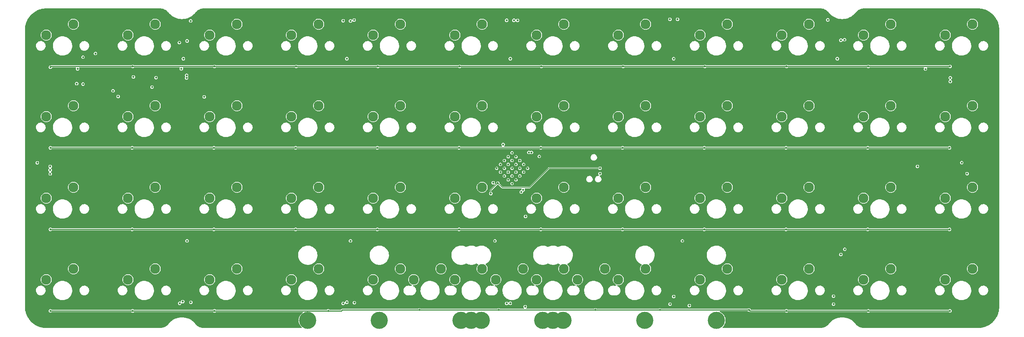
<source format=gbr>
%TF.GenerationSoftware,KiCad,Pcbnew,7.0.1*%
%TF.CreationDate,2023-07-16T15:06:48-04:00*%
%TF.ProjectId,PCB,5043422e-6b69-4636-9164-5f7063625858,rev?*%
%TF.SameCoordinates,Original*%
%TF.FileFunction,Copper,L3,Inr*%
%TF.FilePolarity,Positive*%
%FSLAX46Y46*%
G04 Gerber Fmt 4.6, Leading zero omitted, Abs format (unit mm)*
G04 Created by KiCad (PCBNEW 7.0.1) date 2023-07-16 15:06:48*
%MOMM*%
%LPD*%
G01*
G04 APERTURE LIST*
%TA.AperFunction,ComponentPad*%
%ADD10C,2.300000*%
%TD*%
%TA.AperFunction,ComponentPad*%
%ADD11C,4.000000*%
%TD*%
%TA.AperFunction,ComponentPad*%
%ADD12C,0.500000*%
%TD*%
%TA.AperFunction,ViaPad*%
%ADD13C,0.500000*%
%TD*%
%TA.AperFunction,Conductor*%
%ADD14C,0.127000*%
%TD*%
%TA.AperFunction,Conductor*%
%ADD15C,0.254000*%
%TD*%
G04 APERTURE END LIST*
D10*
%TO.N,COL8*%
%TO.C,SW32*%
X176847500Y-72469375D03*
%TO.N,Net-(D32-A)*%
X183197500Y-69929375D03*
%TD*%
%TO.N,COL3*%
%TO.C,SW39*%
X81597500Y-91519375D03*
%TO.N,Net-(D39-A)*%
X87947500Y-88979375D03*
%TD*%
D11*
%TO.N,*%
%TO.C,S2*%
X199707500Y-101044375D03*
X104457500Y-101044375D03*
%TD*%
D10*
%TO.N,COL4*%
%TO.C,SW16*%
X100647500Y-53419375D03*
%TO.N,Net-(D16-A)*%
X106997500Y-50879375D03*
%TD*%
%TO.N,COL8*%
%TO.C,SW44*%
X176847500Y-91519375D03*
%TO.N,Net-(D44-A)*%
X183197500Y-88979375D03*
%TD*%
%TO.N,COL11*%
%TO.C,SW11*%
X233997500Y-34369375D03*
%TO.N,Net-(D11-A)*%
X240347500Y-31829375D03*
%TD*%
%TO.N,COL8*%
%TO.C,SW8*%
X176847500Y-34369375D03*
%TO.N,Net-(D8-A)*%
X183197500Y-31829375D03*
%TD*%
%TO.N,COL7*%
%TO.C,SW51*%
X167322500Y-91519375D03*
%TO.N,unconnected-(SW51-Pad2)*%
X173672500Y-88979375D03*
%TD*%
%TO.N,COL10*%
%TO.C,SW22*%
X214947500Y-53419375D03*
%TO.N,Net-(D22-A)*%
X221297500Y-50879375D03*
%TD*%
%TO.N,COL4*%
%TO.C,SW28*%
X100647500Y-72469375D03*
%TO.N,Net-(D28-A)*%
X106997500Y-69929375D03*
%TD*%
%TO.N,COL11*%
%TO.C,SW47*%
X233997500Y-91519375D03*
%TO.N,Net-(D47-A)*%
X240347500Y-88979375D03*
%TD*%
%TO.N,COL10*%
%TO.C,SW46*%
X214947500Y-91519375D03*
%TO.N,Net-(D46-A)*%
X221297500Y-88979375D03*
%TD*%
D11*
%TO.N,*%
%TO.C,S1*%
X163988750Y-101044375D03*
X140176250Y-101044375D03*
%TD*%
D10*
%TO.N,COL7*%
%TO.C,SW43*%
X157797500Y-91519375D03*
%TO.N,Net-(D43-A)*%
X164147500Y-88979375D03*
%TD*%
%TO.N,COL10*%
%TO.C,SW10*%
X214947500Y-34369375D03*
%TO.N,Net-(D10-A)*%
X221297500Y-31829375D03*
%TD*%
D11*
%TO.N,*%
%TO.C,S3*%
X142557500Y-101044375D03*
X104457500Y-101044375D03*
%TD*%
D10*
%TO.N,COL10*%
%TO.C,SW34*%
X214947500Y-72469375D03*
%TO.N,Net-(D34-A)*%
X221297500Y-69929375D03*
%TD*%
%TO.N,COL5*%
%TO.C,SW29*%
X119697500Y-72469375D03*
%TO.N,Net-(D29-A)*%
X126047500Y-69929375D03*
%TD*%
%TO.N,COL7*%
%TO.C,SW19*%
X157797500Y-53419375D03*
%TO.N,Net-(D19-A)*%
X164147500Y-50879375D03*
%TD*%
%TO.N,COL4*%
%TO.C,SW4*%
X100647500Y-34369375D03*
%TO.N,Net-(D4-A)*%
X106997500Y-31829375D03*
%TD*%
%TO.N,COL5*%
%TO.C,SW49*%
X129151875Y-91519375D03*
%TO.N,unconnected-(SW49-Pad2)*%
X135501875Y-88979375D03*
%TD*%
%TO.N,COL9*%
%TO.C,SW45*%
X195897500Y-91519375D03*
%TO.N,Net-(D45-A)*%
X202247500Y-88979375D03*
%TD*%
%TO.N,COL9*%
%TO.C,SW9*%
X195897500Y-34369375D03*
%TO.N,Net-(D9-A)*%
X202247500Y-31829375D03*
%TD*%
D11*
%TO.N,*%
%TO.C,S4*%
X199707500Y-101044375D03*
X161607500Y-101044375D03*
%TD*%
D10*
%TO.N,COL1*%
%TO.C,SW1*%
X43497500Y-34369375D03*
%TO.N,/Switch Matrix/SKY_MAT_1*%
X49847500Y-31829375D03*
%TD*%
%TO.N,COL12*%
%TO.C,SW36*%
X253047500Y-72469375D03*
%TO.N,Net-(D36-A)*%
X259397500Y-69929375D03*
%TD*%
%TO.N,COL9*%
%TO.C,SW33*%
X195897500Y-72469375D03*
%TO.N,Net-(D33-A)*%
X202247500Y-69929375D03*
%TD*%
%TO.N,COL3*%
%TO.C,SW3*%
X81597500Y-34369375D03*
%TO.N,Net-(D3-A)*%
X87947500Y-31829375D03*
%TD*%
%TO.N,COL3*%
%TO.C,SW27*%
X81597500Y-72469375D03*
%TO.N,Net-(D27-A)*%
X87947500Y-69929375D03*
%TD*%
%TO.N,COL12*%
%TO.C,SW12*%
X253047500Y-34369375D03*
%TO.N,/Switch Matrix/SKY_MAT_2*%
X259397500Y-31829375D03*
%TD*%
%TO.N,COL12*%
%TO.C,SW48*%
X253047500Y-91519375D03*
%TO.N,Net-(D48-A)*%
X259397500Y-88979375D03*
%TD*%
%TO.N,COL11*%
%TO.C,SW35*%
X233997500Y-72469375D03*
%TO.N,Net-(D35-A)*%
X240347500Y-69929375D03*
%TD*%
%TO.N,COL1*%
%TO.C,SW13*%
X43497500Y-53419375D03*
%TO.N,Net-(D13-A)*%
X49847500Y-50879375D03*
%TD*%
%TO.N,COL2*%
%TO.C,SW38*%
X62547500Y-91519375D03*
%TO.N,Net-(D38-A)*%
X68897500Y-88979375D03*
%TD*%
%TO.N,COL7*%
%TO.C,SW31*%
X157797500Y-72469375D03*
%TO.N,Net-(D31-A)*%
X164147500Y-69929375D03*
%TD*%
%TO.N,COL6*%
%TO.C,SW50*%
X148272500Y-91519375D03*
%TO.N,unconnected-(SW50-Pad2)*%
X154622500Y-88979375D03*
%TD*%
%TO.N,COL11*%
%TO.C,SW23*%
X233997500Y-53419375D03*
%TO.N,Net-(D23-A)*%
X240347500Y-50879375D03*
%TD*%
%TO.N,COL5*%
%TO.C,SW17*%
X119697500Y-53419375D03*
%TO.N,Net-(D17-A)*%
X126047500Y-50879375D03*
%TD*%
%TO.N,COL1*%
%TO.C,SW25*%
X43497500Y-72469375D03*
%TO.N,Net-(D25-A)*%
X49847500Y-69929375D03*
%TD*%
D11*
%TO.N,*%
%TO.C,S6*%
X183038750Y-101044375D03*
X159226250Y-101044375D03*
%TD*%
D10*
%TO.N,COL5*%
%TO.C,SW5*%
X119697500Y-34369375D03*
%TO.N,Net-(D5-A)*%
X126047500Y-31829375D03*
%TD*%
%TO.N,COL7*%
%TO.C,SW7*%
X157797500Y-34369375D03*
%TO.N,Net-(D7-A)*%
X164147500Y-31829375D03*
%TD*%
%TO.N,COL6*%
%TO.C,SW30*%
X138747500Y-72469375D03*
%TO.N,Net-(D30-A)*%
X145097500Y-69929375D03*
%TD*%
%TO.N,COL2*%
%TO.C,SW2*%
X62547500Y-34369375D03*
%TO.N,Net-(D2-A)*%
X68897500Y-31829375D03*
%TD*%
%TO.N,COL6*%
%TO.C,SW42*%
X138747500Y-91519375D03*
%TO.N,Net-(D42-A)*%
X145097500Y-88979375D03*
%TD*%
%TO.N,COL3*%
%TO.C,SW15*%
X81597500Y-53419375D03*
%TO.N,Net-(D15-A)*%
X87947500Y-50879375D03*
%TD*%
%TO.N,COL12*%
%TO.C,SW24*%
X253047500Y-53419375D03*
%TO.N,Net-(D24-A)*%
X259397500Y-50879375D03*
%TD*%
%TO.N,COL6*%
%TO.C,SW18*%
X138747500Y-53419375D03*
%TO.N,Net-(D18-A)*%
X145097500Y-50879375D03*
%TD*%
%TO.N,COL9*%
%TO.C,SW21*%
X195897500Y-53419375D03*
%TO.N,Net-(D21-A)*%
X202247500Y-50879375D03*
%TD*%
%TO.N,COL4*%
%TO.C,SW40*%
X100647500Y-91519375D03*
%TO.N,Net-(D40-A)*%
X106997500Y-88979375D03*
%TD*%
%TO.N,COL2*%
%TO.C,SW26*%
X62547500Y-72469375D03*
%TO.N,Net-(D26-A)*%
X68897500Y-69929375D03*
%TD*%
%TO.N,COL5*%
%TO.C,SW41*%
X119697500Y-91519375D03*
%TO.N,Net-(D41-A)*%
X126047500Y-88979375D03*
%TD*%
%TO.N,COL1*%
%TO.C,SW37*%
X43497500Y-91519375D03*
%TO.N,Net-(D37-A)*%
X49847500Y-88979375D03*
%TD*%
%TO.N,COL8*%
%TO.C,SW20*%
X176847500Y-53419375D03*
%TO.N,Net-(D20-A)*%
X183197500Y-50879375D03*
%TD*%
%TO.N,COL6*%
%TO.C,SW6*%
X138747500Y-34369375D03*
%TO.N,Net-(D6-A)*%
X145097500Y-31829375D03*
%TD*%
%TO.N,COL2*%
%TO.C,SW14*%
X62547500Y-53419375D03*
%TO.N,Net-(D14-A)*%
X68897500Y-50879375D03*
%TD*%
D11*
%TO.N,*%
%TO.C,S5*%
X144938750Y-101044375D03*
X121126250Y-101044375D03*
%TD*%
D12*
%TO.N,GND*%
%TO.C,U2*%
X148476255Y-65484375D03*
X149377817Y-66385936D03*
X150279378Y-67287497D03*
X151180939Y-68189058D03*
X152082500Y-69090620D03*
X149377817Y-64582814D03*
X150279378Y-65484375D03*
X151180939Y-66385936D03*
X152082500Y-67287497D03*
X152984061Y-68189058D03*
X150279378Y-63681253D03*
X151180939Y-64582814D03*
X152082500Y-65484375D03*
X152984061Y-66385936D03*
X153885622Y-67287497D03*
X151180939Y-62779692D03*
X152082500Y-63681253D03*
X152984061Y-64582814D03*
X153885622Y-65484375D03*
X154787183Y-66385936D03*
X152082500Y-61878130D03*
X152984061Y-62779692D03*
X153885622Y-63681253D03*
X154787183Y-64582814D03*
X155688745Y-65484375D03*
%TD*%
D13*
%TO.N,/~{RST}*%
X147112500Y-71394375D03*
X172572500Y-65484375D03*
X148752500Y-68944375D03*
%TO.N,GND*%
X74993500Y-42243375D03*
X258132500Y-66754375D03*
X155212500Y-76734375D03*
X59067700Y-47399575D03*
X154232500Y-71034375D03*
X60261500Y-48720375D03*
X172572500Y-66754375D03*
X158412500Y-62724375D03*
X188892500Y-97234375D03*
X63817500Y-44148375D03*
X77162500Y-31064375D03*
X68160900Y-46510575D03*
X229552500Y-35454375D03*
X80311379Y-48817389D03*
X112702500Y-97074375D03*
X147682500Y-68864375D03*
X149992500Y-59954375D03*
X41412500Y-64204375D03*
X115252500Y-30864375D03*
X227002500Y-97244375D03*
X74592500Y-97044375D03*
X153362500Y-30934375D03*
X150802500Y-97054375D03*
%TO.N,/VFused_*%
X189742500Y-39894375D03*
X76312500Y-82454375D03*
X148072500Y-82454375D03*
X44402500Y-65904375D03*
X246562500Y-65064375D03*
X69092500Y-44314375D03*
X227882500Y-39894375D03*
X191772500Y-82454375D03*
X228712500Y-85644375D03*
X114412500Y-82454375D03*
X75452500Y-39894375D03*
X113562500Y-39894375D03*
X151662500Y-39894375D03*
%TO.N,+3.3V*%
X172572500Y-64214375D03*
X147002500Y-68164375D03*
X53242500Y-39674375D03*
X59143900Y-45519975D03*
X153562500Y-71714375D03*
X251853700Y-43589575D03*
X159092500Y-63414375D03*
X158362500Y-65154375D03*
X150672500Y-59274375D03*
%TO.N,/DN*%
X155979000Y-61794375D03*
X76212500Y-44407875D03*
%TO.N,/DP*%
X76212500Y-43780875D03*
X156606000Y-61794375D03*
%TO.N,/RGB_CTRL*%
X154662500Y-70534375D03*
X229622500Y-84414375D03*
%TO.N,Net-(LED1-DOUT)*%
X226992500Y-95364375D03*
X193392500Y-97564375D03*
%TO.N,Net-(LED2-DOUT)*%
X189752500Y-95444375D03*
X155142500Y-97814375D03*
%TO.N,Net-(LED3-DOUT)*%
X115322500Y-96884375D03*
X151652500Y-97034375D03*
%TO.N,Net-(LED4-DOUT)*%
X77212500Y-96804375D03*
X113552500Y-96794375D03*
%TO.N,Net-(LED5-DOUT)*%
X44432500Y-66794375D03*
X75312500Y-96634375D03*
%TO.N,Net-(Q2-G)*%
X248424700Y-42319575D03*
%TO.N,Net-(Q3-G)*%
X54962500Y-38674375D03*
%TO.N,Net-(LED6-DOUT)*%
X44422500Y-65054375D03*
X74522500Y-36124375D03*
%TO.N,Net-(LED7-DOUT)*%
X76342500Y-35744375D03*
X112702500Y-31014375D03*
%TO.N,Net-(LED8-DOUT)*%
X150822500Y-30924375D03*
X114412500Y-31074375D03*
%TO.N,ROW1*%
X101765100Y-41684575D03*
X216065100Y-41684575D03*
X197015100Y-41684575D03*
X63665100Y-41684575D03*
X44472500Y-41874375D03*
X120815100Y-41684575D03*
X254165100Y-41684575D03*
X139865100Y-41684575D03*
X82715100Y-41684575D03*
X235115100Y-41684575D03*
X158915100Y-41684575D03*
X177965100Y-41684575D03*
%TO.N,ROW2*%
X158772500Y-60724375D03*
X234972500Y-60724375D03*
X139722500Y-60724375D03*
X254022500Y-60724375D03*
X63522500Y-60724375D03*
X82572500Y-60724375D03*
X101622500Y-60724375D03*
X215922500Y-60724375D03*
X120672500Y-60724375D03*
X196872500Y-60724375D03*
X177822500Y-60724375D03*
X44472500Y-60724375D03*
%TO.N,ROW3*%
X120672500Y-79774375D03*
X234972500Y-79774375D03*
X158772500Y-79774375D03*
X82572500Y-79774375D03*
X215922500Y-79774375D03*
X63522500Y-79774375D03*
X101622500Y-79774375D03*
X44472500Y-79774375D03*
X254022500Y-79774375D03*
X196872500Y-79774375D03*
X177822500Y-79774375D03*
X139722500Y-79774375D03*
%TO.N,ROW4*%
X186522500Y-98594375D03*
X216042500Y-98824375D03*
X63632500Y-98824375D03*
X254142500Y-98814375D03*
X171472500Y-98594375D03*
X109222500Y-98790375D03*
X148982500Y-98594375D03*
X235112500Y-98824375D03*
X82702500Y-98824375D03*
X207282500Y-98584375D03*
X130482500Y-98584375D03*
X44462500Y-98814375D03*
%TO.N,ENC1A*%
X50812500Y-42304375D03*
X50602500Y-45714375D03*
%TO.N,ENC1B*%
X52072500Y-39524375D03*
X52072500Y-45824375D03*
%TO.N,ENC2A*%
X254232500Y-45224375D03*
%TO.N,ENC2B*%
X254232500Y-44344375D03*
%TO.N,Net-(LED10-DIN)*%
X188862500Y-30674375D03*
X152502500Y-30924375D03*
%TO.N,Net-(LED10-DOUT)*%
X225652500Y-30824375D03*
X190642500Y-30684375D03*
%TO.N,Net-(LED11-DOUT)*%
X256882500Y-64174375D03*
X228712500Y-35574375D03*
%TD*%
D14*
%TO.N,/~{RST}*%
X172572500Y-65484375D02*
X160632500Y-65484375D01*
X160632500Y-65484375D02*
X159272500Y-66844375D01*
X147112500Y-70584375D02*
X147112500Y-71394375D01*
X150322500Y-69984375D02*
X149792500Y-69984375D01*
X159272500Y-66844375D02*
X156132500Y-69984375D01*
X149792500Y-69984375D02*
X148752500Y-68944375D01*
X156132500Y-69984375D02*
X150322500Y-69984375D01*
X148752500Y-68944375D02*
X147112500Y-70584375D01*
D15*
%TO.N,ROW1*%
X44472500Y-41874375D02*
X44662300Y-41684575D01*
X44662300Y-41684575D02*
X254165100Y-41684575D01*
%TO.N,ROW2*%
X254022500Y-60724375D02*
X44472500Y-60724375D01*
%TO.N,ROW3*%
X254022500Y-79774375D02*
X44472500Y-79774375D01*
%TO.N,ROW4*%
X171472500Y-98594375D02*
X148982500Y-98594375D01*
X216042500Y-98824375D02*
X207522500Y-98824375D01*
X44486500Y-98790375D02*
X44462500Y-98814375D01*
X148982500Y-98594375D02*
X112485000Y-98594375D01*
X254142500Y-98814375D02*
X254132500Y-98824375D01*
X186522500Y-98594375D02*
X171472500Y-98594375D01*
X109222500Y-98790375D02*
X44486500Y-98790375D01*
X190532500Y-98594375D02*
X186522500Y-98594375D01*
X112485000Y-98594375D02*
X112289000Y-98790375D01*
X207522500Y-98824375D02*
X207282500Y-98584375D01*
X190542500Y-98584375D02*
X190532500Y-98594375D01*
X254132500Y-98824375D02*
X216042500Y-98824375D01*
X112289000Y-98790375D02*
X109222500Y-98790375D01*
X207282500Y-98584375D02*
X190542500Y-98584375D01*
%TD*%
%TA.AperFunction,Conductor*%
%TO.N,+3.3V*%
G36*
X70012529Y-28135074D02*
G01*
X70012547Y-28135075D01*
X70070254Y-28138351D01*
X70070732Y-28138380D01*
X70302437Y-28153422D01*
X70315386Y-28154951D01*
X70430574Y-28174750D01*
X70433451Y-28175280D01*
X70603200Y-28208726D01*
X70613895Y-28211333D01*
X70736450Y-28247068D01*
X70741173Y-28248551D01*
X70895410Y-28300392D01*
X70903835Y-28303570D01*
X71024618Y-28354240D01*
X71030953Y-28357112D01*
X71175134Y-28427466D01*
X71181336Y-28430713D01*
X71295550Y-28494707D01*
X71303261Y-28499405D01*
X71439044Y-28589081D01*
X71443110Y-28591885D01*
X71546678Y-28666484D01*
X71555349Y-28673337D01*
X71623617Y-28732418D01*
X71686127Y-28786517D01*
X71688345Y-28788484D01*
X71739519Y-28834996D01*
X71774837Y-28867097D01*
X71784025Y-28876377D01*
X71841243Y-28940608D01*
X71937800Y-29048999D01*
X71938387Y-29049664D01*
X71976981Y-29093705D01*
X71981447Y-29099100D01*
X72096955Y-29246994D01*
X72096959Y-29246999D01*
X72360112Y-29524734D01*
X72360118Y-29524739D01*
X72648583Y-29776105D01*
X72728296Y-29833159D01*
X72959722Y-29998799D01*
X73290682Y-30190781D01*
X73638465Y-30350311D01*
X73913874Y-30446031D01*
X73999874Y-30475921D01*
X74371624Y-30566471D01*
X74371628Y-30566471D01*
X74371630Y-30566472D01*
X74442929Y-30576763D01*
X74750318Y-30621134D01*
X75132500Y-30639411D01*
X75514682Y-30621134D01*
X75893376Y-30566471D01*
X76265126Y-30475921D01*
X76483846Y-30399903D01*
X76626534Y-30350311D01*
X76974317Y-30190781D01*
X77205321Y-30056780D01*
X77305281Y-29998797D01*
X77616417Y-29776105D01*
X77904882Y-29524739D01*
X78168045Y-29246994D01*
X78283651Y-29098975D01*
X78288076Y-29093626D01*
X78326312Y-29049998D01*
X78326608Y-29049664D01*
X78480986Y-28876365D01*
X78490145Y-28867115D01*
X78576722Y-28788429D01*
X78578846Y-28786545D01*
X78709670Y-28673331D01*
X78718277Y-28666528D01*
X78821915Y-28591882D01*
X78825930Y-28589112D01*
X78961761Y-28499409D01*
X78969435Y-28494733D01*
X79083689Y-28430721D01*
X79089871Y-28427484D01*
X79234046Y-28357136D01*
X79240396Y-28354258D01*
X79361178Y-28303590D01*
X79369563Y-28300426D01*
X79523843Y-28248572D01*
X79528561Y-28247093D01*
X79651108Y-28211362D01*
X79661820Y-28208750D01*
X79831552Y-28175309D01*
X79834344Y-28174794D01*
X79949645Y-28154977D01*
X79962595Y-28153447D01*
X80191096Y-28138592D01*
X80191751Y-28138552D01*
X80253021Y-28135073D01*
X80260040Y-28134875D01*
X223905505Y-28134875D01*
X223912541Y-28135075D01*
X223919134Y-28135449D01*
X223970289Y-28138357D01*
X223970776Y-28138387D01*
X224202438Y-28153441D01*
X224215345Y-28154966D01*
X224330667Y-28174793D01*
X224333419Y-28175300D01*
X224503195Y-28208759D01*
X224513883Y-28211365D01*
X224636402Y-28247092D01*
X224641181Y-28248592D01*
X224649535Y-28251400D01*
X224795394Y-28300427D01*
X224803820Y-28303605D01*
X224924588Y-28354268D01*
X224930960Y-28357157D01*
X225075123Y-28427499D01*
X225081326Y-28430747D01*
X225154892Y-28471964D01*
X225195532Y-28494733D01*
X225203254Y-28499437D01*
X225204582Y-28500314D01*
X225339065Y-28589123D01*
X225343116Y-28591918D01*
X225446669Y-28666498D01*
X225455338Y-28673348D01*
X225586174Y-28786563D01*
X225588287Y-28788437D01*
X225674843Y-28867096D01*
X225684022Y-28876368D01*
X225730838Y-28928923D01*
X225840016Y-29051486D01*
X225840674Y-29052230D01*
X225876593Y-29093209D01*
X225881070Y-29098618D01*
X225896168Y-29117949D01*
X225996575Y-29246508D01*
X225996959Y-29246999D01*
X226260112Y-29524734D01*
X226260118Y-29524739D01*
X226548583Y-29776105D01*
X226628296Y-29833159D01*
X226859722Y-29998799D01*
X227190682Y-30190781D01*
X227538465Y-30350311D01*
X227813874Y-30446031D01*
X227899874Y-30475921D01*
X228271624Y-30566471D01*
X228271628Y-30566471D01*
X228271630Y-30566472D01*
X228342929Y-30576763D01*
X228650318Y-30621134D01*
X229032500Y-30639411D01*
X229414682Y-30621134D01*
X229793376Y-30566471D01*
X230165126Y-30475921D01*
X230383846Y-30399903D01*
X230526534Y-30350311D01*
X230874317Y-30190781D01*
X231105321Y-30056780D01*
X231205281Y-29998797D01*
X231516417Y-29776105D01*
X231804882Y-29524739D01*
X232068045Y-29246994D01*
X232183648Y-29098978D01*
X232188091Y-29093609D01*
X232226242Y-29050074D01*
X232226625Y-29049641D01*
X232380991Y-28876344D01*
X232390127Y-28867117D01*
X232476720Y-28788414D01*
X232478818Y-28786552D01*
X232609648Y-28673327D01*
X232618295Y-28666494D01*
X232721900Y-28591870D01*
X232725959Y-28589071D01*
X232861737Y-28499400D01*
X232869421Y-28494719D01*
X232983672Y-28430706D01*
X232989862Y-28427464D01*
X233134044Y-28357113D01*
X233140370Y-28354246D01*
X233261170Y-28303571D01*
X233269584Y-28300398D01*
X233423827Y-28248558D01*
X233428515Y-28247087D01*
X233551116Y-28211342D01*
X233561799Y-28208738D01*
X233731592Y-28175289D01*
X233734282Y-28174793D01*
X233849658Y-28154966D01*
X233862603Y-28153437D01*
X234091110Y-28138589D01*
X234091226Y-28138582D01*
X234140549Y-28135783D01*
X234153056Y-28135074D01*
X234160077Y-28134875D01*
X260629943Y-28134875D01*
X260635064Y-28134981D01*
X260849931Y-28143863D01*
X261045959Y-28152418D01*
X261055824Y-28153247D01*
X261269305Y-28179853D01*
X261467462Y-28205939D01*
X261476702Y-28207513D01*
X261686008Y-28251397D01*
X261687337Y-28251683D01*
X261882916Y-28295039D01*
X261891387Y-28297236D01*
X262096158Y-28358196D01*
X262097866Y-28358720D01*
X262289211Y-28419047D01*
X262296962Y-28421778D01*
X262495865Y-28499387D01*
X262498070Y-28500274D01*
X262683507Y-28577082D01*
X262690501Y-28580236D01*
X262714364Y-28591902D01*
X262882121Y-28673912D01*
X262884916Y-28675323D01*
X263062956Y-28768002D01*
X263069164Y-28771463D01*
X263252365Y-28880626D01*
X263255440Y-28882521D01*
X263424817Y-28990424D01*
X263430209Y-28994062D01*
X263603756Y-29117970D01*
X263607114Y-29120457D01*
X263766449Y-29242717D01*
X263771101Y-29246468D01*
X263771728Y-29246999D01*
X263933750Y-29384223D01*
X263937378Y-29387419D01*
X264085465Y-29523115D01*
X264089336Y-29526821D01*
X264212210Y-29649695D01*
X264240056Y-29677541D01*
X264243794Y-29681446D01*
X264330533Y-29776105D01*
X264379455Y-29829493D01*
X264382646Y-29833114D01*
X264439095Y-29899764D01*
X264520397Y-29995756D01*
X264524151Y-30000411D01*
X264646408Y-30159740D01*
X264648950Y-30163173D01*
X264772804Y-30336643D01*
X264776466Y-30342071D01*
X264884353Y-30511419D01*
X264886284Y-30514553D01*
X264905616Y-30546995D01*
X264995419Y-30697706D01*
X264998885Y-30703922D01*
X265091560Y-30881950D01*
X265092972Y-30884747D01*
X265186646Y-31076363D01*
X265189806Y-31083371D01*
X265266583Y-31268731D01*
X265267540Y-31271109D01*
X265345102Y-31469887D01*
X265347845Y-31477674D01*
X265408140Y-31668910D01*
X265408724Y-31670816D01*
X265469648Y-31875459D01*
X265471864Y-31884003D01*
X265515198Y-32079485D01*
X265515498Y-32080876D01*
X265559380Y-32290165D01*
X265560958Y-32299428D01*
X265586999Y-32497252D01*
X265587108Y-32498099D01*
X265613643Y-32710996D01*
X265614477Y-32720933D01*
X265623253Y-32922286D01*
X265623182Y-32922289D01*
X265623266Y-32922562D01*
X265631894Y-33131230D01*
X265632000Y-33136353D01*
X265632000Y-97831810D01*
X265631894Y-97836936D01*
X265623019Y-98051423D01*
X265623007Y-98051708D01*
X265614442Y-98247799D01*
X265613608Y-98257727D01*
X265587066Y-98470647D01*
X265586957Y-98471494D01*
X265560912Y-98669310D01*
X265559334Y-98678573D01*
X265515434Y-98887926D01*
X265515133Y-98889317D01*
X265471811Y-99084719D01*
X265469596Y-99093261D01*
X265408656Y-99297951D01*
X265408072Y-99299858D01*
X265347788Y-99491048D01*
X265345044Y-99498835D01*
X265267489Y-99697587D01*
X265266533Y-99699965D01*
X265189732Y-99885374D01*
X265186571Y-99892381D01*
X265092931Y-100083924D01*
X265091520Y-100086720D01*
X264998811Y-100264811D01*
X264995344Y-100271028D01*
X264886232Y-100454140D01*
X264884290Y-100457291D01*
X264776398Y-100626647D01*
X264772735Y-100632076D01*
X264648890Y-100805531D01*
X264646349Y-100808963D01*
X264524106Y-100968273D01*
X264520352Y-100972928D01*
X264382586Y-101135588D01*
X264379386Y-101139220D01*
X264243737Y-101287255D01*
X264239997Y-101291163D01*
X264089295Y-101441866D01*
X264085387Y-101445607D01*
X263937305Y-101581301D01*
X263933672Y-101584501D01*
X263771062Y-101722225D01*
X263766408Y-101725978D01*
X263607105Y-101848218D01*
X263603672Y-101850760D01*
X263430184Y-101974629D01*
X263424756Y-101978292D01*
X263255420Y-102086173D01*
X263252268Y-102088115D01*
X263069145Y-102197234D01*
X263062929Y-102200701D01*
X262884850Y-102293406D01*
X262882053Y-102294817D01*
X262690497Y-102388465D01*
X262683490Y-102391626D01*
X262498083Y-102468426D01*
X262495705Y-102469382D01*
X262296954Y-102546937D01*
X262289167Y-102549680D01*
X262097941Y-102609976D01*
X262096036Y-102610560D01*
X261891405Y-102671485D01*
X261882861Y-102673701D01*
X261687324Y-102717053D01*
X261685933Y-102717353D01*
X261476717Y-102761225D01*
X261467455Y-102762804D01*
X261269451Y-102788875D01*
X261268604Y-102788983D01*
X261055873Y-102815504D01*
X261045937Y-102816339D01*
X260844727Y-102825116D01*
X260844450Y-102825128D01*
X260635642Y-102833769D01*
X260630515Y-102833875D01*
X234159498Y-102833875D01*
X234152457Y-102833675D01*
X234095012Y-102830408D01*
X234094012Y-102830347D01*
X233862585Y-102815308D01*
X233849615Y-102813776D01*
X233734454Y-102793976D01*
X233731490Y-102793429D01*
X233561834Y-102759995D01*
X233551107Y-102757380D01*
X233428793Y-102721712D01*
X233428608Y-102721658D01*
X233423814Y-102720153D01*
X233269604Y-102668317D01*
X233261143Y-102665126D01*
X233210623Y-102643932D01*
X233140443Y-102614490D01*
X233134042Y-102611588D01*
X232989892Y-102541251D01*
X232983671Y-102537994D01*
X232869468Y-102474009D01*
X232861753Y-102469309D01*
X232726008Y-102379664D01*
X232721872Y-102376810D01*
X232618320Y-102302229D01*
X232609654Y-102295382D01*
X232478899Y-102182233D01*
X232476657Y-102180245D01*
X232390169Y-102101645D01*
X232380979Y-102092363D01*
X232236452Y-101930134D01*
X232226126Y-101918542D01*
X232225627Y-101917978D01*
X232188201Y-101875278D01*
X232183727Y-101869872D01*
X232113278Y-101779671D01*
X232068045Y-101721756D01*
X232068043Y-101721754D01*
X232068040Y-101721750D01*
X231804887Y-101444015D01*
X231516416Y-101192644D01*
X231205277Y-100969950D01*
X230874317Y-100777968D01*
X230526534Y-100618438D01*
X230165136Y-100492832D01*
X230165131Y-100492830D01*
X230165126Y-100492829D01*
X229920996Y-100433364D01*
X229793369Y-100402277D01*
X229414677Y-100347615D01*
X229032499Y-100329338D01*
X228650322Y-100347615D01*
X228271630Y-100402277D01*
X228081902Y-100448491D01*
X227899874Y-100492829D01*
X227899870Y-100492830D01*
X227899863Y-100492832D01*
X227538465Y-100618438D01*
X227190682Y-100777968D01*
X226859722Y-100969950D01*
X226548583Y-101192644D01*
X226260112Y-101444015D01*
X225996959Y-101721750D01*
X225881356Y-101869765D01*
X225876885Y-101875167D01*
X225838980Y-101918418D01*
X225838316Y-101919170D01*
X225684024Y-102092376D01*
X225674833Y-102101659D01*
X225588361Y-102180251D01*
X225586106Y-102182251D01*
X225455352Y-102295408D01*
X225446680Y-102302261D01*
X225343157Y-102376828D01*
X225339020Y-102379683D01*
X225203270Y-102469337D01*
X225195546Y-102474043D01*
X225081340Y-102538033D01*
X225075107Y-102541296D01*
X224930976Y-102611627D01*
X224924568Y-102614532D01*
X224803868Y-102665169D01*
X224795405Y-102668362D01*
X224641186Y-102720200D01*
X224636392Y-102721704D01*
X224513909Y-102757421D01*
X224503169Y-102760039D01*
X224333542Y-102793465D01*
X224330577Y-102794012D01*
X224215410Y-102813811D01*
X224202427Y-102815344D01*
X223968092Y-102830543D01*
X223967102Y-102830603D01*
X223919950Y-102833282D01*
X223913043Y-102833675D01*
X223906011Y-102833875D01*
X201227972Y-102833875D01*
X201169425Y-102819183D01*
X201124752Y-102778589D01*
X201104538Y-102721712D01*
X201113574Y-102662031D01*
X201149715Y-102613688D01*
X201163025Y-102602861D01*
X201361682Y-102390152D01*
X201492227Y-102205211D01*
X201529523Y-102152376D01*
X201529525Y-102152373D01*
X201663427Y-101893954D01*
X201760893Y-101619709D01*
X201820109Y-101334746D01*
X201839971Y-101044375D01*
X201820109Y-100754004D01*
X201760893Y-100469041D01*
X201663427Y-100194796D01*
X201529525Y-99936377D01*
X201529523Y-99936373D01*
X201361683Y-99698599D01*
X201163025Y-99485889D01*
X201128381Y-99457704D01*
X200937254Y-99302210D01*
X200688575Y-99150986D01*
X200517341Y-99076608D01*
X200465440Y-99034383D01*
X200443033Y-98971337D01*
X200456646Y-98905827D01*
X200502316Y-98856927D01*
X200566744Y-98838875D01*
X206919246Y-98838875D01*
X206966699Y-98848314D01*
X207006928Y-98875195D01*
X207044156Y-98912424D01*
X207044158Y-98912425D01*
X207157196Y-98970021D01*
X207282500Y-98989867D01*
X207282500Y-98989866D01*
X207294409Y-98991753D01*
X207343904Y-99011125D01*
X207350112Y-99015273D01*
X207350118Y-99015278D01*
X207360265Y-99022058D01*
X207360266Y-99022059D01*
X207379680Y-99035031D01*
X207408234Y-99054110D01*
X207423199Y-99064109D01*
X207463396Y-99072104D01*
X207509402Y-99081256D01*
X207509412Y-99081257D01*
X207522500Y-99083860D01*
X207535588Y-99081257D01*
X207559777Y-99078875D01*
X215679246Y-99078875D01*
X215726699Y-99088314D01*
X215766928Y-99115195D01*
X215804156Y-99152424D01*
X215804158Y-99152425D01*
X215917196Y-99210021D01*
X216042500Y-99229867D01*
X216167804Y-99210021D01*
X216280842Y-99152425D01*
X216318072Y-99115195D01*
X216358301Y-99088314D01*
X216405754Y-99078875D01*
X234749246Y-99078875D01*
X234796699Y-99088314D01*
X234836928Y-99115195D01*
X234874156Y-99152424D01*
X234874158Y-99152425D01*
X234987196Y-99210021D01*
X235112500Y-99229867D01*
X235237804Y-99210021D01*
X235350842Y-99152425D01*
X235388072Y-99115195D01*
X235428301Y-99088314D01*
X235475754Y-99078875D01*
X253789246Y-99078875D01*
X253836699Y-99088314D01*
X253876928Y-99115195D01*
X253904158Y-99142425D01*
X254017196Y-99200021D01*
X254142500Y-99219867D01*
X254267804Y-99200021D01*
X254380842Y-99142425D01*
X254470550Y-99052717D01*
X254528146Y-98939679D01*
X254547992Y-98814375D01*
X254528146Y-98689071D01*
X254470550Y-98576033D01*
X254470549Y-98576031D01*
X254380843Y-98486325D01*
X254267802Y-98428728D01*
X254142500Y-98408882D01*
X254017197Y-98428728D01*
X253904158Y-98486324D01*
X253890928Y-98499555D01*
X253856924Y-98533558D01*
X253816699Y-98560436D01*
X253769246Y-98569875D01*
X235475754Y-98569875D01*
X235428301Y-98560436D01*
X235388072Y-98533555D01*
X235350843Y-98496325D01*
X235237802Y-98438728D01*
X235112500Y-98418882D01*
X234987197Y-98438728D01*
X234874156Y-98496325D01*
X234836928Y-98533555D01*
X234796699Y-98560436D01*
X234749246Y-98569875D01*
X216405754Y-98569875D01*
X216358301Y-98560436D01*
X216318072Y-98533555D01*
X216280843Y-98496325D01*
X216167802Y-98438728D01*
X216042500Y-98418882D01*
X215917197Y-98438728D01*
X215804156Y-98496325D01*
X215766928Y-98533555D01*
X215726699Y-98560436D01*
X215679246Y-98569875D01*
X207791601Y-98569875D01*
X207735305Y-98556359D01*
X207691282Y-98518759D01*
X207669128Y-98465273D01*
X207668146Y-98459071D01*
X207610550Y-98346033D01*
X207610549Y-98346031D01*
X207520843Y-98256325D01*
X207407802Y-98198728D01*
X207282500Y-98178882D01*
X207157197Y-98198728D01*
X207044156Y-98256325D01*
X207006928Y-98293555D01*
X206966699Y-98320436D01*
X206919246Y-98329875D01*
X190579777Y-98329875D01*
X190555588Y-98327493D01*
X190542500Y-98324889D01*
X190529412Y-98327493D01*
X190529402Y-98327493D01*
X190484227Y-98336479D01*
X190479138Y-98337492D01*
X190454948Y-98339875D01*
X186885754Y-98339875D01*
X186838301Y-98330436D01*
X186798072Y-98303555D01*
X186760843Y-98266325D01*
X186647802Y-98208728D01*
X186522500Y-98188882D01*
X186397197Y-98208728D01*
X186284156Y-98266325D01*
X186246928Y-98303555D01*
X186206699Y-98330436D01*
X186159246Y-98339875D01*
X171835754Y-98339875D01*
X171788301Y-98330436D01*
X171748072Y-98303555D01*
X171710843Y-98266325D01*
X171597802Y-98208728D01*
X171472500Y-98188882D01*
X171347197Y-98208728D01*
X171234156Y-98266325D01*
X171196928Y-98303555D01*
X171156699Y-98330436D01*
X171109246Y-98339875D01*
X155482755Y-98339875D01*
X155426460Y-98326360D01*
X155382437Y-98288760D01*
X155360282Y-98235273D01*
X155364824Y-98177557D01*
X155395074Y-98128194D01*
X155470549Y-98052718D01*
X155471209Y-98051423D01*
X155528146Y-97939679D01*
X155547992Y-97814375D01*
X155528146Y-97689071D01*
X155470550Y-97576033D01*
X155470549Y-97576031D01*
X155380843Y-97486325D01*
X155267802Y-97428728D01*
X155142500Y-97408882D01*
X155017197Y-97428728D01*
X154904156Y-97486325D01*
X154814450Y-97576031D01*
X154756853Y-97689072D01*
X154737007Y-97814374D01*
X154756853Y-97939677D01*
X154814450Y-98052718D01*
X154889926Y-98128194D01*
X154920176Y-98177557D01*
X154924718Y-98235273D01*
X154902563Y-98288760D01*
X154858540Y-98326360D01*
X154802245Y-98339875D01*
X149345754Y-98339875D01*
X149298301Y-98330436D01*
X149258072Y-98303555D01*
X149220843Y-98266325D01*
X149107802Y-98208728D01*
X148982500Y-98188882D01*
X148857197Y-98208728D01*
X148744156Y-98266325D01*
X148706928Y-98303555D01*
X148666699Y-98330436D01*
X148619246Y-98339875D01*
X130855754Y-98339875D01*
X130808301Y-98330436D01*
X130768075Y-98303558D01*
X130720842Y-98256325D01*
X130720841Y-98256324D01*
X130607802Y-98198728D01*
X130482500Y-98178882D01*
X130357197Y-98198728D01*
X130244158Y-98256324D01*
X130220543Y-98279939D01*
X130196924Y-98303558D01*
X130156699Y-98330436D01*
X130109246Y-98339875D01*
X112522282Y-98339875D01*
X112498093Y-98337493D01*
X112485001Y-98334889D01*
X112485000Y-98334889D01*
X112435349Y-98344764D01*
X112385698Y-98354641D01*
X112322759Y-98396696D01*
X112301515Y-98410890D01*
X112294103Y-98421983D01*
X112278686Y-98440769D01*
X112219902Y-98499555D01*
X112179673Y-98526436D01*
X112132219Y-98535875D01*
X109585754Y-98535875D01*
X109538301Y-98526436D01*
X109498072Y-98499555D01*
X109460843Y-98462325D01*
X109347802Y-98404728D01*
X109222500Y-98384882D01*
X109097197Y-98404728D01*
X108984156Y-98462325D01*
X108946928Y-98499555D01*
X108906699Y-98526436D01*
X108859246Y-98535875D01*
X83031755Y-98535875D01*
X82984302Y-98526436D01*
X82944074Y-98499556D01*
X82940843Y-98496325D01*
X82827802Y-98438728D01*
X82702500Y-98418882D01*
X82577197Y-98438728D01*
X82464156Y-98496325D01*
X82460926Y-98499556D01*
X82420698Y-98526436D01*
X82373245Y-98535875D01*
X63961755Y-98535875D01*
X63914302Y-98526436D01*
X63874074Y-98499556D01*
X63870843Y-98496325D01*
X63757802Y-98438728D01*
X63632500Y-98418882D01*
X63507197Y-98438728D01*
X63394156Y-98496325D01*
X63390926Y-98499556D01*
X63350698Y-98526436D01*
X63303245Y-98535875D01*
X44801755Y-98535875D01*
X44754302Y-98526436D01*
X44714074Y-98499556D01*
X44700843Y-98486325D01*
X44587802Y-98428728D01*
X44462500Y-98408882D01*
X44337197Y-98428728D01*
X44224156Y-98486325D01*
X44134450Y-98576031D01*
X44076853Y-98689072D01*
X44057007Y-98814375D01*
X44076853Y-98939677D01*
X44134450Y-99052718D01*
X44224156Y-99142424D01*
X44224158Y-99142425D01*
X44337196Y-99200021D01*
X44462500Y-99219867D01*
X44587804Y-99200021D01*
X44700842Y-99142425D01*
X44762075Y-99081191D01*
X44802301Y-99054314D01*
X44849754Y-99044875D01*
X63235246Y-99044875D01*
X63282699Y-99054314D01*
X63322924Y-99081191D01*
X63394158Y-99152425D01*
X63507196Y-99210021D01*
X63632500Y-99229867D01*
X63757804Y-99210021D01*
X63870842Y-99152425D01*
X63942075Y-99081191D01*
X63982301Y-99054314D01*
X64029754Y-99044875D01*
X82305246Y-99044875D01*
X82352699Y-99054314D01*
X82392924Y-99081191D01*
X82464158Y-99152425D01*
X82577196Y-99210021D01*
X82702500Y-99229867D01*
X82827804Y-99210021D01*
X82940842Y-99152425D01*
X83012075Y-99081191D01*
X83052301Y-99054314D01*
X83099754Y-99044875D01*
X103208354Y-99044875D01*
X103269864Y-99061207D01*
X103315172Y-99105900D01*
X103332342Y-99167181D01*
X103316852Y-99228909D01*
X103272782Y-99274823D01*
X103227747Y-99302209D01*
X103001974Y-99485889D01*
X102803316Y-99698599D01*
X102635476Y-99936373D01*
X102501571Y-100194799D01*
X102404106Y-100469041D01*
X102344891Y-100753999D01*
X102325028Y-101044375D01*
X102344891Y-101334750D01*
X102404106Y-101619708D01*
X102501571Y-101893950D01*
X102635476Y-102152376D01*
X102803316Y-102390150D01*
X102804703Y-102391635D01*
X103001975Y-102602861D01*
X103015284Y-102613688D01*
X103051426Y-102662031D01*
X103060462Y-102721712D01*
X103040248Y-102778589D01*
X102995575Y-102819183D01*
X102937028Y-102833875D01*
X80259485Y-102833875D01*
X80252453Y-102833675D01*
X80195128Y-102830419D01*
X80194127Y-102830359D01*
X79962585Y-102815328D01*
X79949613Y-102813796D01*
X79834436Y-102793999D01*
X79831470Y-102793452D01*
X79661819Y-102760025D01*
X79651079Y-102757407D01*
X79587273Y-102738802D01*
X79528604Y-102721695D01*
X79523812Y-102720191D01*
X79369601Y-102668358D01*
X79361137Y-102665165D01*
X79361127Y-102665161D01*
X79279914Y-102631090D01*
X79240429Y-102614525D01*
X79234021Y-102611620D01*
X79101464Y-102546937D01*
X79089887Y-102541288D01*
X79083658Y-102538027D01*
X79083637Y-102538015D01*
X78969448Y-102474034D01*
X78961740Y-102469337D01*
X78833119Y-102384389D01*
X78825989Y-102379680D01*
X78821852Y-102376826D01*
X78807737Y-102366659D01*
X78718313Y-102302246D01*
X78709660Y-102295407D01*
X78578901Y-102182240D01*
X78576663Y-102180256D01*
X78576657Y-102180251D01*
X78525483Y-102133737D01*
X78490152Y-102101623D01*
X78480970Y-102092348D01*
X78379357Y-101978292D01*
X78328427Y-101921124D01*
X78327960Y-101920596D01*
X78287815Y-101874784D01*
X78283349Y-101869388D01*
X78213278Y-101779671D01*
X78168045Y-101721756D01*
X78168043Y-101721754D01*
X78168040Y-101721750D01*
X77904887Y-101444015D01*
X77616416Y-101192644D01*
X77305277Y-100969950D01*
X76974317Y-100777968D01*
X76626534Y-100618438D01*
X76265136Y-100492832D01*
X76265131Y-100492830D01*
X76265126Y-100492829D01*
X76020996Y-100433364D01*
X75893369Y-100402277D01*
X75514677Y-100347615D01*
X75132499Y-100329338D01*
X74750322Y-100347615D01*
X74371630Y-100402277D01*
X74181902Y-100448491D01*
X73999874Y-100492829D01*
X73999870Y-100492830D01*
X73999863Y-100492832D01*
X73638465Y-100618438D01*
X73290682Y-100777968D01*
X72959722Y-100969950D01*
X72648583Y-101192644D01*
X72360112Y-101444015D01*
X72096959Y-101721750D01*
X71981362Y-101869758D01*
X71976888Y-101875164D01*
X71938916Y-101918488D01*
X71938252Y-101919239D01*
X71784023Y-102092362D01*
X71774834Y-102101643D01*
X71688351Y-102180242D01*
X71686095Y-102182243D01*
X71555345Y-102295393D01*
X71546673Y-102302246D01*
X71443126Y-102376827D01*
X71438990Y-102379681D01*
X71303263Y-102469318D01*
X71295539Y-102474023D01*
X71181328Y-102538015D01*
X71175096Y-102541278D01*
X71030990Y-102611597D01*
X71024583Y-102614502D01*
X70903834Y-102665161D01*
X70895371Y-102668353D01*
X70741197Y-102720177D01*
X70736404Y-102721681D01*
X70613915Y-102757402D01*
X70603177Y-102760021D01*
X70433511Y-102793460D01*
X70430544Y-102794007D01*
X70315411Y-102813802D01*
X70302430Y-102815335D01*
X70067853Y-102830557D01*
X70066862Y-102830617D01*
X70013082Y-102833675D01*
X70006043Y-102833875D01*
X43535062Y-102833875D01*
X43529937Y-102833769D01*
X43315411Y-102824895D01*
X43315127Y-102824883D01*
X43119070Y-102816323D01*
X43109141Y-102815489D01*
X42896493Y-102788983D01*
X42896191Y-102788945D01*
X42895378Y-102788840D01*
X42887152Y-102787757D01*
X42697566Y-102762797D01*
X42688306Y-102761219D01*
X42478986Y-102717330D01*
X42477593Y-102717030D01*
X42282141Y-102673698D01*
X42273599Y-102671482D01*
X42068955Y-102610558D01*
X42067048Y-102609974D01*
X41875811Y-102549677D01*
X41868024Y-102546933D01*
X41669274Y-102469380D01*
X41666896Y-102468424D01*
X41481512Y-102391635D01*
X41474504Y-102388474D01*
X41282911Y-102294809D01*
X41280115Y-102293398D01*
X41102085Y-102200722D01*
X41095868Y-102197256D01*
X40912705Y-102088114D01*
X40909554Y-102086171D01*
X40740226Y-101978297D01*
X40734797Y-101974634D01*
X40561320Y-101850772D01*
X40557888Y-101848231D01*
X40398581Y-101725991D01*
X40393926Y-101722237D01*
X40312696Y-101653438D01*
X40231287Y-101584488D01*
X40227663Y-101581295D01*
X40212963Y-101567825D01*
X40079612Y-101445630D01*
X40075708Y-101441894D01*
X39925001Y-101291186D01*
X39921261Y-101287278D01*
X39785571Y-101139198D01*
X39782402Y-101135602D01*
X39644615Y-100972917D01*
X39640906Y-100968316D01*
X39536706Y-100832519D01*
X39518642Y-100808977D01*
X39516101Y-100805544D01*
X39392256Y-100632088D01*
X39388593Y-100626660D01*
X39288178Y-100469041D01*
X39280687Y-100457282D01*
X39278810Y-100454237D01*
X39169628Y-100271004D01*
X39166187Y-100264834D01*
X39073446Y-100086680D01*
X39072112Y-100084035D01*
X38978399Y-99892340D01*
X38975253Y-99885363D01*
X38898459Y-99699964D01*
X38897517Y-99697621D01*
X38897504Y-99697587D01*
X38819945Y-99498819D01*
X38817223Y-99491093D01*
X38756855Y-99299628D01*
X38756384Y-99298089D01*
X38695403Y-99093258D01*
X38693204Y-99084779D01*
X38649835Y-98889149D01*
X38649550Y-98887827D01*
X38648998Y-98885195D01*
X38605673Y-98678563D01*
X38604097Y-98669309D01*
X38591817Y-98576031D01*
X38578032Y-98471322D01*
X38577994Y-98471025D01*
X38551401Y-98257678D01*
X38550572Y-98247819D01*
X38542238Y-98057165D01*
X38533106Y-97836326D01*
X38533000Y-97831203D01*
X38533000Y-97044375D01*
X74187007Y-97044375D01*
X74206853Y-97169677D01*
X74264450Y-97282718D01*
X74354156Y-97372424D01*
X74354158Y-97372425D01*
X74467196Y-97430021D01*
X74592500Y-97449867D01*
X74717804Y-97430021D01*
X74830842Y-97372425D01*
X74920550Y-97282717D01*
X74978146Y-97169679D01*
X74988991Y-97101200D01*
X75011146Y-97047717D01*
X75055169Y-97010117D01*
X75111464Y-96996602D01*
X75167757Y-97010116D01*
X75187196Y-97020021D01*
X75312500Y-97039867D01*
X75437804Y-97020021D01*
X75550842Y-96962425D01*
X75640550Y-96872717D01*
X75675373Y-96804374D01*
X76807007Y-96804374D01*
X76826853Y-96929677D01*
X76884450Y-97042718D01*
X76974156Y-97132424D01*
X76974158Y-97132425D01*
X77087196Y-97190021D01*
X77212500Y-97209867D01*
X77337804Y-97190021D01*
X77450842Y-97132425D01*
X77508892Y-97074375D01*
X112297007Y-97074375D01*
X112316853Y-97199677D01*
X112374450Y-97312718D01*
X112464156Y-97402424D01*
X112464158Y-97402425D01*
X112577196Y-97460021D01*
X112702500Y-97479867D01*
X112827804Y-97460021D01*
X112940842Y-97402425D01*
X113030550Y-97312717D01*
X113088146Y-97199679D01*
X113089686Y-97189950D01*
X113091541Y-97178246D01*
X113119724Y-97117112D01*
X113175696Y-97079713D01*
X113242961Y-97077070D01*
X113301695Y-97109963D01*
X113314156Y-97122424D01*
X113314158Y-97122425D01*
X113427196Y-97180021D01*
X113552500Y-97199867D01*
X113677804Y-97180021D01*
X113790842Y-97122425D01*
X113880550Y-97032717D01*
X113938146Y-96919679D01*
X113943738Y-96884374D01*
X114917007Y-96884374D01*
X114936853Y-97009677D01*
X114994450Y-97122718D01*
X115084156Y-97212424D01*
X115084158Y-97212425D01*
X115197196Y-97270021D01*
X115322500Y-97289867D01*
X115447804Y-97270021D01*
X115560842Y-97212425D01*
X115650550Y-97122717D01*
X115685372Y-97054375D01*
X150397007Y-97054375D01*
X150416853Y-97179677D01*
X150474450Y-97292718D01*
X150564156Y-97382424D01*
X150564158Y-97382425D01*
X150677196Y-97440021D01*
X150802500Y-97459867D01*
X150927804Y-97440021D01*
X151040842Y-97382425D01*
X151063590Y-97359677D01*
X151144438Y-97278830D01*
X151145271Y-97279663D01*
X151162858Y-97259068D01*
X151216347Y-97236909D01*
X151274066Y-97241449D01*
X151323432Y-97271700D01*
X151414156Y-97362424D01*
X151414158Y-97362425D01*
X151527196Y-97420021D01*
X151652500Y-97439867D01*
X151777804Y-97420021D01*
X151890842Y-97362425D01*
X151980550Y-97272717D01*
X152000086Y-97234375D01*
X188487007Y-97234375D01*
X188506853Y-97359677D01*
X188564450Y-97472718D01*
X188654156Y-97562424D01*
X188654158Y-97562425D01*
X188767196Y-97620021D01*
X188892500Y-97639867D01*
X189017804Y-97620021D01*
X189127017Y-97564374D01*
X192987007Y-97564374D01*
X193006853Y-97689677D01*
X193064450Y-97802718D01*
X193154156Y-97892424D01*
X193154158Y-97892425D01*
X193267196Y-97950021D01*
X193392500Y-97969867D01*
X193517804Y-97950021D01*
X193630842Y-97892425D01*
X193720550Y-97802717D01*
X193778146Y-97689679D01*
X193797992Y-97564375D01*
X193778146Y-97439071D01*
X193720550Y-97326033D01*
X193720549Y-97326031D01*
X193638892Y-97244374D01*
X226597007Y-97244374D01*
X226616853Y-97369677D01*
X226674450Y-97482718D01*
X226764156Y-97572424D01*
X226764158Y-97572425D01*
X226877196Y-97630021D01*
X227002500Y-97649867D01*
X227127804Y-97630021D01*
X227240842Y-97572425D01*
X227330550Y-97482717D01*
X227388146Y-97369679D01*
X227407992Y-97244375D01*
X227388146Y-97119071D01*
X227330550Y-97006033D01*
X227330549Y-97006031D01*
X227240843Y-96916325D01*
X227127802Y-96858728D01*
X227002500Y-96838882D01*
X226877197Y-96858728D01*
X226764156Y-96916325D01*
X226674450Y-97006031D01*
X226616853Y-97119072D01*
X226597007Y-97244374D01*
X193638892Y-97244374D01*
X193630843Y-97236325D01*
X193517802Y-97178728D01*
X193392500Y-97158882D01*
X193267197Y-97178728D01*
X193154156Y-97236325D01*
X193064450Y-97326031D01*
X193006853Y-97439072D01*
X192987007Y-97564374D01*
X189127017Y-97564374D01*
X189130842Y-97562425D01*
X189220550Y-97472717D01*
X189278146Y-97359679D01*
X189297992Y-97234375D01*
X189278146Y-97109071D01*
X189220550Y-96996033D01*
X189220549Y-96996031D01*
X189130843Y-96906325D01*
X189017802Y-96848728D01*
X188892500Y-96828882D01*
X188767197Y-96848728D01*
X188654156Y-96906325D01*
X188564450Y-96996031D01*
X188506853Y-97109072D01*
X188487007Y-97234375D01*
X152000086Y-97234375D01*
X152038146Y-97159679D01*
X152057992Y-97034375D01*
X152057729Y-97032717D01*
X152038146Y-96909072D01*
X152038146Y-96909071D01*
X151980550Y-96796033D01*
X151980549Y-96796031D01*
X151890843Y-96706325D01*
X151777802Y-96648728D01*
X151652500Y-96628882D01*
X151527197Y-96648728D01*
X151414156Y-96706325D01*
X151310562Y-96809920D01*
X151309727Y-96809085D01*
X151292128Y-96829690D01*
X151238642Y-96851842D01*
X151180928Y-96847298D01*
X151131567Y-96817049D01*
X151040843Y-96726325D01*
X150927802Y-96668728D01*
X150802500Y-96648882D01*
X150677197Y-96668728D01*
X150564156Y-96726325D01*
X150474450Y-96816031D01*
X150416853Y-96929072D01*
X150397007Y-97054375D01*
X115685372Y-97054375D01*
X115708146Y-97009679D01*
X115727992Y-96884375D01*
X115708146Y-96759071D01*
X115650550Y-96646033D01*
X115650549Y-96646031D01*
X115560843Y-96556325D01*
X115447802Y-96498728D01*
X115322500Y-96478882D01*
X115197197Y-96498728D01*
X115084156Y-96556325D01*
X114994450Y-96646031D01*
X114936853Y-96759072D01*
X114917007Y-96884374D01*
X113943738Y-96884374D01*
X113957992Y-96794375D01*
X113952496Y-96759677D01*
X113938146Y-96669072D01*
X113938146Y-96669071D01*
X113880550Y-96556033D01*
X113880549Y-96556031D01*
X113790843Y-96466325D01*
X113677802Y-96408728D01*
X113552500Y-96388882D01*
X113427197Y-96408728D01*
X113314156Y-96466325D01*
X113224450Y-96556031D01*
X113166853Y-96669072D01*
X113163458Y-96690506D01*
X113135274Y-96751639D01*
X113079301Y-96789037D01*
X113012037Y-96791679D01*
X112953304Y-96758786D01*
X112940843Y-96746325D01*
X112827802Y-96688728D01*
X112702500Y-96668882D01*
X112577197Y-96688728D01*
X112464156Y-96746325D01*
X112374450Y-96836031D01*
X112316853Y-96949072D01*
X112297007Y-97074375D01*
X77508892Y-97074375D01*
X77540550Y-97042717D01*
X77598146Y-96929679D01*
X77617992Y-96804375D01*
X77616670Y-96796031D01*
X77604046Y-96716325D01*
X77598146Y-96679071D01*
X77540550Y-96566033D01*
X77540549Y-96566031D01*
X77450843Y-96476325D01*
X77337802Y-96418728D01*
X77212500Y-96398882D01*
X77087197Y-96418728D01*
X76974156Y-96476325D01*
X76884450Y-96566031D01*
X76826853Y-96679072D01*
X76807007Y-96804374D01*
X75675373Y-96804374D01*
X75698146Y-96759679D01*
X75717992Y-96634375D01*
X75698146Y-96509071D01*
X75640550Y-96396033D01*
X75640549Y-96396031D01*
X75550843Y-96306325D01*
X75437802Y-96248728D01*
X75312500Y-96228882D01*
X75187197Y-96248728D01*
X75074156Y-96306325D01*
X74984450Y-96396031D01*
X74926853Y-96509072D01*
X74916008Y-96577545D01*
X74893853Y-96631033D01*
X74849830Y-96668632D01*
X74793535Y-96682147D01*
X74737241Y-96668632D01*
X74717804Y-96658728D01*
X74592500Y-96638882D01*
X74467197Y-96658728D01*
X74354156Y-96716325D01*
X74264450Y-96806031D01*
X74206853Y-96919072D01*
X74187007Y-97044375D01*
X38533000Y-97044375D01*
X38533000Y-94005576D01*
X41098161Y-94005576D01*
X41108388Y-94220279D01*
X41159064Y-94429169D01*
X41248352Y-94624684D01*
X41361101Y-94783016D01*
X41373034Y-94799774D01*
X41528597Y-94948102D01*
X41602583Y-94995650D01*
X41709417Y-95064309D01*
X41749462Y-95080340D01*
X41908968Y-95144197D01*
X42120028Y-95184875D01*
X42281113Y-95184875D01*
X42281118Y-95184875D01*
X42441471Y-95169563D01*
X42647709Y-95109006D01*
X42838759Y-95010513D01*
X43007717Y-94877643D01*
X43148476Y-94715199D01*
X43255948Y-94529052D01*
X43326250Y-94325929D01*
X43353767Y-94134542D01*
X45059333Y-94134542D01*
X45089411Y-94433520D01*
X45159069Y-94725823D01*
X45267067Y-95006232D01*
X45411478Y-95269749D01*
X45481198Y-95364374D01*
X45589723Y-95511665D01*
X45798621Y-95727664D01*
X46034446Y-95913893D01*
X46292987Y-96067027D01*
X46569633Y-96184335D01*
X46569634Y-96184335D01*
X46569636Y-96184336D01*
X46633510Y-96201832D01*
X46859446Y-96263723D01*
X47157255Y-96303775D01*
X47382533Y-96303775D01*
X47382535Y-96303775D01*
X47607320Y-96288727D01*
X47680936Y-96273763D01*
X47901787Y-96228874D01*
X48185651Y-96130306D01*
X48319747Y-96062543D01*
X48453840Y-95994784D01*
X48571678Y-95913893D01*
X48701580Y-95824721D01*
X48924439Y-95623157D01*
X49118443Y-95393687D01*
X49280131Y-95140407D01*
X49406618Y-94867835D01*
X49495646Y-94580837D01*
X49545626Y-94284533D01*
X49554953Y-94005576D01*
X51258161Y-94005576D01*
X51268388Y-94220279D01*
X51319064Y-94429169D01*
X51408352Y-94624684D01*
X51521101Y-94783016D01*
X51533034Y-94799774D01*
X51688597Y-94948102D01*
X51762583Y-94995650D01*
X51869417Y-95064309D01*
X51909462Y-95080340D01*
X52068968Y-95144197D01*
X52280028Y-95184875D01*
X52441113Y-95184875D01*
X52441118Y-95184875D01*
X52601471Y-95169563D01*
X52807709Y-95109006D01*
X52998759Y-95010513D01*
X53167717Y-94877643D01*
X53308476Y-94715199D01*
X53415948Y-94529052D01*
X53486250Y-94325929D01*
X53516839Y-94113172D01*
X53511714Y-94005576D01*
X60148161Y-94005576D01*
X60158388Y-94220279D01*
X60209064Y-94429169D01*
X60298352Y-94624684D01*
X60411101Y-94783016D01*
X60423034Y-94799774D01*
X60578597Y-94948102D01*
X60652583Y-94995650D01*
X60759417Y-95064309D01*
X60799462Y-95080340D01*
X60958968Y-95144197D01*
X61170028Y-95184875D01*
X61331113Y-95184875D01*
X61331118Y-95184875D01*
X61491471Y-95169563D01*
X61697709Y-95109006D01*
X61888759Y-95010513D01*
X62057717Y-94877643D01*
X62198476Y-94715199D01*
X62305948Y-94529052D01*
X62376250Y-94325929D01*
X62403767Y-94134542D01*
X64109333Y-94134542D01*
X64139411Y-94433520D01*
X64209069Y-94725823D01*
X64317067Y-95006232D01*
X64461478Y-95269749D01*
X64531198Y-95364374D01*
X64639723Y-95511665D01*
X64848621Y-95727664D01*
X65084446Y-95913893D01*
X65342987Y-96067027D01*
X65619633Y-96184335D01*
X65619634Y-96184335D01*
X65619636Y-96184336D01*
X65683510Y-96201832D01*
X65909446Y-96263723D01*
X66207255Y-96303775D01*
X66432533Y-96303775D01*
X66432535Y-96303775D01*
X66657320Y-96288727D01*
X66730936Y-96273763D01*
X66951787Y-96228874D01*
X67235651Y-96130306D01*
X67369747Y-96062543D01*
X67503840Y-95994784D01*
X67621678Y-95913893D01*
X67751580Y-95824721D01*
X67974439Y-95623157D01*
X68168443Y-95393687D01*
X68330131Y-95140407D01*
X68456618Y-94867835D01*
X68545646Y-94580837D01*
X68595626Y-94284533D01*
X68604953Y-94005576D01*
X70308161Y-94005576D01*
X70318388Y-94220279D01*
X70369064Y-94429169D01*
X70458352Y-94624684D01*
X70571101Y-94783016D01*
X70583034Y-94799774D01*
X70738597Y-94948102D01*
X70812583Y-94995650D01*
X70919417Y-95064309D01*
X70959462Y-95080340D01*
X71118968Y-95144197D01*
X71330028Y-95184875D01*
X71491113Y-95184875D01*
X71491118Y-95184875D01*
X71651471Y-95169563D01*
X71857709Y-95109006D01*
X72048759Y-95010513D01*
X72217717Y-94877643D01*
X72358476Y-94715199D01*
X72465948Y-94529052D01*
X72536250Y-94325929D01*
X72566839Y-94113172D01*
X72561714Y-94005576D01*
X79198161Y-94005576D01*
X79208388Y-94220279D01*
X79259064Y-94429169D01*
X79348352Y-94624684D01*
X79461101Y-94783016D01*
X79473034Y-94799774D01*
X79628597Y-94948102D01*
X79702583Y-94995650D01*
X79809417Y-95064309D01*
X79849462Y-95080340D01*
X80008968Y-95144197D01*
X80220028Y-95184875D01*
X80381113Y-95184875D01*
X80381118Y-95184875D01*
X80541471Y-95169563D01*
X80747709Y-95109006D01*
X80938759Y-95010513D01*
X81107717Y-94877643D01*
X81248476Y-94715199D01*
X81355948Y-94529052D01*
X81426250Y-94325929D01*
X81453767Y-94134542D01*
X83159333Y-94134542D01*
X83189411Y-94433520D01*
X83259069Y-94725823D01*
X83367067Y-95006232D01*
X83511478Y-95269749D01*
X83581198Y-95364374D01*
X83689723Y-95511665D01*
X83898621Y-95727664D01*
X84134446Y-95913893D01*
X84392987Y-96067027D01*
X84669633Y-96184335D01*
X84669634Y-96184335D01*
X84669636Y-96184336D01*
X84733510Y-96201832D01*
X84959446Y-96263723D01*
X85257255Y-96303775D01*
X85482533Y-96303775D01*
X85482535Y-96303775D01*
X85707320Y-96288727D01*
X85780936Y-96273763D01*
X86001787Y-96228874D01*
X86285651Y-96130306D01*
X86419747Y-96062543D01*
X86553840Y-95994784D01*
X86671678Y-95913893D01*
X86801580Y-95824721D01*
X87024439Y-95623157D01*
X87218443Y-95393687D01*
X87380131Y-95140407D01*
X87506618Y-94867835D01*
X87595646Y-94580837D01*
X87645626Y-94284533D01*
X87654953Y-94005576D01*
X89358161Y-94005576D01*
X89368388Y-94220279D01*
X89419064Y-94429169D01*
X89508352Y-94624684D01*
X89621101Y-94783016D01*
X89633034Y-94799774D01*
X89788597Y-94948102D01*
X89862583Y-94995650D01*
X89969417Y-95064309D01*
X90009462Y-95080340D01*
X90168968Y-95144197D01*
X90380028Y-95184875D01*
X90541113Y-95184875D01*
X90541118Y-95184875D01*
X90701471Y-95169563D01*
X90907709Y-95109006D01*
X91098759Y-95010513D01*
X91267717Y-94877643D01*
X91408476Y-94715199D01*
X91515948Y-94529052D01*
X91586250Y-94325929D01*
X91616839Y-94113172D01*
X91611714Y-94005576D01*
X98248161Y-94005576D01*
X98258388Y-94220279D01*
X98309064Y-94429169D01*
X98398352Y-94624684D01*
X98511101Y-94783016D01*
X98523034Y-94799774D01*
X98678597Y-94948102D01*
X98752583Y-94995650D01*
X98859417Y-95064309D01*
X98899462Y-95080340D01*
X99058968Y-95144197D01*
X99270028Y-95184875D01*
X99431113Y-95184875D01*
X99431118Y-95184875D01*
X99591471Y-95169563D01*
X99797709Y-95109006D01*
X99988759Y-95010513D01*
X100157717Y-94877643D01*
X100298476Y-94715199D01*
X100405948Y-94529052D01*
X100476250Y-94325929D01*
X100503767Y-94134542D01*
X102209333Y-94134542D01*
X102239411Y-94433520D01*
X102309069Y-94725823D01*
X102417067Y-95006232D01*
X102561478Y-95269749D01*
X102631198Y-95364374D01*
X102739723Y-95511665D01*
X102948621Y-95727664D01*
X103184446Y-95913893D01*
X103442987Y-96067027D01*
X103719633Y-96184335D01*
X103719634Y-96184335D01*
X103719636Y-96184336D01*
X103783510Y-96201832D01*
X104009446Y-96263723D01*
X104307255Y-96303775D01*
X104532533Y-96303775D01*
X104532535Y-96303775D01*
X104757320Y-96288727D01*
X104830936Y-96273763D01*
X105051787Y-96228874D01*
X105335651Y-96130306D01*
X105469747Y-96062543D01*
X105603840Y-95994784D01*
X105721678Y-95913893D01*
X105851580Y-95824721D01*
X106074439Y-95623157D01*
X106268443Y-95393687D01*
X106430131Y-95140407D01*
X106556618Y-94867835D01*
X106645646Y-94580837D01*
X106695626Y-94284533D01*
X106704953Y-94005576D01*
X108408161Y-94005576D01*
X108418388Y-94220279D01*
X108469064Y-94429169D01*
X108558352Y-94624684D01*
X108671101Y-94783016D01*
X108683034Y-94799774D01*
X108838597Y-94948102D01*
X108912583Y-94995650D01*
X109019417Y-95064309D01*
X109059462Y-95080340D01*
X109218968Y-95144197D01*
X109430028Y-95184875D01*
X109591113Y-95184875D01*
X109591118Y-95184875D01*
X109751471Y-95169563D01*
X109957709Y-95109006D01*
X110148759Y-95010513D01*
X110317717Y-94877643D01*
X110458476Y-94715199D01*
X110565948Y-94529052D01*
X110636250Y-94325929D01*
X110666839Y-94113172D01*
X110661714Y-94005576D01*
X117298161Y-94005576D01*
X117308388Y-94220279D01*
X117359064Y-94429169D01*
X117448352Y-94624684D01*
X117561101Y-94783016D01*
X117573034Y-94799774D01*
X117728597Y-94948102D01*
X117802583Y-94995650D01*
X117909417Y-95064309D01*
X117949462Y-95080340D01*
X118108968Y-95144197D01*
X118320028Y-95184875D01*
X118481113Y-95184875D01*
X118481118Y-95184875D01*
X118641471Y-95169563D01*
X118847709Y-95109006D01*
X119038759Y-95010513D01*
X119207717Y-94877643D01*
X119348476Y-94715199D01*
X119455948Y-94529052D01*
X119526250Y-94325929D01*
X119553767Y-94134542D01*
X121259333Y-94134542D01*
X121289411Y-94433520D01*
X121359069Y-94725823D01*
X121467067Y-95006232D01*
X121611478Y-95269749D01*
X121681198Y-95364374D01*
X121789723Y-95511665D01*
X121998621Y-95727664D01*
X122234446Y-95913893D01*
X122492987Y-96067027D01*
X122769633Y-96184335D01*
X122769634Y-96184335D01*
X122769636Y-96184336D01*
X122833510Y-96201832D01*
X123059446Y-96263723D01*
X123357255Y-96303775D01*
X123582533Y-96303775D01*
X123582535Y-96303775D01*
X123807320Y-96288727D01*
X123880936Y-96273763D01*
X124101787Y-96228874D01*
X124385651Y-96130306D01*
X124519747Y-96062543D01*
X124653840Y-95994784D01*
X124771678Y-95913893D01*
X124901580Y-95824721D01*
X125124439Y-95623157D01*
X125318443Y-95393687D01*
X125480131Y-95140407D01*
X125606618Y-94867835D01*
X125695646Y-94580837D01*
X125745626Y-94284533D01*
X125754953Y-94005576D01*
X126752536Y-94005576D01*
X126762763Y-94220279D01*
X126813439Y-94429169D01*
X126902727Y-94624684D01*
X127015476Y-94783016D01*
X127027409Y-94799774D01*
X127182972Y-94948102D01*
X127256958Y-94995650D01*
X127363792Y-95064309D01*
X127403837Y-95080340D01*
X127563343Y-95144197D01*
X127774403Y-95184875D01*
X127935488Y-95184875D01*
X127935493Y-95184875D01*
X128095846Y-95169563D01*
X128191093Y-95141595D01*
X128231923Y-95136713D01*
X128257288Y-95142230D01*
X128257341Y-95141956D01*
X128268967Y-95144196D01*
X128268968Y-95144197D01*
X128480028Y-95184875D01*
X128641113Y-95184875D01*
X128641118Y-95184875D01*
X128801471Y-95169563D01*
X129007709Y-95109006D01*
X129198759Y-95010513D01*
X129367717Y-94877643D01*
X129508476Y-94715199D01*
X129615948Y-94529052D01*
X129686250Y-94325929D01*
X129713767Y-94134542D01*
X130713708Y-94134542D01*
X130743786Y-94433520D01*
X130813444Y-94725823D01*
X130921442Y-95006232D01*
X131065853Y-95269749D01*
X131135573Y-95364374D01*
X131244098Y-95511665D01*
X131452996Y-95727664D01*
X131688821Y-95913893D01*
X131947362Y-96067027D01*
X132224008Y-96184335D01*
X132224009Y-96184335D01*
X132224011Y-96184336D01*
X132287885Y-96201832D01*
X132513821Y-96263723D01*
X132811630Y-96303775D01*
X133036908Y-96303775D01*
X133036910Y-96303775D01*
X133261695Y-96288727D01*
X133335311Y-96273763D01*
X133556162Y-96228874D01*
X133840026Y-96130306D01*
X133974122Y-96062543D01*
X134108215Y-95994784D01*
X134226053Y-95913893D01*
X134355955Y-95824721D01*
X134578814Y-95623157D01*
X134772818Y-95393687D01*
X134934506Y-95140407D01*
X135060993Y-94867835D01*
X135150021Y-94580837D01*
X135200001Y-94284533D01*
X135209328Y-94005576D01*
X136348161Y-94005576D01*
X136358388Y-94220279D01*
X136409064Y-94429169D01*
X136498352Y-94624684D01*
X136611101Y-94783016D01*
X136623034Y-94799774D01*
X136778597Y-94948102D01*
X136852583Y-94995650D01*
X136959417Y-95064309D01*
X136999462Y-95080340D01*
X137158968Y-95144197D01*
X137370028Y-95184875D01*
X137531113Y-95184875D01*
X137531118Y-95184875D01*
X137691471Y-95169563D01*
X137727393Y-95159014D01*
X137785794Y-95156233D01*
X137800229Y-95159015D01*
X137934402Y-95184875D01*
X137934403Y-95184875D01*
X138095488Y-95184875D01*
X138095493Y-95184875D01*
X138255846Y-95169563D01*
X138462084Y-95109006D01*
X138653134Y-95010513D01*
X138822092Y-94877643D01*
X138962851Y-94715199D01*
X139070323Y-94529052D01*
X139140625Y-94325929D01*
X139168142Y-94134542D01*
X140309333Y-94134542D01*
X140339411Y-94433520D01*
X140409069Y-94725823D01*
X140517067Y-95006232D01*
X140661478Y-95269749D01*
X140731198Y-95364374D01*
X140839723Y-95511665D01*
X141048621Y-95727664D01*
X141284446Y-95913893D01*
X141542987Y-96067027D01*
X141819633Y-96184335D01*
X141819634Y-96184335D01*
X141819636Y-96184336D01*
X141883510Y-96201832D01*
X142109446Y-96263723D01*
X142407255Y-96303775D01*
X142632533Y-96303775D01*
X142632535Y-96303775D01*
X142857320Y-96288727D01*
X142930936Y-96273763D01*
X143151787Y-96228874D01*
X143435651Y-96130306D01*
X143569747Y-96062543D01*
X143703840Y-95994784D01*
X143821678Y-95913893D01*
X143951580Y-95824721D01*
X144174439Y-95623157D01*
X144368443Y-95393687D01*
X144530131Y-95140407D01*
X144656618Y-94867835D01*
X144745646Y-94580837D01*
X144795626Y-94284533D01*
X144804953Y-94005576D01*
X145873161Y-94005576D01*
X145883388Y-94220279D01*
X145934064Y-94429169D01*
X146023352Y-94624684D01*
X146136101Y-94783016D01*
X146148034Y-94799774D01*
X146303597Y-94948102D01*
X146377583Y-94995650D01*
X146484417Y-95064309D01*
X146524462Y-95080340D01*
X146683968Y-95144197D01*
X146895028Y-95184875D01*
X147056113Y-95184875D01*
X147056118Y-95184875D01*
X147216471Y-95169563D01*
X147280381Y-95150796D01*
X147338778Y-95148015D01*
X147530028Y-95184875D01*
X147691113Y-95184875D01*
X147691118Y-95184875D01*
X147851471Y-95169563D01*
X148057709Y-95109006D01*
X148248759Y-95010513D01*
X148417717Y-94877643D01*
X148558476Y-94715199D01*
X148665948Y-94529052D01*
X148736250Y-94325929D01*
X148763767Y-94134542D01*
X149834333Y-94134542D01*
X149864411Y-94433520D01*
X149934069Y-94725823D01*
X150042067Y-95006232D01*
X150186478Y-95269749D01*
X150256198Y-95364374D01*
X150364723Y-95511665D01*
X150573621Y-95727664D01*
X150809446Y-95913893D01*
X151067987Y-96067027D01*
X151344633Y-96184335D01*
X151344634Y-96184335D01*
X151344636Y-96184336D01*
X151408510Y-96201832D01*
X151634446Y-96263723D01*
X151932255Y-96303775D01*
X152157533Y-96303775D01*
X152157535Y-96303775D01*
X152382320Y-96288727D01*
X152455936Y-96273763D01*
X152676787Y-96228874D01*
X152960651Y-96130306D01*
X153094747Y-96062543D01*
X153228840Y-95994784D01*
X153346678Y-95913893D01*
X153476580Y-95824721D01*
X153699439Y-95623157D01*
X153893443Y-95393687D01*
X154055131Y-95140407D01*
X154181618Y-94867835D01*
X154270646Y-94580837D01*
X154320626Y-94284533D01*
X154329953Y-94005576D01*
X155398161Y-94005576D01*
X155408388Y-94220279D01*
X155459064Y-94429169D01*
X155548352Y-94624684D01*
X155661101Y-94783016D01*
X155673034Y-94799774D01*
X155828597Y-94948102D01*
X155902583Y-94995650D01*
X156009417Y-95064309D01*
X156049462Y-95080340D01*
X156208968Y-95144197D01*
X156420028Y-95184875D01*
X156581113Y-95184875D01*
X156581118Y-95184875D01*
X156741471Y-95169563D01*
X156805381Y-95150796D01*
X156863778Y-95148015D01*
X157055028Y-95184875D01*
X157216113Y-95184875D01*
X157216118Y-95184875D01*
X157376471Y-95169563D01*
X157582709Y-95109006D01*
X157773759Y-95010513D01*
X157942717Y-94877643D01*
X158083476Y-94715199D01*
X158190948Y-94529052D01*
X158261250Y-94325929D01*
X158288767Y-94134542D01*
X159359333Y-94134542D01*
X159389411Y-94433520D01*
X159459069Y-94725823D01*
X159567067Y-95006232D01*
X159711478Y-95269749D01*
X159781198Y-95364374D01*
X159889723Y-95511665D01*
X160098621Y-95727664D01*
X160334446Y-95913893D01*
X160592987Y-96067027D01*
X160869633Y-96184335D01*
X160869634Y-96184335D01*
X160869636Y-96184336D01*
X160933510Y-96201832D01*
X161159446Y-96263723D01*
X161457255Y-96303775D01*
X161682533Y-96303775D01*
X161682535Y-96303775D01*
X161907320Y-96288727D01*
X161980936Y-96273763D01*
X162201787Y-96228874D01*
X162485651Y-96130306D01*
X162619747Y-96062543D01*
X162753840Y-95994784D01*
X162871678Y-95913893D01*
X163001580Y-95824721D01*
X163224439Y-95623157D01*
X163418443Y-95393687D01*
X163580131Y-95140407D01*
X163706618Y-94867835D01*
X163795646Y-94580837D01*
X163845626Y-94284533D01*
X163854953Y-94005576D01*
X164923161Y-94005576D01*
X164933388Y-94220279D01*
X164984064Y-94429169D01*
X165073352Y-94624684D01*
X165186101Y-94783016D01*
X165198034Y-94799774D01*
X165353597Y-94948102D01*
X165427583Y-94995650D01*
X165534417Y-95064309D01*
X165574462Y-95080340D01*
X165733968Y-95144197D01*
X165945028Y-95184875D01*
X166106113Y-95184875D01*
X166106118Y-95184875D01*
X166266471Y-95169563D01*
X166330381Y-95150796D01*
X166388778Y-95148015D01*
X166580028Y-95184875D01*
X166741113Y-95184875D01*
X166741118Y-95184875D01*
X166901471Y-95169563D01*
X167107709Y-95109006D01*
X167298759Y-95010513D01*
X167467717Y-94877643D01*
X167608476Y-94715199D01*
X167715948Y-94529052D01*
X167786250Y-94325929D01*
X167813767Y-94134542D01*
X168884333Y-94134542D01*
X168914411Y-94433520D01*
X168984069Y-94725823D01*
X169092067Y-95006232D01*
X169236478Y-95269749D01*
X169306198Y-95364374D01*
X169414723Y-95511665D01*
X169623621Y-95727664D01*
X169859446Y-95913893D01*
X170117987Y-96067027D01*
X170394633Y-96184335D01*
X170394634Y-96184335D01*
X170394636Y-96184336D01*
X170458510Y-96201832D01*
X170684446Y-96263723D01*
X170982255Y-96303775D01*
X171207533Y-96303775D01*
X171207535Y-96303775D01*
X171432320Y-96288727D01*
X171505936Y-96273763D01*
X171726787Y-96228874D01*
X172010651Y-96130306D01*
X172144747Y-96062543D01*
X172278840Y-95994784D01*
X172396678Y-95913893D01*
X172526580Y-95824721D01*
X172749439Y-95623157D01*
X172943443Y-95393687D01*
X173105131Y-95140407D01*
X173231618Y-94867835D01*
X173320646Y-94580837D01*
X173370626Y-94284533D01*
X173379953Y-94005576D01*
X174448161Y-94005576D01*
X174458388Y-94220279D01*
X174509064Y-94429169D01*
X174598352Y-94624684D01*
X174711101Y-94783016D01*
X174723034Y-94799774D01*
X174878597Y-94948102D01*
X174952583Y-94995650D01*
X175059417Y-95064309D01*
X175099462Y-95080340D01*
X175258968Y-95144197D01*
X175470028Y-95184875D01*
X175631113Y-95184875D01*
X175631118Y-95184875D01*
X175791471Y-95169563D01*
X175855381Y-95150796D01*
X175913778Y-95148015D01*
X176105028Y-95184875D01*
X176266113Y-95184875D01*
X176266118Y-95184875D01*
X176426471Y-95169563D01*
X176632709Y-95109006D01*
X176823759Y-95010513D01*
X176992717Y-94877643D01*
X177133476Y-94715199D01*
X177240948Y-94529052D01*
X177311250Y-94325929D01*
X177338767Y-94134542D01*
X178409333Y-94134542D01*
X178439411Y-94433520D01*
X178509069Y-94725823D01*
X178617067Y-95006232D01*
X178761478Y-95269749D01*
X178831198Y-95364374D01*
X178939723Y-95511665D01*
X179148621Y-95727664D01*
X179384446Y-95913893D01*
X179642987Y-96067027D01*
X179919633Y-96184335D01*
X179919634Y-96184335D01*
X179919636Y-96184336D01*
X179983510Y-96201832D01*
X180209446Y-96263723D01*
X180507255Y-96303775D01*
X180732533Y-96303775D01*
X180732535Y-96303775D01*
X180957320Y-96288727D01*
X181030936Y-96273763D01*
X181251787Y-96228874D01*
X181535651Y-96130306D01*
X181669747Y-96062543D01*
X181803840Y-95994784D01*
X181921678Y-95913893D01*
X182051580Y-95824721D01*
X182274439Y-95623157D01*
X182425589Y-95444375D01*
X189347007Y-95444375D01*
X189366853Y-95569677D01*
X189424450Y-95682718D01*
X189514156Y-95772424D01*
X189514158Y-95772425D01*
X189627196Y-95830021D01*
X189752500Y-95849867D01*
X189877804Y-95830021D01*
X189990842Y-95772425D01*
X190080550Y-95682717D01*
X190138146Y-95569679D01*
X190157992Y-95444375D01*
X190138146Y-95319071D01*
X190080550Y-95206033D01*
X190080549Y-95206031D01*
X189990843Y-95116325D01*
X189877802Y-95058728D01*
X189752500Y-95038882D01*
X189627197Y-95058728D01*
X189514156Y-95116325D01*
X189424450Y-95206031D01*
X189366853Y-95319072D01*
X189347007Y-95444375D01*
X182425589Y-95444375D01*
X182468443Y-95393687D01*
X182630131Y-95140407D01*
X182756618Y-94867835D01*
X182845646Y-94580837D01*
X182895626Y-94284533D01*
X182904953Y-94005576D01*
X184608161Y-94005576D01*
X184618388Y-94220279D01*
X184669064Y-94429169D01*
X184758352Y-94624684D01*
X184871101Y-94783016D01*
X184883034Y-94799774D01*
X185038597Y-94948102D01*
X185112583Y-94995650D01*
X185219417Y-95064309D01*
X185259462Y-95080340D01*
X185418968Y-95144197D01*
X185630028Y-95184875D01*
X185791113Y-95184875D01*
X185791118Y-95184875D01*
X185951471Y-95169563D01*
X186157709Y-95109006D01*
X186348759Y-95010513D01*
X186517717Y-94877643D01*
X186658476Y-94715199D01*
X186765948Y-94529052D01*
X186836250Y-94325929D01*
X186866839Y-94113172D01*
X186861714Y-94005576D01*
X193498161Y-94005576D01*
X193508388Y-94220279D01*
X193559064Y-94429169D01*
X193648352Y-94624684D01*
X193761101Y-94783016D01*
X193773034Y-94799774D01*
X193928597Y-94948102D01*
X194002583Y-94995650D01*
X194109417Y-95064309D01*
X194149462Y-95080340D01*
X194308968Y-95144197D01*
X194520028Y-95184875D01*
X194681113Y-95184875D01*
X194681118Y-95184875D01*
X194841471Y-95169563D01*
X195047709Y-95109006D01*
X195238759Y-95010513D01*
X195407717Y-94877643D01*
X195548476Y-94715199D01*
X195655948Y-94529052D01*
X195726250Y-94325929D01*
X195753767Y-94134542D01*
X197459333Y-94134542D01*
X197489411Y-94433520D01*
X197559069Y-94725823D01*
X197667067Y-95006232D01*
X197811478Y-95269749D01*
X197881198Y-95364374D01*
X197989723Y-95511665D01*
X198198621Y-95727664D01*
X198434446Y-95913893D01*
X198692987Y-96067027D01*
X198969633Y-96184335D01*
X198969634Y-96184335D01*
X198969636Y-96184336D01*
X199033510Y-96201832D01*
X199259446Y-96263723D01*
X199557255Y-96303775D01*
X199782533Y-96303775D01*
X199782535Y-96303775D01*
X200007320Y-96288727D01*
X200080936Y-96273763D01*
X200301787Y-96228874D01*
X200585651Y-96130306D01*
X200719747Y-96062543D01*
X200853840Y-95994784D01*
X200971678Y-95913893D01*
X201101580Y-95824721D01*
X201324439Y-95623157D01*
X201518443Y-95393687D01*
X201680131Y-95140407D01*
X201806618Y-94867835D01*
X201895646Y-94580837D01*
X201945626Y-94284533D01*
X201954953Y-94005576D01*
X203658161Y-94005576D01*
X203668388Y-94220279D01*
X203719064Y-94429169D01*
X203808352Y-94624684D01*
X203921101Y-94783016D01*
X203933034Y-94799774D01*
X204088597Y-94948102D01*
X204162583Y-94995650D01*
X204269417Y-95064309D01*
X204309462Y-95080340D01*
X204468968Y-95144197D01*
X204680028Y-95184875D01*
X204841113Y-95184875D01*
X204841118Y-95184875D01*
X205001471Y-95169563D01*
X205207709Y-95109006D01*
X205398759Y-95010513D01*
X205567717Y-94877643D01*
X205708476Y-94715199D01*
X205815948Y-94529052D01*
X205886250Y-94325929D01*
X205916839Y-94113172D01*
X205911714Y-94005576D01*
X212548161Y-94005576D01*
X212558388Y-94220279D01*
X212609064Y-94429169D01*
X212698352Y-94624684D01*
X212811101Y-94783016D01*
X212823034Y-94799774D01*
X212978597Y-94948102D01*
X213052583Y-94995650D01*
X213159417Y-95064309D01*
X213199462Y-95080340D01*
X213358968Y-95144197D01*
X213570028Y-95184875D01*
X213731113Y-95184875D01*
X213731118Y-95184875D01*
X213891471Y-95169563D01*
X214097709Y-95109006D01*
X214288759Y-95010513D01*
X214457717Y-94877643D01*
X214598476Y-94715199D01*
X214705948Y-94529052D01*
X214776250Y-94325929D01*
X214803767Y-94134542D01*
X216509333Y-94134542D01*
X216539411Y-94433520D01*
X216609069Y-94725823D01*
X216717067Y-95006232D01*
X216861478Y-95269749D01*
X216931198Y-95364374D01*
X217039723Y-95511665D01*
X217248621Y-95727664D01*
X217484446Y-95913893D01*
X217742987Y-96067027D01*
X218019633Y-96184335D01*
X218019634Y-96184335D01*
X218019636Y-96184336D01*
X218083510Y-96201832D01*
X218309446Y-96263723D01*
X218607255Y-96303775D01*
X218832533Y-96303775D01*
X218832535Y-96303775D01*
X219057320Y-96288727D01*
X219130936Y-96273763D01*
X219351787Y-96228874D01*
X219635651Y-96130306D01*
X219769747Y-96062543D01*
X219903840Y-95994784D01*
X220021678Y-95913893D01*
X220151580Y-95824721D01*
X220374439Y-95623157D01*
X220568443Y-95393687D01*
X220587156Y-95364374D01*
X226587007Y-95364374D01*
X226606853Y-95489677D01*
X226664450Y-95602718D01*
X226754156Y-95692424D01*
X226754158Y-95692425D01*
X226867196Y-95750021D01*
X226992500Y-95769867D01*
X227117804Y-95750021D01*
X227230842Y-95692425D01*
X227320550Y-95602717D01*
X227378146Y-95489679D01*
X227397992Y-95364375D01*
X227378146Y-95239071D01*
X227320550Y-95126033D01*
X227320549Y-95126031D01*
X227230843Y-95036325D01*
X227117802Y-94978728D01*
X226992500Y-94958882D01*
X226867197Y-94978728D01*
X226754156Y-95036325D01*
X226664450Y-95126031D01*
X226606853Y-95239072D01*
X226587007Y-95364374D01*
X220587156Y-95364374D01*
X220730131Y-95140407D01*
X220856618Y-94867835D01*
X220945646Y-94580837D01*
X220995626Y-94284533D01*
X221004953Y-94005576D01*
X222708161Y-94005576D01*
X222718388Y-94220279D01*
X222769064Y-94429169D01*
X222858352Y-94624684D01*
X222971101Y-94783016D01*
X222983034Y-94799774D01*
X223138597Y-94948102D01*
X223212583Y-94995650D01*
X223319417Y-95064309D01*
X223359462Y-95080340D01*
X223518968Y-95144197D01*
X223730028Y-95184875D01*
X223891113Y-95184875D01*
X223891118Y-95184875D01*
X224051471Y-95169563D01*
X224257709Y-95109006D01*
X224448759Y-95010513D01*
X224617717Y-94877643D01*
X224758476Y-94715199D01*
X224865948Y-94529052D01*
X224936250Y-94325929D01*
X224966839Y-94113172D01*
X224961714Y-94005576D01*
X231598161Y-94005576D01*
X231608388Y-94220279D01*
X231659064Y-94429169D01*
X231748352Y-94624684D01*
X231861101Y-94783016D01*
X231873034Y-94799774D01*
X232028597Y-94948102D01*
X232102583Y-94995650D01*
X232209417Y-95064309D01*
X232249462Y-95080340D01*
X232408968Y-95144197D01*
X232620028Y-95184875D01*
X232781113Y-95184875D01*
X232781118Y-95184875D01*
X232941471Y-95169563D01*
X233147709Y-95109006D01*
X233338759Y-95010513D01*
X233507717Y-94877643D01*
X233648476Y-94715199D01*
X233755948Y-94529052D01*
X233826250Y-94325929D01*
X233853767Y-94134542D01*
X235559333Y-94134542D01*
X235589411Y-94433520D01*
X235659069Y-94725823D01*
X235767067Y-95006232D01*
X235911478Y-95269749D01*
X235981198Y-95364374D01*
X236089723Y-95511665D01*
X236298621Y-95727664D01*
X236534446Y-95913893D01*
X236792987Y-96067027D01*
X237069633Y-96184335D01*
X237069634Y-96184335D01*
X237069636Y-96184336D01*
X237133510Y-96201832D01*
X237359446Y-96263723D01*
X237657255Y-96303775D01*
X237882533Y-96303775D01*
X237882535Y-96303775D01*
X238107320Y-96288727D01*
X238180936Y-96273763D01*
X238401787Y-96228874D01*
X238685651Y-96130306D01*
X238819747Y-96062543D01*
X238953840Y-95994784D01*
X239071678Y-95913893D01*
X239201580Y-95824721D01*
X239424439Y-95623157D01*
X239618443Y-95393687D01*
X239780131Y-95140407D01*
X239906618Y-94867835D01*
X239995646Y-94580837D01*
X240045626Y-94284533D01*
X240054953Y-94005576D01*
X241758161Y-94005576D01*
X241768388Y-94220279D01*
X241819064Y-94429169D01*
X241908352Y-94624684D01*
X242021101Y-94783016D01*
X242033034Y-94799774D01*
X242188597Y-94948102D01*
X242262583Y-94995650D01*
X242369417Y-95064309D01*
X242409462Y-95080340D01*
X242568968Y-95144197D01*
X242780028Y-95184875D01*
X242941113Y-95184875D01*
X242941118Y-95184875D01*
X243101471Y-95169563D01*
X243307709Y-95109006D01*
X243498759Y-95010513D01*
X243667717Y-94877643D01*
X243808476Y-94715199D01*
X243915948Y-94529052D01*
X243986250Y-94325929D01*
X244016839Y-94113172D01*
X244011714Y-94005576D01*
X250648161Y-94005576D01*
X250658388Y-94220279D01*
X250709064Y-94429169D01*
X250798352Y-94624684D01*
X250911101Y-94783016D01*
X250923034Y-94799774D01*
X251078597Y-94948102D01*
X251152583Y-94995650D01*
X251259417Y-95064309D01*
X251299462Y-95080340D01*
X251458968Y-95144197D01*
X251670028Y-95184875D01*
X251831113Y-95184875D01*
X251831118Y-95184875D01*
X251991471Y-95169563D01*
X252197709Y-95109006D01*
X252388759Y-95010513D01*
X252557717Y-94877643D01*
X252698476Y-94715199D01*
X252805948Y-94529052D01*
X252876250Y-94325929D01*
X252903767Y-94134542D01*
X254609333Y-94134542D01*
X254639411Y-94433520D01*
X254709069Y-94725823D01*
X254817067Y-95006232D01*
X254961478Y-95269749D01*
X255031198Y-95364374D01*
X255139723Y-95511665D01*
X255348621Y-95727664D01*
X255584446Y-95913893D01*
X255842987Y-96067027D01*
X256119633Y-96184335D01*
X256119634Y-96184335D01*
X256119636Y-96184336D01*
X256183510Y-96201832D01*
X256409446Y-96263723D01*
X256707255Y-96303775D01*
X256932533Y-96303775D01*
X256932535Y-96303775D01*
X257157320Y-96288727D01*
X257230936Y-96273763D01*
X257451787Y-96228874D01*
X257735651Y-96130306D01*
X257869747Y-96062543D01*
X258003840Y-95994784D01*
X258121678Y-95913893D01*
X258251580Y-95824721D01*
X258474439Y-95623157D01*
X258668443Y-95393687D01*
X258830131Y-95140407D01*
X258956618Y-94867835D01*
X259045646Y-94580837D01*
X259095626Y-94284533D01*
X259104953Y-94005576D01*
X260808161Y-94005576D01*
X260818388Y-94220279D01*
X260869064Y-94429169D01*
X260958352Y-94624684D01*
X261071101Y-94783016D01*
X261083034Y-94799774D01*
X261238597Y-94948102D01*
X261312583Y-94995650D01*
X261419417Y-95064309D01*
X261459462Y-95080340D01*
X261618968Y-95144197D01*
X261830028Y-95184875D01*
X261991113Y-95184875D01*
X261991118Y-95184875D01*
X262151471Y-95169563D01*
X262357709Y-95109006D01*
X262548759Y-95010513D01*
X262717717Y-94877643D01*
X262858476Y-94715199D01*
X262965948Y-94529052D01*
X263036250Y-94325929D01*
X263066839Y-94113172D01*
X263056612Y-93898471D01*
X263005937Y-93689585D01*
X263003948Y-93685229D01*
X262916647Y-93494065D01*
X262791967Y-93318978D01*
X262791966Y-93318976D01*
X262636403Y-93170648D01*
X262603553Y-93149536D01*
X262455582Y-93054440D01*
X262260940Y-92976518D01*
X262256032Y-92974553D01*
X262256031Y-92974552D01*
X262256029Y-92974552D01*
X262044972Y-92933875D01*
X261883882Y-92933875D01*
X261783661Y-92943445D01*
X261723526Y-92949187D01*
X261517292Y-93009743D01*
X261326242Y-93108236D01*
X261157282Y-93241108D01*
X261016522Y-93403552D01*
X260909052Y-93589696D01*
X260838749Y-93792820D01*
X260808161Y-94005576D01*
X259104953Y-94005576D01*
X259105667Y-93984211D01*
X259075589Y-93685230D01*
X259005930Y-93392926D01*
X258977449Y-93318978D01*
X258897932Y-93112517D01*
X258866104Y-93054439D01*
X258753521Y-92849000D01*
X258575277Y-92607085D01*
X258366379Y-92391086D01*
X258130554Y-92204857D01*
X258130555Y-92204857D01*
X258130553Y-92204856D01*
X258001283Y-92128290D01*
X257872013Y-92051723D01*
X257650931Y-91957976D01*
X257595363Y-91934413D01*
X257305558Y-91855028D01*
X257305557Y-91855027D01*
X257305554Y-91855027D01*
X257007745Y-91814975D01*
X256782467Y-91814975D01*
X256782465Y-91814975D01*
X256557679Y-91830022D01*
X256263215Y-91889875D01*
X255979345Y-91988445D01*
X255711159Y-92123965D01*
X255463419Y-92294029D01*
X255240562Y-92495591D01*
X255046557Y-92725062D01*
X254884867Y-92978345D01*
X254758383Y-93250912D01*
X254669354Y-93537912D01*
X254619374Y-93834216D01*
X254609333Y-94134542D01*
X252903767Y-94134542D01*
X252906839Y-94113172D01*
X252896612Y-93898471D01*
X252845937Y-93689585D01*
X252843948Y-93685229D01*
X252756647Y-93494065D01*
X252631967Y-93318978D01*
X252631966Y-93318976D01*
X252476403Y-93170648D01*
X252443553Y-93149536D01*
X252295582Y-93054440D01*
X252100940Y-92976518D01*
X252096032Y-92974553D01*
X252096031Y-92974552D01*
X252096029Y-92974552D01*
X251884972Y-92933875D01*
X251723882Y-92933875D01*
X251623661Y-92943445D01*
X251563526Y-92949187D01*
X251357292Y-93009743D01*
X251166242Y-93108236D01*
X250997282Y-93241108D01*
X250856522Y-93403552D01*
X250749052Y-93589696D01*
X250678749Y-93792820D01*
X250648161Y-94005576D01*
X244011714Y-94005576D01*
X244006612Y-93898471D01*
X243955937Y-93689585D01*
X243953948Y-93685229D01*
X243866647Y-93494065D01*
X243741967Y-93318978D01*
X243741966Y-93318976D01*
X243586403Y-93170648D01*
X243553553Y-93149536D01*
X243405582Y-93054440D01*
X243210940Y-92976518D01*
X243206032Y-92974553D01*
X243206031Y-92974552D01*
X243206029Y-92974552D01*
X242994972Y-92933875D01*
X242833882Y-92933875D01*
X242733661Y-92943445D01*
X242673526Y-92949187D01*
X242467292Y-93009743D01*
X242276242Y-93108236D01*
X242107282Y-93241108D01*
X241966522Y-93403552D01*
X241859052Y-93589696D01*
X241788749Y-93792820D01*
X241758161Y-94005576D01*
X240054953Y-94005576D01*
X240055667Y-93984211D01*
X240025589Y-93685230D01*
X239955930Y-93392926D01*
X239927449Y-93318978D01*
X239847932Y-93112517D01*
X239816104Y-93054439D01*
X239703521Y-92849000D01*
X239525277Y-92607085D01*
X239316379Y-92391086D01*
X239080554Y-92204857D01*
X239080555Y-92204857D01*
X239080553Y-92204856D01*
X238951283Y-92128290D01*
X238822013Y-92051723D01*
X238600931Y-91957976D01*
X238545363Y-91934413D01*
X238255558Y-91855028D01*
X238255557Y-91855027D01*
X238255554Y-91855027D01*
X237957745Y-91814975D01*
X237732467Y-91814975D01*
X237732465Y-91814975D01*
X237507679Y-91830022D01*
X237213215Y-91889875D01*
X236929345Y-91988445D01*
X236661159Y-92123965D01*
X236413419Y-92294029D01*
X236190562Y-92495591D01*
X235996557Y-92725062D01*
X235834867Y-92978345D01*
X235708383Y-93250912D01*
X235619354Y-93537912D01*
X235569374Y-93834216D01*
X235559333Y-94134542D01*
X233853767Y-94134542D01*
X233856839Y-94113172D01*
X233846612Y-93898471D01*
X233795937Y-93689585D01*
X233793948Y-93685229D01*
X233706647Y-93494065D01*
X233581967Y-93318978D01*
X233581966Y-93318976D01*
X233426403Y-93170648D01*
X233393553Y-93149536D01*
X233245582Y-93054440D01*
X233050940Y-92976518D01*
X233046032Y-92974553D01*
X233046031Y-92974552D01*
X233046029Y-92974552D01*
X232834972Y-92933875D01*
X232673882Y-92933875D01*
X232573661Y-92943445D01*
X232513526Y-92949187D01*
X232307292Y-93009743D01*
X232116242Y-93108236D01*
X231947282Y-93241108D01*
X231806522Y-93403552D01*
X231699052Y-93589696D01*
X231628749Y-93792820D01*
X231598161Y-94005576D01*
X224961714Y-94005576D01*
X224956612Y-93898471D01*
X224905937Y-93689585D01*
X224903948Y-93685229D01*
X224816647Y-93494065D01*
X224691967Y-93318978D01*
X224691966Y-93318976D01*
X224536403Y-93170648D01*
X224503553Y-93149536D01*
X224355582Y-93054440D01*
X224160940Y-92976518D01*
X224156032Y-92974553D01*
X224156031Y-92974552D01*
X224156029Y-92974552D01*
X223944972Y-92933875D01*
X223783882Y-92933875D01*
X223683661Y-92943445D01*
X223623526Y-92949187D01*
X223417292Y-93009743D01*
X223226242Y-93108236D01*
X223057282Y-93241108D01*
X222916522Y-93403552D01*
X222809052Y-93589696D01*
X222738749Y-93792820D01*
X222708161Y-94005576D01*
X221004953Y-94005576D01*
X221005667Y-93984211D01*
X220975589Y-93685230D01*
X220905930Y-93392926D01*
X220877449Y-93318978D01*
X220797932Y-93112517D01*
X220766104Y-93054439D01*
X220653521Y-92849000D01*
X220475277Y-92607085D01*
X220266379Y-92391086D01*
X220030554Y-92204857D01*
X220030555Y-92204857D01*
X220030553Y-92204856D01*
X219901283Y-92128290D01*
X219772013Y-92051723D01*
X219550931Y-91957976D01*
X219495363Y-91934413D01*
X219205558Y-91855028D01*
X219205557Y-91855027D01*
X219205554Y-91855027D01*
X218907745Y-91814975D01*
X218682467Y-91814975D01*
X218682465Y-91814975D01*
X218457679Y-91830022D01*
X218163215Y-91889875D01*
X217879345Y-91988445D01*
X217611159Y-92123965D01*
X217363419Y-92294029D01*
X217140562Y-92495591D01*
X216946557Y-92725062D01*
X216784867Y-92978345D01*
X216658383Y-93250912D01*
X216569354Y-93537912D01*
X216519374Y-93834216D01*
X216509333Y-94134542D01*
X214803767Y-94134542D01*
X214806839Y-94113172D01*
X214796612Y-93898471D01*
X214745937Y-93689585D01*
X214743948Y-93685229D01*
X214656647Y-93494065D01*
X214531967Y-93318978D01*
X214531966Y-93318976D01*
X214376403Y-93170648D01*
X214343553Y-93149536D01*
X214195582Y-93054440D01*
X214000940Y-92976518D01*
X213996032Y-92974553D01*
X213996031Y-92974552D01*
X213996029Y-92974552D01*
X213784972Y-92933875D01*
X213623882Y-92933875D01*
X213523661Y-92943445D01*
X213463526Y-92949187D01*
X213257292Y-93009743D01*
X213066242Y-93108236D01*
X212897282Y-93241108D01*
X212756522Y-93403552D01*
X212649052Y-93589696D01*
X212578749Y-93792820D01*
X212548161Y-94005576D01*
X205911714Y-94005576D01*
X205906612Y-93898471D01*
X205855937Y-93689585D01*
X205853948Y-93685229D01*
X205766647Y-93494065D01*
X205641967Y-93318978D01*
X205641966Y-93318976D01*
X205486403Y-93170648D01*
X205453553Y-93149536D01*
X205305582Y-93054440D01*
X205110940Y-92976518D01*
X205106032Y-92974553D01*
X205106031Y-92974552D01*
X205106029Y-92974552D01*
X204894972Y-92933875D01*
X204733882Y-92933875D01*
X204633661Y-92943445D01*
X204573526Y-92949187D01*
X204367292Y-93009743D01*
X204176242Y-93108236D01*
X204007282Y-93241108D01*
X203866522Y-93403552D01*
X203759052Y-93589696D01*
X203688749Y-93792820D01*
X203658161Y-94005576D01*
X201954953Y-94005576D01*
X201955667Y-93984211D01*
X201925589Y-93685230D01*
X201855930Y-93392926D01*
X201827449Y-93318978D01*
X201747932Y-93112517D01*
X201716104Y-93054439D01*
X201603521Y-92849000D01*
X201425277Y-92607085D01*
X201216379Y-92391086D01*
X200980554Y-92204857D01*
X200980555Y-92204857D01*
X200980553Y-92204856D01*
X200851283Y-92128290D01*
X200722013Y-92051723D01*
X200500931Y-91957976D01*
X200445363Y-91934413D01*
X200155558Y-91855028D01*
X200155557Y-91855027D01*
X200155554Y-91855027D01*
X199857745Y-91814975D01*
X199632467Y-91814975D01*
X199632465Y-91814975D01*
X199407679Y-91830022D01*
X199113215Y-91889875D01*
X198829345Y-91988445D01*
X198561159Y-92123965D01*
X198313419Y-92294029D01*
X198090562Y-92495591D01*
X197896557Y-92725062D01*
X197734867Y-92978345D01*
X197608383Y-93250912D01*
X197519354Y-93537912D01*
X197469374Y-93834216D01*
X197459333Y-94134542D01*
X195753767Y-94134542D01*
X195756839Y-94113172D01*
X195746612Y-93898471D01*
X195695937Y-93689585D01*
X195693948Y-93685229D01*
X195606647Y-93494065D01*
X195481967Y-93318978D01*
X195481966Y-93318976D01*
X195326403Y-93170648D01*
X195293553Y-93149536D01*
X195145582Y-93054440D01*
X194950940Y-92976518D01*
X194946032Y-92974553D01*
X194946031Y-92974552D01*
X194946029Y-92974552D01*
X194734972Y-92933875D01*
X194573882Y-92933875D01*
X194473661Y-92943445D01*
X194413526Y-92949187D01*
X194207292Y-93009743D01*
X194016242Y-93108236D01*
X193847282Y-93241108D01*
X193706522Y-93403552D01*
X193599052Y-93589696D01*
X193528749Y-93792820D01*
X193498161Y-94005576D01*
X186861714Y-94005576D01*
X186856612Y-93898471D01*
X186805937Y-93689585D01*
X186803948Y-93685229D01*
X186716647Y-93494065D01*
X186591967Y-93318978D01*
X186591966Y-93318976D01*
X186436403Y-93170648D01*
X186403553Y-93149536D01*
X186255582Y-93054440D01*
X186060940Y-92976518D01*
X186056032Y-92974553D01*
X186056031Y-92974552D01*
X186056029Y-92974552D01*
X185844972Y-92933875D01*
X185683882Y-92933875D01*
X185583661Y-92943445D01*
X185523526Y-92949187D01*
X185317292Y-93009743D01*
X185126242Y-93108236D01*
X184957282Y-93241108D01*
X184816522Y-93403552D01*
X184709052Y-93589696D01*
X184638749Y-93792820D01*
X184608161Y-94005576D01*
X182904953Y-94005576D01*
X182905667Y-93984211D01*
X182875589Y-93685230D01*
X182805930Y-93392926D01*
X182777449Y-93318978D01*
X182697932Y-93112517D01*
X182666104Y-93054439D01*
X182553521Y-92849000D01*
X182375277Y-92607085D01*
X182166379Y-92391086D01*
X181930554Y-92204857D01*
X181930555Y-92204857D01*
X181930553Y-92204856D01*
X181801283Y-92128290D01*
X181672013Y-92051723D01*
X181450931Y-91957976D01*
X181395363Y-91934413D01*
X181105558Y-91855028D01*
X181105557Y-91855027D01*
X181105554Y-91855027D01*
X180807745Y-91814975D01*
X180582467Y-91814975D01*
X180582465Y-91814975D01*
X180357679Y-91830022D01*
X180063215Y-91889875D01*
X179779345Y-91988445D01*
X179511159Y-92123965D01*
X179263419Y-92294029D01*
X179040562Y-92495591D01*
X178846557Y-92725062D01*
X178684867Y-92978345D01*
X178558383Y-93250912D01*
X178469354Y-93537912D01*
X178419374Y-93834216D01*
X178409333Y-94134542D01*
X177338767Y-94134542D01*
X177341839Y-94113172D01*
X177331612Y-93898471D01*
X177280937Y-93689585D01*
X177278948Y-93685229D01*
X177191647Y-93494065D01*
X177066967Y-93318978D01*
X177066966Y-93318976D01*
X176911403Y-93170648D01*
X176855805Y-93134917D01*
X176730581Y-93054440D01*
X176668920Y-93029755D01*
X176614113Y-92986724D01*
X176591166Y-92920930D01*
X176607325Y-92853149D01*
X176657488Y-92804784D01*
X176725814Y-92791109D01*
X176847500Y-92801755D01*
X177070183Y-92782273D01*
X177286100Y-92724418D01*
X177488690Y-92629949D01*
X177671798Y-92501735D01*
X177829860Y-92343673D01*
X177958074Y-92160565D01*
X178052543Y-91957975D01*
X178110398Y-91742058D01*
X178129880Y-91519375D01*
X194615119Y-91519375D01*
X194634601Y-91742055D01*
X194686143Y-91934413D01*
X194692457Y-91957975D01*
X194786926Y-92160565D01*
X194915140Y-92343673D01*
X195073202Y-92501735D01*
X195256310Y-92629949D01*
X195458900Y-92724418D01*
X195674817Y-92782273D01*
X195897500Y-92801755D01*
X196120183Y-92782273D01*
X196336100Y-92724418D01*
X196538690Y-92629949D01*
X196721798Y-92501735D01*
X196879860Y-92343673D01*
X197008074Y-92160565D01*
X197102543Y-91957975D01*
X197160398Y-91742058D01*
X197179880Y-91519375D01*
X213665119Y-91519375D01*
X213684601Y-91742055D01*
X213736143Y-91934413D01*
X213742457Y-91957975D01*
X213836926Y-92160565D01*
X213965140Y-92343673D01*
X214123202Y-92501735D01*
X214306310Y-92629949D01*
X214508900Y-92724418D01*
X214724817Y-92782273D01*
X214947500Y-92801755D01*
X215170183Y-92782273D01*
X215386100Y-92724418D01*
X215588690Y-92629949D01*
X215771798Y-92501735D01*
X215929860Y-92343673D01*
X216058074Y-92160565D01*
X216152543Y-91957975D01*
X216210398Y-91742058D01*
X216229880Y-91519375D01*
X232715119Y-91519375D01*
X232734601Y-91742055D01*
X232786143Y-91934413D01*
X232792457Y-91957975D01*
X232886926Y-92160565D01*
X233015140Y-92343673D01*
X233173202Y-92501735D01*
X233356310Y-92629949D01*
X233558900Y-92724418D01*
X233774817Y-92782273D01*
X233997500Y-92801755D01*
X234220183Y-92782273D01*
X234436100Y-92724418D01*
X234638690Y-92629949D01*
X234821798Y-92501735D01*
X234979860Y-92343673D01*
X235108074Y-92160565D01*
X235202543Y-91957975D01*
X235260398Y-91742058D01*
X235279880Y-91519375D01*
X251765119Y-91519375D01*
X251784601Y-91742055D01*
X251836143Y-91934413D01*
X251842457Y-91957975D01*
X251936926Y-92160565D01*
X252065140Y-92343673D01*
X252223202Y-92501735D01*
X252406310Y-92629949D01*
X252608900Y-92724418D01*
X252824817Y-92782273D01*
X253047500Y-92801755D01*
X253270183Y-92782273D01*
X253486100Y-92724418D01*
X253688690Y-92629949D01*
X253871798Y-92501735D01*
X254029860Y-92343673D01*
X254158074Y-92160565D01*
X254252543Y-91957975D01*
X254310398Y-91742058D01*
X254329880Y-91519375D01*
X254310398Y-91296692D01*
X254252543Y-91080775D01*
X254158074Y-90878185D01*
X254029860Y-90695077D01*
X253871798Y-90537015D01*
X253688690Y-90408801D01*
X253595283Y-90365244D01*
X253486101Y-90314332D01*
X253270180Y-90256476D01*
X253047500Y-90236994D01*
X252824819Y-90256476D01*
X252608898Y-90314332D01*
X252406312Y-90408800D01*
X252406310Y-90408801D01*
X252223202Y-90537015D01*
X252223198Y-90537018D01*
X252065143Y-90695073D01*
X251936925Y-90878187D01*
X251842457Y-91080773D01*
X251784601Y-91296694D01*
X251765119Y-91519375D01*
X235279880Y-91519375D01*
X235260398Y-91296692D01*
X235202543Y-91080775D01*
X235108074Y-90878185D01*
X234979860Y-90695077D01*
X234821798Y-90537015D01*
X234638690Y-90408801D01*
X234545283Y-90365244D01*
X234436101Y-90314332D01*
X234220180Y-90256476D01*
X233997500Y-90236994D01*
X233774819Y-90256476D01*
X233558898Y-90314332D01*
X233356312Y-90408800D01*
X233356310Y-90408801D01*
X233173202Y-90537015D01*
X233173198Y-90537018D01*
X233015143Y-90695073D01*
X232886925Y-90878187D01*
X232792457Y-91080773D01*
X232734601Y-91296694D01*
X232715119Y-91519375D01*
X216229880Y-91519375D01*
X216210398Y-91296692D01*
X216152543Y-91080775D01*
X216058074Y-90878185D01*
X215929860Y-90695077D01*
X215771798Y-90537015D01*
X215588690Y-90408801D01*
X215495283Y-90365244D01*
X215386101Y-90314332D01*
X215170180Y-90256476D01*
X214947500Y-90236994D01*
X214724819Y-90256476D01*
X214508898Y-90314332D01*
X214306312Y-90408800D01*
X214306310Y-90408801D01*
X214123202Y-90537015D01*
X214123198Y-90537018D01*
X213965143Y-90695073D01*
X213836925Y-90878187D01*
X213742457Y-91080773D01*
X213684601Y-91296694D01*
X213665119Y-91519375D01*
X197179880Y-91519375D01*
X197160398Y-91296692D01*
X197102543Y-91080775D01*
X197008074Y-90878185D01*
X196879860Y-90695077D01*
X196721798Y-90537015D01*
X196538690Y-90408801D01*
X196445283Y-90365244D01*
X196336101Y-90314332D01*
X196120180Y-90256476D01*
X195897500Y-90236994D01*
X195674819Y-90256476D01*
X195458898Y-90314332D01*
X195256312Y-90408800D01*
X195256310Y-90408801D01*
X195073202Y-90537015D01*
X195073198Y-90537018D01*
X194915143Y-90695073D01*
X194786925Y-90878187D01*
X194692457Y-91080773D01*
X194634601Y-91296694D01*
X194615119Y-91519375D01*
X178129880Y-91519375D01*
X178110398Y-91296692D01*
X178052543Y-91080775D01*
X177958074Y-90878185D01*
X177829860Y-90695077D01*
X177671798Y-90537015D01*
X177488690Y-90408801D01*
X177395283Y-90365244D01*
X177286101Y-90314332D01*
X177070180Y-90256476D01*
X176847500Y-90236994D01*
X176624819Y-90256476D01*
X176408898Y-90314332D01*
X176206312Y-90408800D01*
X176206310Y-90408801D01*
X176023202Y-90537015D01*
X176023198Y-90537018D01*
X175865143Y-90695073D01*
X175736925Y-90878187D01*
X175642457Y-91080773D01*
X175584601Y-91296694D01*
X175565119Y-91519375D01*
X175584601Y-91742055D01*
X175636143Y-91934413D01*
X175642457Y-91957975D01*
X175736926Y-92160565D01*
X175865140Y-92343673D01*
X176023202Y-92501735D01*
X176206310Y-92629949D01*
X176351159Y-92697493D01*
X176401555Y-92740535D01*
X176422584Y-92803385D01*
X176408239Y-92868089D01*
X176362619Y-92916164D01*
X176298754Y-92933875D01*
X176158882Y-92933875D01*
X176025254Y-92946635D01*
X175998528Y-92949187D01*
X175934618Y-92967952D01*
X175876219Y-92970733D01*
X175684974Y-92933875D01*
X175684972Y-92933875D01*
X175523882Y-92933875D01*
X175423661Y-92943445D01*
X175363526Y-92949187D01*
X175157292Y-93009743D01*
X174966242Y-93108236D01*
X174797282Y-93241108D01*
X174656522Y-93403552D01*
X174549052Y-93589696D01*
X174478749Y-93792820D01*
X174448161Y-94005576D01*
X173379953Y-94005576D01*
X173380667Y-93984211D01*
X173350589Y-93685230D01*
X173280930Y-93392926D01*
X173252449Y-93318978D01*
X173172932Y-93112517D01*
X173141104Y-93054439D01*
X173028521Y-92849000D01*
X172850277Y-92607085D01*
X172641379Y-92391086D01*
X172405554Y-92204857D01*
X172405555Y-92204857D01*
X172405553Y-92204856D01*
X172276283Y-92128290D01*
X172147013Y-92051723D01*
X171925931Y-91957976D01*
X171870363Y-91934413D01*
X171580558Y-91855028D01*
X171580557Y-91855027D01*
X171580554Y-91855027D01*
X171282745Y-91814975D01*
X171057467Y-91814975D01*
X171057465Y-91814975D01*
X170832679Y-91830022D01*
X170538215Y-91889875D01*
X170254345Y-91988445D01*
X169986159Y-92123965D01*
X169738419Y-92294029D01*
X169515562Y-92495591D01*
X169321557Y-92725062D01*
X169159867Y-92978345D01*
X169033383Y-93250912D01*
X168944354Y-93537912D01*
X168894374Y-93834216D01*
X168884333Y-94134542D01*
X167813767Y-94134542D01*
X167816839Y-94113172D01*
X167806612Y-93898471D01*
X167755937Y-93689585D01*
X167753948Y-93685229D01*
X167666647Y-93494065D01*
X167541967Y-93318978D01*
X167541966Y-93318976D01*
X167386403Y-93170648D01*
X167330805Y-93134917D01*
X167205581Y-93054440D01*
X167143920Y-93029755D01*
X167089113Y-92986724D01*
X167066166Y-92920930D01*
X167082325Y-92853149D01*
X167132488Y-92804784D01*
X167200814Y-92791109D01*
X167322500Y-92801755D01*
X167545183Y-92782273D01*
X167761100Y-92724418D01*
X167963690Y-92629949D01*
X168146798Y-92501735D01*
X168304860Y-92343673D01*
X168433074Y-92160565D01*
X168527543Y-91957975D01*
X168585398Y-91742058D01*
X168604880Y-91519375D01*
X168585398Y-91296692D01*
X168527543Y-91080775D01*
X168433074Y-90878185D01*
X168304860Y-90695077D01*
X168146798Y-90537015D01*
X167963690Y-90408801D01*
X167870283Y-90365244D01*
X167761101Y-90314332D01*
X167545180Y-90256476D01*
X167322500Y-90236994D01*
X167099819Y-90256476D01*
X166883898Y-90314332D01*
X166681312Y-90408800D01*
X166681310Y-90408801D01*
X166498202Y-90537015D01*
X166498198Y-90537018D01*
X166340143Y-90695073D01*
X166211925Y-90878187D01*
X166117457Y-91080773D01*
X166059601Y-91296694D01*
X166040119Y-91519375D01*
X166059601Y-91742055D01*
X166111143Y-91934413D01*
X166117457Y-91957975D01*
X166211926Y-92160565D01*
X166340140Y-92343673D01*
X166498202Y-92501735D01*
X166681310Y-92629949D01*
X166826159Y-92697493D01*
X166876555Y-92740535D01*
X166897584Y-92803385D01*
X166883239Y-92868089D01*
X166837619Y-92916164D01*
X166773754Y-92933875D01*
X166633882Y-92933875D01*
X166500254Y-92946635D01*
X166473528Y-92949187D01*
X166409618Y-92967952D01*
X166351219Y-92970733D01*
X166159974Y-92933875D01*
X166159972Y-92933875D01*
X165998882Y-92933875D01*
X165898661Y-92943445D01*
X165838526Y-92949187D01*
X165632292Y-93009743D01*
X165441242Y-93108236D01*
X165272282Y-93241108D01*
X165131522Y-93403552D01*
X165024052Y-93589696D01*
X164953749Y-93792820D01*
X164923161Y-94005576D01*
X163854953Y-94005576D01*
X163855667Y-93984211D01*
X163825589Y-93685230D01*
X163755930Y-93392926D01*
X163727449Y-93318978D01*
X163647932Y-93112517D01*
X163616104Y-93054439D01*
X163503521Y-92849000D01*
X163325277Y-92607085D01*
X163116379Y-92391086D01*
X162880554Y-92204857D01*
X162880555Y-92204857D01*
X162880553Y-92204856D01*
X162751283Y-92128290D01*
X162622013Y-92051723D01*
X162400931Y-91957976D01*
X162345363Y-91934413D01*
X162055558Y-91855028D01*
X162055557Y-91855027D01*
X162055554Y-91855027D01*
X161757745Y-91814975D01*
X161532467Y-91814975D01*
X161532465Y-91814975D01*
X161307679Y-91830022D01*
X161013215Y-91889875D01*
X160729345Y-91988445D01*
X160461159Y-92123965D01*
X160213419Y-92294029D01*
X159990562Y-92495591D01*
X159796557Y-92725062D01*
X159634867Y-92978345D01*
X159508383Y-93250912D01*
X159419354Y-93537912D01*
X159369374Y-93834216D01*
X159359333Y-94134542D01*
X158288767Y-94134542D01*
X158291839Y-94113172D01*
X158281612Y-93898471D01*
X158230937Y-93689585D01*
X158228948Y-93685229D01*
X158141647Y-93494065D01*
X158016967Y-93318978D01*
X158016966Y-93318976D01*
X157861403Y-93170648D01*
X157805805Y-93134917D01*
X157680581Y-93054440D01*
X157618920Y-93029755D01*
X157564113Y-92986724D01*
X157541166Y-92920930D01*
X157557325Y-92853149D01*
X157607488Y-92804784D01*
X157675814Y-92791109D01*
X157797500Y-92801755D01*
X158020183Y-92782273D01*
X158236100Y-92724418D01*
X158438690Y-92629949D01*
X158621798Y-92501735D01*
X158779860Y-92343673D01*
X158908074Y-92160565D01*
X159002543Y-91957975D01*
X159060398Y-91742058D01*
X159079880Y-91519375D01*
X159060398Y-91296692D01*
X159002543Y-91080775D01*
X158908074Y-90878185D01*
X158779860Y-90695077D01*
X158621798Y-90537015D01*
X158438690Y-90408801D01*
X158345283Y-90365244D01*
X158236101Y-90314332D01*
X158020180Y-90256476D01*
X157797500Y-90236994D01*
X157574819Y-90256476D01*
X157358898Y-90314332D01*
X157156312Y-90408800D01*
X157156310Y-90408801D01*
X156973202Y-90537015D01*
X156973198Y-90537018D01*
X156815143Y-90695073D01*
X156686925Y-90878187D01*
X156592457Y-91080773D01*
X156534601Y-91296694D01*
X156515119Y-91519375D01*
X156534601Y-91742055D01*
X156586143Y-91934413D01*
X156592457Y-91957975D01*
X156686926Y-92160565D01*
X156815140Y-92343673D01*
X156973202Y-92501735D01*
X157156310Y-92629949D01*
X157301159Y-92697493D01*
X157351555Y-92740535D01*
X157372584Y-92803385D01*
X157358239Y-92868089D01*
X157312619Y-92916164D01*
X157248754Y-92933875D01*
X157108882Y-92933875D01*
X156975254Y-92946635D01*
X156948528Y-92949187D01*
X156884618Y-92967952D01*
X156826219Y-92970733D01*
X156634974Y-92933875D01*
X156634972Y-92933875D01*
X156473882Y-92933875D01*
X156373661Y-92943445D01*
X156313526Y-92949187D01*
X156107292Y-93009743D01*
X155916242Y-93108236D01*
X155747282Y-93241108D01*
X155606522Y-93403552D01*
X155499052Y-93589696D01*
X155428749Y-93792820D01*
X155398161Y-94005576D01*
X154329953Y-94005576D01*
X154330667Y-93984211D01*
X154300589Y-93685230D01*
X154230930Y-93392926D01*
X154202449Y-93318978D01*
X154122932Y-93112517D01*
X154091104Y-93054439D01*
X153978521Y-92849000D01*
X153800277Y-92607085D01*
X153591379Y-92391086D01*
X153355554Y-92204857D01*
X153355555Y-92204857D01*
X153355553Y-92204856D01*
X153226283Y-92128290D01*
X153097013Y-92051723D01*
X152875931Y-91957976D01*
X152820363Y-91934413D01*
X152530558Y-91855028D01*
X152530557Y-91855027D01*
X152530554Y-91855027D01*
X152232745Y-91814975D01*
X152007467Y-91814975D01*
X152007465Y-91814975D01*
X151782679Y-91830022D01*
X151488215Y-91889875D01*
X151204345Y-91988445D01*
X150936159Y-92123965D01*
X150688419Y-92294029D01*
X150465562Y-92495591D01*
X150271557Y-92725062D01*
X150109867Y-92978345D01*
X149983383Y-93250912D01*
X149894354Y-93537912D01*
X149844374Y-93834216D01*
X149834333Y-94134542D01*
X148763767Y-94134542D01*
X148766839Y-94113172D01*
X148756612Y-93898471D01*
X148705937Y-93689585D01*
X148703948Y-93685229D01*
X148616647Y-93494065D01*
X148491967Y-93318978D01*
X148491966Y-93318976D01*
X148336403Y-93170648D01*
X148280805Y-93134917D01*
X148155581Y-93054440D01*
X148093920Y-93029755D01*
X148039113Y-92986724D01*
X148016166Y-92920930D01*
X148032325Y-92853149D01*
X148082488Y-92804784D01*
X148150814Y-92791109D01*
X148272500Y-92801755D01*
X148495183Y-92782273D01*
X148711100Y-92724418D01*
X148913690Y-92629949D01*
X149096798Y-92501735D01*
X149254860Y-92343673D01*
X149383074Y-92160565D01*
X149477543Y-91957975D01*
X149535398Y-91742058D01*
X149554880Y-91519375D01*
X149535398Y-91296692D01*
X149477543Y-91080775D01*
X149383074Y-90878185D01*
X149254860Y-90695077D01*
X149096798Y-90537015D01*
X148913690Y-90408801D01*
X148820283Y-90365244D01*
X148711101Y-90314332D01*
X148495180Y-90256476D01*
X148272500Y-90236994D01*
X148049819Y-90256476D01*
X147833898Y-90314332D01*
X147631312Y-90408800D01*
X147631310Y-90408801D01*
X147448202Y-90537015D01*
X147448198Y-90537018D01*
X147290143Y-90695073D01*
X147161925Y-90878187D01*
X147067457Y-91080773D01*
X147009601Y-91296694D01*
X146990119Y-91519375D01*
X147009601Y-91742055D01*
X147061143Y-91934413D01*
X147067457Y-91957975D01*
X147161926Y-92160565D01*
X147290140Y-92343673D01*
X147448202Y-92501735D01*
X147631310Y-92629949D01*
X147776159Y-92697493D01*
X147826555Y-92740535D01*
X147847584Y-92803385D01*
X147833239Y-92868089D01*
X147787619Y-92916164D01*
X147723754Y-92933875D01*
X147583882Y-92933875D01*
X147450254Y-92946635D01*
X147423528Y-92949187D01*
X147359618Y-92967952D01*
X147301219Y-92970733D01*
X147109974Y-92933875D01*
X147109972Y-92933875D01*
X146948882Y-92933875D01*
X146848661Y-92943445D01*
X146788526Y-92949187D01*
X146582292Y-93009743D01*
X146391242Y-93108236D01*
X146222282Y-93241108D01*
X146081522Y-93403552D01*
X145974052Y-93589696D01*
X145903749Y-93792820D01*
X145873161Y-94005576D01*
X144804953Y-94005576D01*
X144805667Y-93984211D01*
X144775589Y-93685230D01*
X144705930Y-93392926D01*
X144677449Y-93318978D01*
X144597932Y-93112517D01*
X144566104Y-93054439D01*
X144453521Y-92849000D01*
X144275277Y-92607085D01*
X144066379Y-92391086D01*
X143830554Y-92204857D01*
X143830555Y-92204857D01*
X143830553Y-92204856D01*
X143701283Y-92128290D01*
X143572013Y-92051723D01*
X143350931Y-91957976D01*
X143295363Y-91934413D01*
X143005558Y-91855028D01*
X143005557Y-91855027D01*
X143005554Y-91855027D01*
X142707745Y-91814975D01*
X142482467Y-91814975D01*
X142482465Y-91814975D01*
X142257679Y-91830022D01*
X141963215Y-91889875D01*
X141679345Y-91988445D01*
X141411159Y-92123965D01*
X141163419Y-92294029D01*
X140940562Y-92495591D01*
X140746557Y-92725062D01*
X140584867Y-92978345D01*
X140458383Y-93250912D01*
X140369354Y-93537912D01*
X140319374Y-93834216D01*
X140309333Y-94134542D01*
X139168142Y-94134542D01*
X139171214Y-94113172D01*
X139160987Y-93898471D01*
X139110312Y-93689585D01*
X139108323Y-93685229D01*
X139021022Y-93494065D01*
X138896342Y-93318978D01*
X138896341Y-93318976D01*
X138740778Y-93170648D01*
X138660496Y-93119054D01*
X138559954Y-93054439D01*
X138478544Y-93021847D01*
X138423738Y-92978817D01*
X138400791Y-92913023D01*
X138416950Y-92845242D01*
X138467113Y-92796877D01*
X138535437Y-92783202D01*
X138747500Y-92801755D01*
X138970183Y-92782273D01*
X139186100Y-92724418D01*
X139388690Y-92629949D01*
X139571798Y-92501735D01*
X139729860Y-92343673D01*
X139858074Y-92160565D01*
X139952543Y-91957975D01*
X140010398Y-91742058D01*
X140029880Y-91519375D01*
X140010398Y-91296692D01*
X139952543Y-91080775D01*
X139858074Y-90878185D01*
X139729860Y-90695077D01*
X139571798Y-90537015D01*
X139388690Y-90408801D01*
X139295283Y-90365244D01*
X139186101Y-90314332D01*
X138970180Y-90256476D01*
X138747500Y-90236994D01*
X138524819Y-90256476D01*
X138308898Y-90314332D01*
X138106312Y-90408800D01*
X138106310Y-90408801D01*
X137923202Y-90537015D01*
X137923198Y-90537018D01*
X137765143Y-90695073D01*
X137636925Y-90878187D01*
X137542457Y-91080773D01*
X137484601Y-91296694D01*
X137465119Y-91519375D01*
X137484601Y-91742055D01*
X137536143Y-91934413D01*
X137542457Y-91957975D01*
X137636926Y-92160565D01*
X137765140Y-92343673D01*
X137923202Y-92501735D01*
X138106310Y-92629949D01*
X138277625Y-92709834D01*
X138323795Y-92746990D01*
X138347448Y-92801329D01*
X138343181Y-92860440D01*
X138311969Y-92910819D01*
X138260941Y-92940959D01*
X138201753Y-92943975D01*
X138149348Y-92933875D01*
X138149347Y-92933875D01*
X137988257Y-92933875D01*
X137888036Y-92943445D01*
X137827901Y-92949187D01*
X137791978Y-92959735D01*
X137733579Y-92962516D01*
X137584973Y-92933875D01*
X137584972Y-92933875D01*
X137423882Y-92933875D01*
X137323661Y-92943445D01*
X137263526Y-92949187D01*
X137057292Y-93009743D01*
X136866242Y-93108236D01*
X136697282Y-93241108D01*
X136556522Y-93403552D01*
X136449052Y-93589696D01*
X136378749Y-93792820D01*
X136348161Y-94005576D01*
X135209328Y-94005576D01*
X135210042Y-93984211D01*
X135179964Y-93685230D01*
X135110305Y-93392926D01*
X135081824Y-93318978D01*
X135002307Y-93112517D01*
X134970479Y-93054439D01*
X134857896Y-92849000D01*
X134679652Y-92607085D01*
X134470754Y-92391086D01*
X134234929Y-92204857D01*
X134234930Y-92204857D01*
X134234928Y-92204856D01*
X134105658Y-92128290D01*
X133976388Y-92051723D01*
X133755306Y-91957976D01*
X133699738Y-91934413D01*
X133409933Y-91855028D01*
X133409932Y-91855027D01*
X133409929Y-91855027D01*
X133112120Y-91814975D01*
X132886842Y-91814975D01*
X132886840Y-91814975D01*
X132662054Y-91830022D01*
X132367590Y-91889875D01*
X132083720Y-91988445D01*
X131815534Y-92123965D01*
X131567794Y-92294029D01*
X131344937Y-92495591D01*
X131150932Y-92725062D01*
X130989242Y-92978345D01*
X130862758Y-93250912D01*
X130773729Y-93537912D01*
X130723749Y-93834216D01*
X130713708Y-94134542D01*
X129713767Y-94134542D01*
X129716839Y-94113172D01*
X129706612Y-93898471D01*
X129655937Y-93689585D01*
X129653948Y-93685229D01*
X129566647Y-93494065D01*
X129441967Y-93318978D01*
X129441966Y-93318976D01*
X129286403Y-93170648D01*
X129253553Y-93149536D01*
X129105582Y-93054440D01*
X129073325Y-93041527D01*
X129063669Y-93037661D01*
X129008863Y-92994631D01*
X128985916Y-92928837D01*
X129002075Y-92861056D01*
X129052238Y-92812691D01*
X129120564Y-92799016D01*
X129151875Y-92801755D01*
X129374558Y-92782273D01*
X129590475Y-92724418D01*
X129793065Y-92629949D01*
X129976173Y-92501735D01*
X130134235Y-92343673D01*
X130262449Y-92160565D01*
X130356918Y-91957975D01*
X130414773Y-91742058D01*
X130434255Y-91519375D01*
X130414773Y-91296692D01*
X130356918Y-91080775D01*
X130262449Y-90878185D01*
X130134235Y-90695077D01*
X129976173Y-90537015D01*
X129793065Y-90408801D01*
X129699658Y-90365244D01*
X129590476Y-90314332D01*
X129374555Y-90256476D01*
X129151875Y-90236994D01*
X128929194Y-90256476D01*
X128713273Y-90314332D01*
X128510687Y-90408800D01*
X128510685Y-90408801D01*
X128327577Y-90537015D01*
X128327573Y-90537018D01*
X128169518Y-90695073D01*
X128041300Y-90878187D01*
X127946832Y-91080773D01*
X127888976Y-91296694D01*
X127869494Y-91519375D01*
X127888976Y-91742055D01*
X127940518Y-91934413D01*
X127946832Y-91957975D01*
X128041301Y-92160565D01*
X128169515Y-92343673D01*
X128327577Y-92501735D01*
X128510685Y-92629949D01*
X128655534Y-92697493D01*
X128705930Y-92740535D01*
X128726959Y-92803385D01*
X128712614Y-92868089D01*
X128666994Y-92916164D01*
X128603129Y-92933875D01*
X128533882Y-92933875D01*
X128459696Y-92940959D01*
X128373524Y-92949187D01*
X128278282Y-92977153D01*
X128237447Y-92982035D01*
X128212085Y-92976518D01*
X128212033Y-92976793D01*
X127989348Y-92933875D01*
X127989347Y-92933875D01*
X127828257Y-92933875D01*
X127728036Y-92943445D01*
X127667901Y-92949187D01*
X127461667Y-93009743D01*
X127270617Y-93108236D01*
X127101657Y-93241108D01*
X126960897Y-93403552D01*
X126853427Y-93589696D01*
X126783124Y-93792820D01*
X126752536Y-94005576D01*
X125754953Y-94005576D01*
X125755667Y-93984211D01*
X125725589Y-93685230D01*
X125655930Y-93392926D01*
X125627449Y-93318978D01*
X125547932Y-93112517D01*
X125516104Y-93054439D01*
X125403521Y-92849000D01*
X125225277Y-92607085D01*
X125016379Y-92391086D01*
X124780554Y-92204857D01*
X124780555Y-92204857D01*
X124780553Y-92204856D01*
X124651283Y-92128290D01*
X124522013Y-92051723D01*
X124300931Y-91957976D01*
X124245363Y-91934413D01*
X123955558Y-91855028D01*
X123955557Y-91855027D01*
X123955554Y-91855027D01*
X123657745Y-91814975D01*
X123432467Y-91814975D01*
X123432465Y-91814975D01*
X123207679Y-91830022D01*
X122913215Y-91889875D01*
X122629345Y-91988445D01*
X122361159Y-92123965D01*
X122113419Y-92294029D01*
X121890562Y-92495591D01*
X121696557Y-92725062D01*
X121534867Y-92978345D01*
X121408383Y-93250912D01*
X121319354Y-93537912D01*
X121269374Y-93834216D01*
X121259333Y-94134542D01*
X119553767Y-94134542D01*
X119556839Y-94113172D01*
X119546612Y-93898471D01*
X119495937Y-93689585D01*
X119493948Y-93685229D01*
X119406647Y-93494065D01*
X119281967Y-93318978D01*
X119281966Y-93318976D01*
X119126403Y-93170648D01*
X119093553Y-93149536D01*
X118945582Y-93054440D01*
X118750940Y-92976518D01*
X118746032Y-92974553D01*
X118746031Y-92974552D01*
X118746029Y-92974552D01*
X118534972Y-92933875D01*
X118373882Y-92933875D01*
X118273661Y-92943445D01*
X118213526Y-92949187D01*
X118007292Y-93009743D01*
X117816242Y-93108236D01*
X117647282Y-93241108D01*
X117506522Y-93403552D01*
X117399052Y-93589696D01*
X117328749Y-93792820D01*
X117298161Y-94005576D01*
X110661714Y-94005576D01*
X110656612Y-93898471D01*
X110605937Y-93689585D01*
X110603948Y-93685229D01*
X110516647Y-93494065D01*
X110391967Y-93318978D01*
X110391966Y-93318976D01*
X110236403Y-93170648D01*
X110203553Y-93149536D01*
X110055582Y-93054440D01*
X109860940Y-92976518D01*
X109856032Y-92974553D01*
X109856031Y-92974552D01*
X109856029Y-92974552D01*
X109644972Y-92933875D01*
X109483882Y-92933875D01*
X109383661Y-92943445D01*
X109323526Y-92949187D01*
X109117292Y-93009743D01*
X108926242Y-93108236D01*
X108757282Y-93241108D01*
X108616522Y-93403552D01*
X108509052Y-93589696D01*
X108438749Y-93792820D01*
X108408161Y-94005576D01*
X106704953Y-94005576D01*
X106705667Y-93984211D01*
X106675589Y-93685230D01*
X106605930Y-93392926D01*
X106577449Y-93318978D01*
X106497932Y-93112517D01*
X106466104Y-93054439D01*
X106353521Y-92849000D01*
X106175277Y-92607085D01*
X105966379Y-92391086D01*
X105730554Y-92204857D01*
X105730555Y-92204857D01*
X105730553Y-92204856D01*
X105601283Y-92128290D01*
X105472013Y-92051723D01*
X105250931Y-91957976D01*
X105195363Y-91934413D01*
X104905558Y-91855028D01*
X104905557Y-91855027D01*
X104905554Y-91855027D01*
X104607745Y-91814975D01*
X104382467Y-91814975D01*
X104382465Y-91814975D01*
X104157679Y-91830022D01*
X103863215Y-91889875D01*
X103579345Y-91988445D01*
X103311159Y-92123965D01*
X103063419Y-92294029D01*
X102840562Y-92495591D01*
X102646557Y-92725062D01*
X102484867Y-92978345D01*
X102358383Y-93250912D01*
X102269354Y-93537912D01*
X102219374Y-93834216D01*
X102209333Y-94134542D01*
X100503767Y-94134542D01*
X100506839Y-94113172D01*
X100496612Y-93898471D01*
X100445937Y-93689585D01*
X100443948Y-93685229D01*
X100356647Y-93494065D01*
X100231967Y-93318978D01*
X100231966Y-93318976D01*
X100076403Y-93170648D01*
X100043553Y-93149536D01*
X99895582Y-93054440D01*
X99700940Y-92976518D01*
X99696032Y-92974553D01*
X99696031Y-92974552D01*
X99696029Y-92974552D01*
X99484972Y-92933875D01*
X99323882Y-92933875D01*
X99223661Y-92943445D01*
X99163526Y-92949187D01*
X98957292Y-93009743D01*
X98766242Y-93108236D01*
X98597282Y-93241108D01*
X98456522Y-93403552D01*
X98349052Y-93589696D01*
X98278749Y-93792820D01*
X98248161Y-94005576D01*
X91611714Y-94005576D01*
X91606612Y-93898471D01*
X91555937Y-93689585D01*
X91553948Y-93685229D01*
X91466647Y-93494065D01*
X91341967Y-93318978D01*
X91341966Y-93318976D01*
X91186403Y-93170648D01*
X91153553Y-93149536D01*
X91005582Y-93054440D01*
X90810940Y-92976518D01*
X90806032Y-92974553D01*
X90806031Y-92974552D01*
X90806029Y-92974552D01*
X90594972Y-92933875D01*
X90433882Y-92933875D01*
X90333661Y-92943445D01*
X90273526Y-92949187D01*
X90067292Y-93009743D01*
X89876242Y-93108236D01*
X89707282Y-93241108D01*
X89566522Y-93403552D01*
X89459052Y-93589696D01*
X89388749Y-93792820D01*
X89358161Y-94005576D01*
X87654953Y-94005576D01*
X87655667Y-93984211D01*
X87625589Y-93685230D01*
X87555930Y-93392926D01*
X87527449Y-93318978D01*
X87447932Y-93112517D01*
X87416104Y-93054439D01*
X87303521Y-92849000D01*
X87125277Y-92607085D01*
X86916379Y-92391086D01*
X86680554Y-92204857D01*
X86680555Y-92204857D01*
X86680553Y-92204856D01*
X86551283Y-92128290D01*
X86422013Y-92051723D01*
X86200931Y-91957976D01*
X86145363Y-91934413D01*
X85855558Y-91855028D01*
X85855557Y-91855027D01*
X85855554Y-91855027D01*
X85557745Y-91814975D01*
X85332467Y-91814975D01*
X85332465Y-91814975D01*
X85107679Y-91830022D01*
X84813215Y-91889875D01*
X84529345Y-91988445D01*
X84261159Y-92123965D01*
X84013419Y-92294029D01*
X83790562Y-92495591D01*
X83596557Y-92725062D01*
X83434867Y-92978345D01*
X83308383Y-93250912D01*
X83219354Y-93537912D01*
X83169374Y-93834216D01*
X83159333Y-94134542D01*
X81453767Y-94134542D01*
X81456839Y-94113172D01*
X81446612Y-93898471D01*
X81395937Y-93689585D01*
X81393948Y-93685229D01*
X81306647Y-93494065D01*
X81181967Y-93318978D01*
X81181966Y-93318976D01*
X81026403Y-93170648D01*
X80993553Y-93149536D01*
X80845582Y-93054440D01*
X80650940Y-92976518D01*
X80646032Y-92974553D01*
X80646031Y-92974552D01*
X80646029Y-92974552D01*
X80434972Y-92933875D01*
X80273882Y-92933875D01*
X80173661Y-92943445D01*
X80113526Y-92949187D01*
X79907292Y-93009743D01*
X79716242Y-93108236D01*
X79547282Y-93241108D01*
X79406522Y-93403552D01*
X79299052Y-93589696D01*
X79228749Y-93792820D01*
X79198161Y-94005576D01*
X72561714Y-94005576D01*
X72556612Y-93898471D01*
X72505937Y-93689585D01*
X72503948Y-93685229D01*
X72416647Y-93494065D01*
X72291967Y-93318978D01*
X72291966Y-93318976D01*
X72136403Y-93170648D01*
X72103553Y-93149536D01*
X71955582Y-93054440D01*
X71760940Y-92976518D01*
X71756032Y-92974553D01*
X71756031Y-92974552D01*
X71756029Y-92974552D01*
X71544972Y-92933875D01*
X71383882Y-92933875D01*
X71283661Y-92943445D01*
X71223526Y-92949187D01*
X71017292Y-93009743D01*
X70826242Y-93108236D01*
X70657282Y-93241108D01*
X70516522Y-93403552D01*
X70409052Y-93589696D01*
X70338749Y-93792820D01*
X70308161Y-94005576D01*
X68604953Y-94005576D01*
X68605667Y-93984211D01*
X68575589Y-93685230D01*
X68505930Y-93392926D01*
X68477449Y-93318978D01*
X68397932Y-93112517D01*
X68366104Y-93054439D01*
X68253521Y-92849000D01*
X68075277Y-92607085D01*
X67866379Y-92391086D01*
X67630554Y-92204857D01*
X67630555Y-92204857D01*
X67630553Y-92204856D01*
X67501283Y-92128290D01*
X67372013Y-92051723D01*
X67150931Y-91957976D01*
X67095363Y-91934413D01*
X66805558Y-91855028D01*
X66805557Y-91855027D01*
X66805554Y-91855027D01*
X66507745Y-91814975D01*
X66282467Y-91814975D01*
X66282465Y-91814975D01*
X66057679Y-91830022D01*
X65763215Y-91889875D01*
X65479345Y-91988445D01*
X65211159Y-92123965D01*
X64963419Y-92294029D01*
X64740562Y-92495591D01*
X64546557Y-92725062D01*
X64384867Y-92978345D01*
X64258383Y-93250912D01*
X64169354Y-93537912D01*
X64119374Y-93834216D01*
X64109333Y-94134542D01*
X62403767Y-94134542D01*
X62406839Y-94113172D01*
X62396612Y-93898471D01*
X62345937Y-93689585D01*
X62343948Y-93685229D01*
X62256647Y-93494065D01*
X62131967Y-93318978D01*
X62131966Y-93318976D01*
X61976403Y-93170648D01*
X61943553Y-93149536D01*
X61795582Y-93054440D01*
X61600940Y-92976518D01*
X61596032Y-92974553D01*
X61596031Y-92974552D01*
X61596029Y-92974552D01*
X61384972Y-92933875D01*
X61223882Y-92933875D01*
X61123661Y-92943445D01*
X61063526Y-92949187D01*
X60857292Y-93009743D01*
X60666242Y-93108236D01*
X60497282Y-93241108D01*
X60356522Y-93403552D01*
X60249052Y-93589696D01*
X60178749Y-93792820D01*
X60148161Y-94005576D01*
X53511714Y-94005576D01*
X53506612Y-93898471D01*
X53455937Y-93689585D01*
X53453948Y-93685229D01*
X53366647Y-93494065D01*
X53241967Y-93318978D01*
X53241966Y-93318976D01*
X53086403Y-93170648D01*
X53053553Y-93149536D01*
X52905582Y-93054440D01*
X52710940Y-92976518D01*
X52706032Y-92974553D01*
X52706031Y-92974552D01*
X52706029Y-92974552D01*
X52494972Y-92933875D01*
X52333882Y-92933875D01*
X52233661Y-92943445D01*
X52173526Y-92949187D01*
X51967292Y-93009743D01*
X51776242Y-93108236D01*
X51607282Y-93241108D01*
X51466522Y-93403552D01*
X51359052Y-93589696D01*
X51288749Y-93792820D01*
X51258161Y-94005576D01*
X49554953Y-94005576D01*
X49555667Y-93984211D01*
X49525589Y-93685230D01*
X49455930Y-93392926D01*
X49427449Y-93318978D01*
X49347932Y-93112517D01*
X49316104Y-93054439D01*
X49203521Y-92849000D01*
X49025277Y-92607085D01*
X48816379Y-92391086D01*
X48580554Y-92204857D01*
X48580555Y-92204857D01*
X48580553Y-92204856D01*
X48451283Y-92128290D01*
X48322013Y-92051723D01*
X48100931Y-91957976D01*
X48045363Y-91934413D01*
X47755558Y-91855028D01*
X47755557Y-91855027D01*
X47755554Y-91855027D01*
X47457745Y-91814975D01*
X47232467Y-91814975D01*
X47232465Y-91814975D01*
X47007679Y-91830022D01*
X46713215Y-91889875D01*
X46429345Y-91988445D01*
X46161159Y-92123965D01*
X45913419Y-92294029D01*
X45690562Y-92495591D01*
X45496557Y-92725062D01*
X45334867Y-92978345D01*
X45208383Y-93250912D01*
X45119354Y-93537912D01*
X45069374Y-93834216D01*
X45059333Y-94134542D01*
X43353767Y-94134542D01*
X43356839Y-94113172D01*
X43346612Y-93898471D01*
X43295937Y-93689585D01*
X43293948Y-93685229D01*
X43206647Y-93494065D01*
X43081967Y-93318978D01*
X43081966Y-93318976D01*
X42926403Y-93170648D01*
X42893553Y-93149536D01*
X42745582Y-93054440D01*
X42550940Y-92976518D01*
X42546032Y-92974553D01*
X42546031Y-92974552D01*
X42546029Y-92974552D01*
X42334972Y-92933875D01*
X42173882Y-92933875D01*
X42073661Y-92943445D01*
X42013526Y-92949187D01*
X41807292Y-93009743D01*
X41616242Y-93108236D01*
X41447282Y-93241108D01*
X41306522Y-93403552D01*
X41199052Y-93589696D01*
X41128749Y-93792820D01*
X41098161Y-94005576D01*
X38533000Y-94005576D01*
X38533000Y-91519375D01*
X42215119Y-91519375D01*
X42234601Y-91742055D01*
X42286143Y-91934413D01*
X42292457Y-91957975D01*
X42386926Y-92160565D01*
X42515140Y-92343673D01*
X42673202Y-92501735D01*
X42856310Y-92629949D01*
X43058900Y-92724418D01*
X43274817Y-92782273D01*
X43497500Y-92801755D01*
X43720183Y-92782273D01*
X43936100Y-92724418D01*
X44138690Y-92629949D01*
X44321798Y-92501735D01*
X44479860Y-92343673D01*
X44608074Y-92160565D01*
X44702543Y-91957975D01*
X44760398Y-91742058D01*
X44779880Y-91519375D01*
X61265119Y-91519375D01*
X61284601Y-91742055D01*
X61336143Y-91934413D01*
X61342457Y-91957975D01*
X61436926Y-92160565D01*
X61565140Y-92343673D01*
X61723202Y-92501735D01*
X61906310Y-92629949D01*
X62108900Y-92724418D01*
X62324817Y-92782273D01*
X62547500Y-92801755D01*
X62770183Y-92782273D01*
X62986100Y-92724418D01*
X63188690Y-92629949D01*
X63371798Y-92501735D01*
X63529860Y-92343673D01*
X63658074Y-92160565D01*
X63752543Y-91957975D01*
X63810398Y-91742058D01*
X63829880Y-91519375D01*
X80315119Y-91519375D01*
X80334601Y-91742055D01*
X80386143Y-91934413D01*
X80392457Y-91957975D01*
X80486926Y-92160565D01*
X80615140Y-92343673D01*
X80773202Y-92501735D01*
X80956310Y-92629949D01*
X81158900Y-92724418D01*
X81374817Y-92782273D01*
X81597500Y-92801755D01*
X81820183Y-92782273D01*
X82036100Y-92724418D01*
X82238690Y-92629949D01*
X82421798Y-92501735D01*
X82579860Y-92343673D01*
X82708074Y-92160565D01*
X82802543Y-91957975D01*
X82860398Y-91742058D01*
X82879880Y-91519375D01*
X99365119Y-91519375D01*
X99384601Y-91742055D01*
X99436143Y-91934413D01*
X99442457Y-91957975D01*
X99536926Y-92160565D01*
X99665140Y-92343673D01*
X99823202Y-92501735D01*
X100006310Y-92629949D01*
X100208900Y-92724418D01*
X100424817Y-92782273D01*
X100647500Y-92801755D01*
X100870183Y-92782273D01*
X101086100Y-92724418D01*
X101288690Y-92629949D01*
X101471798Y-92501735D01*
X101629860Y-92343673D01*
X101758074Y-92160565D01*
X101852543Y-91957975D01*
X101910398Y-91742058D01*
X101929880Y-91519375D01*
X118415119Y-91519375D01*
X118434601Y-91742055D01*
X118486143Y-91934413D01*
X118492457Y-91957975D01*
X118586926Y-92160565D01*
X118715140Y-92343673D01*
X118873202Y-92501735D01*
X119056310Y-92629949D01*
X119258900Y-92724418D01*
X119474817Y-92782273D01*
X119697500Y-92801755D01*
X119920183Y-92782273D01*
X120136100Y-92724418D01*
X120338690Y-92629949D01*
X120521798Y-92501735D01*
X120679860Y-92343673D01*
X120808074Y-92160565D01*
X120902543Y-91957975D01*
X120960398Y-91742058D01*
X120979880Y-91519375D01*
X120960398Y-91296692D01*
X120902543Y-91080775D01*
X120808074Y-90878185D01*
X120679860Y-90695077D01*
X120521798Y-90537015D01*
X120338690Y-90408801D01*
X120245283Y-90365244D01*
X120136101Y-90314332D01*
X119920180Y-90256476D01*
X119697500Y-90236994D01*
X119474819Y-90256476D01*
X119258898Y-90314332D01*
X119056312Y-90408800D01*
X119056310Y-90408801D01*
X118873202Y-90537015D01*
X118873198Y-90537018D01*
X118715143Y-90695073D01*
X118586925Y-90878187D01*
X118492457Y-91080773D01*
X118434601Y-91296694D01*
X118415119Y-91519375D01*
X101929880Y-91519375D01*
X101910398Y-91296692D01*
X101852543Y-91080775D01*
X101758074Y-90878185D01*
X101629860Y-90695077D01*
X101471798Y-90537015D01*
X101288690Y-90408801D01*
X101195283Y-90365244D01*
X101086101Y-90314332D01*
X100870180Y-90256476D01*
X100647500Y-90236994D01*
X100424819Y-90256476D01*
X100208898Y-90314332D01*
X100006312Y-90408800D01*
X100006310Y-90408801D01*
X99823202Y-90537015D01*
X99823198Y-90537018D01*
X99665143Y-90695073D01*
X99536925Y-90878187D01*
X99442457Y-91080773D01*
X99384601Y-91296694D01*
X99365119Y-91519375D01*
X82879880Y-91519375D01*
X82860398Y-91296692D01*
X82802543Y-91080775D01*
X82708074Y-90878185D01*
X82579860Y-90695077D01*
X82421798Y-90537015D01*
X82238690Y-90408801D01*
X82145283Y-90365244D01*
X82036101Y-90314332D01*
X81820180Y-90256476D01*
X81597500Y-90236994D01*
X81374819Y-90256476D01*
X81158898Y-90314332D01*
X80956312Y-90408800D01*
X80956310Y-90408801D01*
X80773202Y-90537015D01*
X80773198Y-90537018D01*
X80615143Y-90695073D01*
X80486925Y-90878187D01*
X80392457Y-91080773D01*
X80334601Y-91296694D01*
X80315119Y-91519375D01*
X63829880Y-91519375D01*
X63810398Y-91296692D01*
X63752543Y-91080775D01*
X63658074Y-90878185D01*
X63529860Y-90695077D01*
X63371798Y-90537015D01*
X63188690Y-90408801D01*
X63095283Y-90365244D01*
X62986101Y-90314332D01*
X62770180Y-90256476D01*
X62547500Y-90236994D01*
X62324819Y-90256476D01*
X62108898Y-90314332D01*
X61906312Y-90408800D01*
X61906310Y-90408801D01*
X61723202Y-90537015D01*
X61723198Y-90537018D01*
X61565143Y-90695073D01*
X61436925Y-90878187D01*
X61342457Y-91080773D01*
X61284601Y-91296694D01*
X61265119Y-91519375D01*
X44779880Y-91519375D01*
X44760398Y-91296692D01*
X44702543Y-91080775D01*
X44608074Y-90878185D01*
X44479860Y-90695077D01*
X44321798Y-90537015D01*
X44138690Y-90408801D01*
X44045283Y-90365244D01*
X43936101Y-90314332D01*
X43720180Y-90256476D01*
X43497500Y-90236994D01*
X43274819Y-90256476D01*
X43058898Y-90314332D01*
X42856312Y-90408800D01*
X42856310Y-90408801D01*
X42673202Y-90537015D01*
X42673198Y-90537018D01*
X42515143Y-90695073D01*
X42386925Y-90878187D01*
X42292457Y-91080773D01*
X42234601Y-91296694D01*
X42215119Y-91519375D01*
X38533000Y-91519375D01*
X38533000Y-88979374D01*
X48565119Y-88979374D01*
X48584601Y-89202055D01*
X48584602Y-89202058D01*
X48642457Y-89417975D01*
X48736926Y-89620565D01*
X48865140Y-89803673D01*
X49023202Y-89961735D01*
X49206310Y-90089949D01*
X49408900Y-90184418D01*
X49624817Y-90242273D01*
X49773272Y-90255260D01*
X49847499Y-90261755D01*
X49847499Y-90261754D01*
X49847500Y-90261755D01*
X50070183Y-90242273D01*
X50286100Y-90184418D01*
X50488690Y-90089949D01*
X50671798Y-89961735D01*
X50829860Y-89803673D01*
X50958074Y-89620565D01*
X51052543Y-89417975D01*
X51110398Y-89202058D01*
X51129880Y-88979375D01*
X51129880Y-88979374D01*
X67615119Y-88979374D01*
X67634601Y-89202055D01*
X67634602Y-89202058D01*
X67692457Y-89417975D01*
X67786926Y-89620565D01*
X67915140Y-89803673D01*
X68073202Y-89961735D01*
X68256310Y-90089949D01*
X68458900Y-90184418D01*
X68674817Y-90242273D01*
X68823272Y-90255260D01*
X68897499Y-90261755D01*
X68897499Y-90261754D01*
X68897500Y-90261755D01*
X69120183Y-90242273D01*
X69336100Y-90184418D01*
X69538690Y-90089949D01*
X69721798Y-89961735D01*
X69879860Y-89803673D01*
X70008074Y-89620565D01*
X70102543Y-89417975D01*
X70160398Y-89202058D01*
X70179880Y-88979375D01*
X70179880Y-88979374D01*
X86665119Y-88979374D01*
X86684601Y-89202055D01*
X86684602Y-89202058D01*
X86742457Y-89417975D01*
X86836926Y-89620565D01*
X86965140Y-89803673D01*
X87123202Y-89961735D01*
X87306310Y-90089949D01*
X87508900Y-90184418D01*
X87724817Y-90242273D01*
X87873272Y-90255260D01*
X87947499Y-90261755D01*
X87947499Y-90261754D01*
X87947500Y-90261755D01*
X88170183Y-90242273D01*
X88386100Y-90184418D01*
X88588690Y-90089949D01*
X88771798Y-89961735D01*
X88929860Y-89803673D01*
X89058074Y-89620565D01*
X89152543Y-89417975D01*
X89210398Y-89202058D01*
X89229880Y-88979375D01*
X89229880Y-88979374D01*
X105715119Y-88979374D01*
X105734601Y-89202055D01*
X105734602Y-89202058D01*
X105792457Y-89417975D01*
X105886926Y-89620565D01*
X106015140Y-89803673D01*
X106173202Y-89961735D01*
X106356310Y-90089949D01*
X106558900Y-90184418D01*
X106774817Y-90242273D01*
X106923272Y-90255260D01*
X106997499Y-90261755D01*
X106997499Y-90261754D01*
X106997500Y-90261755D01*
X107220183Y-90242273D01*
X107436100Y-90184418D01*
X107638690Y-90089949D01*
X107821798Y-89961735D01*
X107979860Y-89803673D01*
X108108074Y-89620565D01*
X108202543Y-89417975D01*
X108260398Y-89202058D01*
X108279880Y-88979375D01*
X108279880Y-88979374D01*
X124765119Y-88979374D01*
X124784601Y-89202055D01*
X124784602Y-89202058D01*
X124842457Y-89417975D01*
X124936926Y-89620565D01*
X125065140Y-89803673D01*
X125223202Y-89961735D01*
X125406310Y-90089949D01*
X125608900Y-90184418D01*
X125824817Y-90242273D01*
X125973272Y-90255260D01*
X126047499Y-90261755D01*
X126047499Y-90261754D01*
X126047500Y-90261755D01*
X126270183Y-90242273D01*
X126486100Y-90184418D01*
X126688690Y-90089949D01*
X126871798Y-89961735D01*
X127029860Y-89803673D01*
X127158074Y-89620565D01*
X127252543Y-89417975D01*
X127310398Y-89202058D01*
X127329880Y-88979375D01*
X127329880Y-88979374D01*
X134219494Y-88979374D01*
X134238976Y-89202055D01*
X134238977Y-89202058D01*
X134296832Y-89417975D01*
X134391301Y-89620565D01*
X134519515Y-89803673D01*
X134677577Y-89961735D01*
X134860685Y-90089949D01*
X135063275Y-90184418D01*
X135279192Y-90242273D01*
X135427647Y-90255260D01*
X135501874Y-90261755D01*
X135501874Y-90261754D01*
X135501875Y-90261755D01*
X135724558Y-90242273D01*
X135940475Y-90184418D01*
X136143065Y-90089949D01*
X136326173Y-89961735D01*
X136484235Y-89803673D01*
X136612449Y-89620565D01*
X136706918Y-89417975D01*
X136764773Y-89202058D01*
X136784255Y-88979375D01*
X136764773Y-88756692D01*
X136706918Y-88540775D01*
X136612449Y-88338185D01*
X136484235Y-88155077D01*
X136326173Y-87997015D01*
X136143065Y-87868801D01*
X136049658Y-87825244D01*
X135940476Y-87774332D01*
X135724555Y-87716476D01*
X135501874Y-87696994D01*
X135279194Y-87716476D01*
X135063273Y-87774332D01*
X134860687Y-87868800D01*
X134860685Y-87868801D01*
X134726718Y-87962606D01*
X134677573Y-87997018D01*
X134519518Y-88155073D01*
X134391300Y-88338187D01*
X134296832Y-88540773D01*
X134238976Y-88756694D01*
X134219494Y-88979374D01*
X127329880Y-88979374D01*
X127310398Y-88756692D01*
X127252543Y-88540775D01*
X127158074Y-88338185D01*
X127029860Y-88155077D01*
X126871798Y-87997015D01*
X126688690Y-87868801D01*
X126595283Y-87825244D01*
X126486101Y-87774332D01*
X126270180Y-87716476D01*
X126047499Y-87696994D01*
X125824819Y-87716476D01*
X125608898Y-87774332D01*
X125406312Y-87868800D01*
X125406310Y-87868801D01*
X125272343Y-87962606D01*
X125223198Y-87997018D01*
X125065143Y-88155073D01*
X124936925Y-88338187D01*
X124842457Y-88540773D01*
X124784601Y-88756694D01*
X124765119Y-88979374D01*
X108279880Y-88979374D01*
X108260398Y-88756692D01*
X108202543Y-88540775D01*
X108108074Y-88338185D01*
X107979860Y-88155077D01*
X107821798Y-87997015D01*
X107638690Y-87868801D01*
X107545283Y-87825244D01*
X107436101Y-87774332D01*
X107220180Y-87716476D01*
X106997499Y-87696994D01*
X106774819Y-87716476D01*
X106558898Y-87774332D01*
X106356312Y-87868800D01*
X106356310Y-87868801D01*
X106222343Y-87962606D01*
X106173198Y-87997018D01*
X106015143Y-88155073D01*
X105886925Y-88338187D01*
X105792457Y-88540773D01*
X105734601Y-88756694D01*
X105715119Y-88979374D01*
X89229880Y-88979374D01*
X89210398Y-88756692D01*
X89152543Y-88540775D01*
X89058074Y-88338185D01*
X88929860Y-88155077D01*
X88771798Y-87997015D01*
X88588690Y-87868801D01*
X88495283Y-87825244D01*
X88386101Y-87774332D01*
X88170180Y-87716476D01*
X87947499Y-87696994D01*
X87724819Y-87716476D01*
X87508898Y-87774332D01*
X87306312Y-87868800D01*
X87306310Y-87868801D01*
X87172343Y-87962606D01*
X87123198Y-87997018D01*
X86965143Y-88155073D01*
X86836925Y-88338187D01*
X86742457Y-88540773D01*
X86684601Y-88756694D01*
X86665119Y-88979374D01*
X70179880Y-88979374D01*
X70160398Y-88756692D01*
X70102543Y-88540775D01*
X70008074Y-88338185D01*
X69879860Y-88155077D01*
X69721798Y-87997015D01*
X69538690Y-87868801D01*
X69445283Y-87825244D01*
X69336101Y-87774332D01*
X69120180Y-87716476D01*
X68897499Y-87696994D01*
X68674819Y-87716476D01*
X68458898Y-87774332D01*
X68256312Y-87868800D01*
X68256310Y-87868801D01*
X68122343Y-87962606D01*
X68073198Y-87997018D01*
X67915143Y-88155073D01*
X67786925Y-88338187D01*
X67692457Y-88540773D01*
X67634601Y-88756694D01*
X67615119Y-88979374D01*
X51129880Y-88979374D01*
X51110398Y-88756692D01*
X51052543Y-88540775D01*
X50958074Y-88338185D01*
X50829860Y-88155077D01*
X50671798Y-87997015D01*
X50488690Y-87868801D01*
X50395283Y-87825244D01*
X50286101Y-87774332D01*
X50070180Y-87716476D01*
X49847499Y-87696994D01*
X49624819Y-87716476D01*
X49408898Y-87774332D01*
X49206312Y-87868800D01*
X49206310Y-87868801D01*
X49072343Y-87962606D01*
X49023198Y-87997018D01*
X48865143Y-88155073D01*
X48736925Y-88338187D01*
X48642457Y-88540773D01*
X48584601Y-88756694D01*
X48565119Y-88979374D01*
X38533000Y-88979374D01*
X38533000Y-85879542D01*
X102209333Y-85879542D01*
X102239411Y-86178520D01*
X102309069Y-86470823D01*
X102417067Y-86751232D01*
X102490595Y-86885404D01*
X102561479Y-87014750D01*
X102739723Y-87256665D01*
X102948621Y-87472664D01*
X103184446Y-87658893D01*
X103442987Y-87812027D01*
X103719633Y-87929335D01*
X103719634Y-87929335D01*
X103719636Y-87929336D01*
X103783510Y-87946832D01*
X104009446Y-88008723D01*
X104307255Y-88048775D01*
X104532533Y-88048775D01*
X104532535Y-88048775D01*
X104757320Y-88033727D01*
X104830935Y-88018763D01*
X105051787Y-87973874D01*
X105335651Y-87875306D01*
X105477348Y-87803703D01*
X105603840Y-87739784D01*
X105617608Y-87730333D01*
X105851580Y-87569721D01*
X106074439Y-87368157D01*
X106268443Y-87138687D01*
X106430131Y-86885407D01*
X106556618Y-86612835D01*
X106645646Y-86325837D01*
X106695626Y-86029533D01*
X106700641Y-85879542D01*
X118878083Y-85879542D01*
X118908161Y-86178520D01*
X118977819Y-86470823D01*
X119085817Y-86751232D01*
X119159345Y-86885404D01*
X119230229Y-87014750D01*
X119408473Y-87256665D01*
X119617371Y-87472664D01*
X119853196Y-87658893D01*
X120111737Y-87812027D01*
X120388383Y-87929335D01*
X120388384Y-87929335D01*
X120388386Y-87929336D01*
X120452260Y-87946832D01*
X120678196Y-88008723D01*
X120976005Y-88048775D01*
X121201283Y-88048775D01*
X121201285Y-88048775D01*
X121426070Y-88033727D01*
X121499685Y-88018763D01*
X121720537Y-87973874D01*
X122004401Y-87875306D01*
X122146098Y-87803703D01*
X122272590Y-87739784D01*
X122286358Y-87730333D01*
X122520330Y-87569721D01*
X122743189Y-87368157D01*
X122937193Y-87138687D01*
X123098881Y-86885407D01*
X123225368Y-86612835D01*
X123314396Y-86325837D01*
X123364376Y-86029533D01*
X123369391Y-85879542D01*
X137928083Y-85879542D01*
X137958161Y-86178520D01*
X138027819Y-86470823D01*
X138135817Y-86751232D01*
X138209345Y-86885404D01*
X138280229Y-87014750D01*
X138458473Y-87256665D01*
X138667371Y-87472664D01*
X138903196Y-87658893D01*
X139161737Y-87812027D01*
X139438383Y-87929335D01*
X139438384Y-87929335D01*
X139438386Y-87929336D01*
X139502260Y-87946832D01*
X139728196Y-88008723D01*
X140026005Y-88048775D01*
X140251283Y-88048775D01*
X140251285Y-88048775D01*
X140476070Y-88033727D01*
X140549685Y-88018763D01*
X140770537Y-87973874D01*
X141054401Y-87875306D01*
X141315054Y-87743591D01*
X141375121Y-87730333D01*
X141434167Y-87747572D01*
X141542987Y-87812027D01*
X141819633Y-87929335D01*
X141819634Y-87929335D01*
X141819636Y-87929336D01*
X141883510Y-87946832D01*
X142109446Y-88008723D01*
X142407255Y-88048775D01*
X142632533Y-88048775D01*
X142632535Y-88048775D01*
X142857320Y-88033727D01*
X142930935Y-88018763D01*
X143151787Y-87973874D01*
X143435651Y-87875306D01*
X143696304Y-87743591D01*
X143756371Y-87730333D01*
X143815417Y-87747572D01*
X143924237Y-87812027D01*
X144129877Y-87899226D01*
X144177812Y-87935323D01*
X144203185Y-87989703D01*
X144200053Y-88049628D01*
X144169150Y-88101067D01*
X144115141Y-88155076D01*
X143986925Y-88338187D01*
X143892457Y-88540773D01*
X143834601Y-88756694D01*
X143815119Y-88979375D01*
X143834601Y-89202055D01*
X143834602Y-89202058D01*
X143892457Y-89417975D01*
X143986926Y-89620565D01*
X144115140Y-89803673D01*
X144273202Y-89961735D01*
X144456310Y-90089949D01*
X144658900Y-90184418D01*
X144874817Y-90242273D01*
X145023272Y-90255260D01*
X145097499Y-90261755D01*
X145097499Y-90261754D01*
X145097500Y-90261755D01*
X145320183Y-90242273D01*
X145536100Y-90184418D01*
X145738690Y-90089949D01*
X145921798Y-89961735D01*
X146079860Y-89803673D01*
X146208074Y-89620565D01*
X146302543Y-89417975D01*
X146360398Y-89202058D01*
X146379880Y-88979375D01*
X153340119Y-88979375D01*
X153359601Y-89202055D01*
X153359602Y-89202058D01*
X153417457Y-89417975D01*
X153511926Y-89620565D01*
X153640140Y-89803673D01*
X153798202Y-89961735D01*
X153981310Y-90089949D01*
X154183900Y-90184418D01*
X154399817Y-90242273D01*
X154548272Y-90255260D01*
X154622499Y-90261755D01*
X154622499Y-90261754D01*
X154622500Y-90261755D01*
X154845183Y-90242273D01*
X155061100Y-90184418D01*
X155263690Y-90089949D01*
X155446798Y-89961735D01*
X155604860Y-89803673D01*
X155733074Y-89620565D01*
X155827543Y-89417975D01*
X155885398Y-89202058D01*
X155904880Y-88979375D01*
X155885398Y-88756692D01*
X155827543Y-88540775D01*
X155733074Y-88338185D01*
X155604860Y-88155077D01*
X155446798Y-87997015D01*
X155263690Y-87868801D01*
X155170283Y-87825244D01*
X155061101Y-87774332D01*
X154845180Y-87716476D01*
X154622499Y-87696994D01*
X154399819Y-87716476D01*
X154183898Y-87774332D01*
X153981312Y-87868800D01*
X153981310Y-87868801D01*
X153847343Y-87962606D01*
X153798198Y-87997018D01*
X153640143Y-88155073D01*
X153511925Y-88338187D01*
X153417457Y-88540773D01*
X153359601Y-88756694D01*
X153340119Y-88979375D01*
X146379880Y-88979375D01*
X146360398Y-88756692D01*
X146302543Y-88540775D01*
X146208074Y-88338185D01*
X146079860Y-88155077D01*
X145926840Y-88002057D01*
X145896558Y-87952595D01*
X145892080Y-87894773D01*
X145914386Y-87841239D01*
X145958592Y-87803705D01*
X146085093Y-87739782D01*
X146332830Y-87569721D01*
X146555689Y-87368157D01*
X146749693Y-87138687D01*
X146911381Y-86885407D01*
X147037868Y-86612835D01*
X147126896Y-86325837D01*
X147176876Y-86029533D01*
X147181891Y-85879542D01*
X156978083Y-85879542D01*
X157008161Y-86178520D01*
X157077819Y-86470823D01*
X157185817Y-86751232D01*
X157259345Y-86885404D01*
X157330229Y-87014750D01*
X157508473Y-87256665D01*
X157717371Y-87472664D01*
X157953196Y-87658893D01*
X158211737Y-87812027D01*
X158488383Y-87929335D01*
X158488384Y-87929335D01*
X158488386Y-87929336D01*
X158552260Y-87946832D01*
X158778196Y-88008723D01*
X159076005Y-88048775D01*
X159301283Y-88048775D01*
X159301285Y-88048775D01*
X159526070Y-88033727D01*
X159599685Y-88018763D01*
X159820537Y-87973874D01*
X160104401Y-87875306D01*
X160365054Y-87743591D01*
X160425121Y-87730333D01*
X160484167Y-87747572D01*
X160592987Y-87812027D01*
X160869633Y-87929335D01*
X160869634Y-87929335D01*
X160869636Y-87929336D01*
X160933510Y-87946832D01*
X161159446Y-88008723D01*
X161457255Y-88048775D01*
X161682533Y-88048775D01*
X161682535Y-88048775D01*
X161907320Y-88033727D01*
X161980935Y-88018763D01*
X162201787Y-87973874D01*
X162485651Y-87875306D01*
X162746304Y-87743591D01*
X162806371Y-87730333D01*
X162865417Y-87747572D01*
X162974237Y-87812027D01*
X163179877Y-87899226D01*
X163227812Y-87935323D01*
X163253185Y-87989703D01*
X163250053Y-88049628D01*
X163219150Y-88101067D01*
X163165141Y-88155076D01*
X163036925Y-88338187D01*
X162942457Y-88540773D01*
X162884601Y-88756694D01*
X162865119Y-88979375D01*
X162884601Y-89202055D01*
X162884602Y-89202058D01*
X162942457Y-89417975D01*
X163036926Y-89620565D01*
X163165140Y-89803673D01*
X163323202Y-89961735D01*
X163506310Y-90089949D01*
X163708900Y-90184418D01*
X163924817Y-90242273D01*
X164073272Y-90255260D01*
X164147499Y-90261755D01*
X164147499Y-90261754D01*
X164147500Y-90261755D01*
X164370183Y-90242273D01*
X164586100Y-90184418D01*
X164788690Y-90089949D01*
X164971798Y-89961735D01*
X165129860Y-89803673D01*
X165258074Y-89620565D01*
X165352543Y-89417975D01*
X165410398Y-89202058D01*
X165429880Y-88979375D01*
X172390119Y-88979375D01*
X172409601Y-89202055D01*
X172409602Y-89202058D01*
X172467457Y-89417975D01*
X172561926Y-89620565D01*
X172690140Y-89803673D01*
X172848202Y-89961735D01*
X173031310Y-90089949D01*
X173233900Y-90184418D01*
X173449817Y-90242273D01*
X173598272Y-90255260D01*
X173672499Y-90261755D01*
X173672499Y-90261754D01*
X173672500Y-90261755D01*
X173895183Y-90242273D01*
X174111100Y-90184418D01*
X174313690Y-90089949D01*
X174496798Y-89961735D01*
X174654860Y-89803673D01*
X174783074Y-89620565D01*
X174877543Y-89417975D01*
X174935398Y-89202058D01*
X174954880Y-88979375D01*
X174935398Y-88756692D01*
X174877543Y-88540775D01*
X174783074Y-88338185D01*
X174654860Y-88155077D01*
X174496798Y-87997015D01*
X174313690Y-87868801D01*
X174220283Y-87825244D01*
X174111101Y-87774332D01*
X173895180Y-87716476D01*
X173672499Y-87696994D01*
X173449819Y-87716476D01*
X173233898Y-87774332D01*
X173031312Y-87868800D01*
X173031310Y-87868801D01*
X172897343Y-87962606D01*
X172848198Y-87997018D01*
X172690143Y-88155073D01*
X172561925Y-88338187D01*
X172467457Y-88540773D01*
X172409601Y-88756694D01*
X172390119Y-88979375D01*
X165429880Y-88979375D01*
X165410398Y-88756692D01*
X165352543Y-88540775D01*
X165258074Y-88338185D01*
X165129860Y-88155077D01*
X164976840Y-88002057D01*
X164946558Y-87952595D01*
X164942080Y-87894773D01*
X164964386Y-87841239D01*
X165008592Y-87803705D01*
X165135093Y-87739782D01*
X165382830Y-87569721D01*
X165605689Y-87368157D01*
X165799693Y-87138687D01*
X165961381Y-86885407D01*
X166087868Y-86612835D01*
X166176896Y-86325837D01*
X166226876Y-86029533D01*
X166231891Y-85879542D01*
X180790583Y-85879542D01*
X180820661Y-86178520D01*
X180890319Y-86470823D01*
X180998317Y-86751232D01*
X181071845Y-86885404D01*
X181142729Y-87014750D01*
X181320973Y-87256665D01*
X181529871Y-87472664D01*
X181765696Y-87658893D01*
X182024237Y-87812027D01*
X182229877Y-87899226D01*
X182277812Y-87935323D01*
X182303185Y-87989703D01*
X182300053Y-88049628D01*
X182269150Y-88101067D01*
X182215141Y-88155076D01*
X182086925Y-88338187D01*
X181992457Y-88540773D01*
X181934601Y-88756694D01*
X181915119Y-88979375D01*
X181934601Y-89202055D01*
X181934602Y-89202058D01*
X181992457Y-89417975D01*
X182086926Y-89620565D01*
X182215140Y-89803673D01*
X182373202Y-89961735D01*
X182556310Y-90089949D01*
X182758900Y-90184418D01*
X182974817Y-90242273D01*
X183123272Y-90255260D01*
X183197499Y-90261755D01*
X183197499Y-90261754D01*
X183197500Y-90261755D01*
X183420183Y-90242273D01*
X183636100Y-90184418D01*
X183838690Y-90089949D01*
X184021798Y-89961735D01*
X184179860Y-89803673D01*
X184308074Y-89620565D01*
X184402543Y-89417975D01*
X184460398Y-89202058D01*
X184479880Y-88979375D01*
X200965119Y-88979375D01*
X200984601Y-89202055D01*
X200984602Y-89202058D01*
X201042457Y-89417975D01*
X201136926Y-89620565D01*
X201265140Y-89803673D01*
X201423202Y-89961735D01*
X201606310Y-90089949D01*
X201808900Y-90184418D01*
X202024817Y-90242273D01*
X202173272Y-90255260D01*
X202247499Y-90261755D01*
X202247499Y-90261754D01*
X202247500Y-90261755D01*
X202470183Y-90242273D01*
X202686100Y-90184418D01*
X202888690Y-90089949D01*
X203071798Y-89961735D01*
X203229860Y-89803673D01*
X203358074Y-89620565D01*
X203452543Y-89417975D01*
X203510398Y-89202058D01*
X203529880Y-88979375D01*
X220015119Y-88979375D01*
X220034601Y-89202055D01*
X220034602Y-89202058D01*
X220092457Y-89417975D01*
X220186926Y-89620565D01*
X220315140Y-89803673D01*
X220473202Y-89961735D01*
X220656310Y-90089949D01*
X220858900Y-90184418D01*
X221074817Y-90242273D01*
X221223272Y-90255260D01*
X221297499Y-90261755D01*
X221297499Y-90261754D01*
X221297500Y-90261755D01*
X221520183Y-90242273D01*
X221736100Y-90184418D01*
X221938690Y-90089949D01*
X222121798Y-89961735D01*
X222279860Y-89803673D01*
X222408074Y-89620565D01*
X222502543Y-89417975D01*
X222560398Y-89202058D01*
X222579880Y-88979375D01*
X239065119Y-88979375D01*
X239084601Y-89202055D01*
X239084602Y-89202058D01*
X239142457Y-89417975D01*
X239236926Y-89620565D01*
X239365140Y-89803673D01*
X239523202Y-89961735D01*
X239706310Y-90089949D01*
X239908900Y-90184418D01*
X240124817Y-90242273D01*
X240273272Y-90255260D01*
X240347499Y-90261755D01*
X240347499Y-90261754D01*
X240347500Y-90261755D01*
X240570183Y-90242273D01*
X240786100Y-90184418D01*
X240988690Y-90089949D01*
X241171798Y-89961735D01*
X241329860Y-89803673D01*
X241458074Y-89620565D01*
X241552543Y-89417975D01*
X241610398Y-89202058D01*
X241629880Y-88979375D01*
X258115119Y-88979375D01*
X258134601Y-89202055D01*
X258134602Y-89202058D01*
X258192457Y-89417975D01*
X258286926Y-89620565D01*
X258415140Y-89803673D01*
X258573202Y-89961735D01*
X258756310Y-90089949D01*
X258958900Y-90184418D01*
X259174817Y-90242273D01*
X259323272Y-90255260D01*
X259397499Y-90261755D01*
X259397499Y-90261754D01*
X259397500Y-90261755D01*
X259620183Y-90242273D01*
X259836100Y-90184418D01*
X260038690Y-90089949D01*
X260221798Y-89961735D01*
X260379860Y-89803673D01*
X260508074Y-89620565D01*
X260602543Y-89417975D01*
X260660398Y-89202058D01*
X260679880Y-88979375D01*
X260660398Y-88756692D01*
X260602543Y-88540775D01*
X260508074Y-88338185D01*
X260379860Y-88155077D01*
X260221798Y-87997015D01*
X260038690Y-87868801D01*
X259945283Y-87825244D01*
X259836101Y-87774332D01*
X259620180Y-87716476D01*
X259397499Y-87696994D01*
X259174819Y-87716476D01*
X258958898Y-87774332D01*
X258756312Y-87868800D01*
X258756310Y-87868801D01*
X258622343Y-87962606D01*
X258573198Y-87997018D01*
X258415143Y-88155073D01*
X258286925Y-88338187D01*
X258192457Y-88540773D01*
X258134601Y-88756694D01*
X258115119Y-88979375D01*
X241629880Y-88979375D01*
X241610398Y-88756692D01*
X241552543Y-88540775D01*
X241458074Y-88338185D01*
X241329860Y-88155077D01*
X241171798Y-87997015D01*
X240988690Y-87868801D01*
X240895283Y-87825244D01*
X240786101Y-87774332D01*
X240570180Y-87716476D01*
X240347499Y-87696994D01*
X240124819Y-87716476D01*
X239908898Y-87774332D01*
X239706312Y-87868800D01*
X239706310Y-87868801D01*
X239572343Y-87962606D01*
X239523198Y-87997018D01*
X239365143Y-88155073D01*
X239236925Y-88338187D01*
X239142457Y-88540773D01*
X239084601Y-88756694D01*
X239065119Y-88979375D01*
X222579880Y-88979375D01*
X222560398Y-88756692D01*
X222502543Y-88540775D01*
X222408074Y-88338185D01*
X222279860Y-88155077D01*
X222121798Y-87997015D01*
X221938690Y-87868801D01*
X221845283Y-87825244D01*
X221736101Y-87774332D01*
X221520180Y-87716476D01*
X221297499Y-87696994D01*
X221074819Y-87716476D01*
X220858898Y-87774332D01*
X220656312Y-87868800D01*
X220656310Y-87868801D01*
X220522343Y-87962606D01*
X220473198Y-87997018D01*
X220315143Y-88155073D01*
X220186925Y-88338187D01*
X220092457Y-88540773D01*
X220034601Y-88756694D01*
X220015119Y-88979375D01*
X203529880Y-88979375D01*
X203510398Y-88756692D01*
X203452543Y-88540775D01*
X203358074Y-88338185D01*
X203229860Y-88155077D01*
X203071798Y-87997015D01*
X202888690Y-87868801D01*
X202795283Y-87825244D01*
X202686101Y-87774332D01*
X202470180Y-87716476D01*
X202247499Y-87696994D01*
X202024819Y-87716476D01*
X201808898Y-87774332D01*
X201606312Y-87868800D01*
X201606310Y-87868801D01*
X201472343Y-87962606D01*
X201423198Y-87997018D01*
X201265143Y-88155073D01*
X201136925Y-88338187D01*
X201042457Y-88540773D01*
X200984601Y-88756694D01*
X200965119Y-88979375D01*
X184479880Y-88979375D01*
X184460398Y-88756692D01*
X184402543Y-88540775D01*
X184308074Y-88338185D01*
X184179860Y-88155077D01*
X184026840Y-88002057D01*
X183996558Y-87952595D01*
X183992080Y-87894773D01*
X184014386Y-87841239D01*
X184058592Y-87803705D01*
X184185093Y-87739782D01*
X184432830Y-87569721D01*
X184655689Y-87368157D01*
X184849693Y-87138687D01*
X185011381Y-86885407D01*
X185137868Y-86612835D01*
X185226896Y-86325837D01*
X185276876Y-86029533D01*
X185281891Y-85879542D01*
X197459333Y-85879542D01*
X197489411Y-86178520D01*
X197559069Y-86470823D01*
X197667067Y-86751232D01*
X197740595Y-86885404D01*
X197811479Y-87014750D01*
X197989723Y-87256665D01*
X198198621Y-87472664D01*
X198434446Y-87658893D01*
X198692987Y-87812027D01*
X198969633Y-87929335D01*
X198969634Y-87929335D01*
X198969636Y-87929336D01*
X199033510Y-87946832D01*
X199259446Y-88008723D01*
X199557255Y-88048775D01*
X199782533Y-88048775D01*
X199782535Y-88048775D01*
X200007320Y-88033727D01*
X200080935Y-88018763D01*
X200301787Y-87973874D01*
X200585651Y-87875306D01*
X200727348Y-87803703D01*
X200853840Y-87739784D01*
X200867608Y-87730333D01*
X201101580Y-87569721D01*
X201324439Y-87368157D01*
X201518443Y-87138687D01*
X201680131Y-86885407D01*
X201806618Y-86612835D01*
X201895646Y-86325837D01*
X201945626Y-86029533D01*
X201955667Y-85729211D01*
X201947132Y-85644375D01*
X228307007Y-85644375D01*
X228326853Y-85769677D01*
X228384450Y-85882718D01*
X228474156Y-85972424D01*
X228474158Y-85972425D01*
X228587196Y-86030021D01*
X228712500Y-86049867D01*
X228837804Y-86030021D01*
X228950842Y-85972425D01*
X229040550Y-85882717D01*
X229098146Y-85769679D01*
X229117992Y-85644375D01*
X229098146Y-85519071D01*
X229040550Y-85406033D01*
X229040549Y-85406031D01*
X228950843Y-85316325D01*
X228837802Y-85258728D01*
X228712500Y-85238882D01*
X228587197Y-85258728D01*
X228474156Y-85316325D01*
X228384450Y-85406031D01*
X228326853Y-85519072D01*
X228307007Y-85644375D01*
X201947132Y-85644375D01*
X201925589Y-85430230D01*
X201855930Y-85137926D01*
X201747931Y-84857515D01*
X201603521Y-84594000D01*
X201471172Y-84414374D01*
X229217007Y-84414374D01*
X229236853Y-84539677D01*
X229294450Y-84652718D01*
X229384156Y-84742424D01*
X229384158Y-84742425D01*
X229497196Y-84800021D01*
X229622500Y-84819867D01*
X229747804Y-84800021D01*
X229860842Y-84742425D01*
X229950550Y-84652717D01*
X230008146Y-84539679D01*
X230027992Y-84414375D01*
X230008146Y-84289071D01*
X229950550Y-84176033D01*
X229950549Y-84176031D01*
X229860843Y-84086325D01*
X229747802Y-84028728D01*
X229622500Y-84008882D01*
X229497197Y-84028728D01*
X229384156Y-84086325D01*
X229294450Y-84176031D01*
X229236853Y-84289072D01*
X229217007Y-84414374D01*
X201471172Y-84414374D01*
X201425277Y-84352085D01*
X201216379Y-84136086D01*
X201055298Y-84008882D01*
X200980553Y-83949856D01*
X200851283Y-83873289D01*
X200722013Y-83796723D01*
X200540907Y-83719927D01*
X200445363Y-83679413D01*
X200155558Y-83600028D01*
X200155557Y-83600027D01*
X200155554Y-83600027D01*
X199857745Y-83559975D01*
X199632467Y-83559975D01*
X199632465Y-83559975D01*
X199407679Y-83575022D01*
X199113215Y-83634875D01*
X198829345Y-83733445D01*
X198561159Y-83868965D01*
X198313419Y-84039029D01*
X198090562Y-84240591D01*
X197896557Y-84470062D01*
X197734867Y-84723345D01*
X197608383Y-84995912D01*
X197519354Y-85282912D01*
X197469374Y-85579216D01*
X197459333Y-85879542D01*
X185281891Y-85879542D01*
X185286917Y-85729211D01*
X185256839Y-85430230D01*
X185187180Y-85137926D01*
X185079181Y-84857515D01*
X184934771Y-84594000D01*
X184756527Y-84352085D01*
X184547629Y-84136086D01*
X184386548Y-84008882D01*
X184311803Y-83949856D01*
X184182533Y-83873289D01*
X184053263Y-83796723D01*
X183872157Y-83719927D01*
X183776613Y-83679413D01*
X183486808Y-83600028D01*
X183486807Y-83600027D01*
X183486804Y-83600027D01*
X183188995Y-83559975D01*
X182963717Y-83559975D01*
X182963715Y-83559975D01*
X182738929Y-83575022D01*
X182444465Y-83634875D01*
X182160595Y-83733445D01*
X181892409Y-83868965D01*
X181644669Y-84039029D01*
X181421812Y-84240591D01*
X181227807Y-84470062D01*
X181066117Y-84723345D01*
X180939633Y-84995912D01*
X180850604Y-85282912D01*
X180800624Y-85579216D01*
X180790583Y-85879542D01*
X166231891Y-85879542D01*
X166236917Y-85729211D01*
X166206839Y-85430230D01*
X166137180Y-85137926D01*
X166029181Y-84857515D01*
X165884771Y-84594000D01*
X165706527Y-84352085D01*
X165497629Y-84136086D01*
X165336548Y-84008882D01*
X165261803Y-83949856D01*
X165132533Y-83873289D01*
X165003263Y-83796723D01*
X164822157Y-83719927D01*
X164726613Y-83679413D01*
X164436808Y-83600028D01*
X164436807Y-83600027D01*
X164436804Y-83600027D01*
X164138995Y-83559975D01*
X163913717Y-83559975D01*
X163913715Y-83559975D01*
X163688929Y-83575022D01*
X163394465Y-83634875D01*
X163110595Y-83733445D01*
X162849947Y-83865157D01*
X162789879Y-83878416D01*
X162730830Y-83861175D01*
X162622015Y-83796724D01*
X162345363Y-83679413D01*
X162055558Y-83600028D01*
X162055557Y-83600027D01*
X162055554Y-83600027D01*
X161757745Y-83559975D01*
X161532467Y-83559975D01*
X161532465Y-83559975D01*
X161307679Y-83575022D01*
X161013215Y-83634875D01*
X160729345Y-83733445D01*
X160468697Y-83865157D01*
X160408629Y-83878416D01*
X160349580Y-83861175D01*
X160240765Y-83796724D01*
X159964113Y-83679413D01*
X159674308Y-83600028D01*
X159674307Y-83600027D01*
X159674304Y-83600027D01*
X159376495Y-83559975D01*
X159151217Y-83559975D01*
X159151215Y-83559975D01*
X158926429Y-83575022D01*
X158631965Y-83634875D01*
X158348095Y-83733445D01*
X158079909Y-83868965D01*
X157832169Y-84039029D01*
X157609312Y-84240591D01*
X157415307Y-84470062D01*
X157253617Y-84723345D01*
X157127133Y-84995912D01*
X157038104Y-85282912D01*
X156988124Y-85579216D01*
X156978083Y-85879542D01*
X147181891Y-85879542D01*
X147186917Y-85729211D01*
X147156839Y-85430230D01*
X147087180Y-85137926D01*
X146979181Y-84857515D01*
X146834771Y-84594000D01*
X146656527Y-84352085D01*
X146447629Y-84136086D01*
X146286548Y-84008882D01*
X146211803Y-83949856D01*
X146082533Y-83873289D01*
X145953263Y-83796723D01*
X145772157Y-83719927D01*
X145676613Y-83679413D01*
X145386808Y-83600028D01*
X145386807Y-83600027D01*
X145386804Y-83600027D01*
X145088995Y-83559975D01*
X144863717Y-83559975D01*
X144863715Y-83559975D01*
X144638929Y-83575022D01*
X144344465Y-83634875D01*
X144060595Y-83733445D01*
X143799947Y-83865157D01*
X143739879Y-83878416D01*
X143680830Y-83861175D01*
X143572015Y-83796724D01*
X143295363Y-83679413D01*
X143005558Y-83600028D01*
X143005557Y-83600027D01*
X143005554Y-83600027D01*
X142707745Y-83559975D01*
X142482467Y-83559975D01*
X142482465Y-83559975D01*
X142257679Y-83575022D01*
X141963215Y-83634875D01*
X141679345Y-83733445D01*
X141418697Y-83865157D01*
X141358629Y-83878416D01*
X141299580Y-83861175D01*
X141190765Y-83796724D01*
X140914113Y-83679413D01*
X140624308Y-83600028D01*
X140624307Y-83600027D01*
X140624304Y-83600027D01*
X140326495Y-83559975D01*
X140101217Y-83559975D01*
X140101215Y-83559975D01*
X139876429Y-83575022D01*
X139581965Y-83634875D01*
X139298095Y-83733445D01*
X139029909Y-83868965D01*
X138782169Y-84039029D01*
X138559312Y-84240591D01*
X138365307Y-84470062D01*
X138203617Y-84723345D01*
X138077133Y-84995912D01*
X137988104Y-85282912D01*
X137938124Y-85579216D01*
X137928083Y-85879542D01*
X123369391Y-85879542D01*
X123374417Y-85729211D01*
X123344339Y-85430230D01*
X123274680Y-85137926D01*
X123166681Y-84857515D01*
X123022271Y-84594000D01*
X122844027Y-84352085D01*
X122635129Y-84136086D01*
X122474048Y-84008882D01*
X122399303Y-83949856D01*
X122270033Y-83873289D01*
X122140763Y-83796723D01*
X121959657Y-83719927D01*
X121864113Y-83679413D01*
X121574308Y-83600028D01*
X121574307Y-83600027D01*
X121574304Y-83600027D01*
X121276495Y-83559975D01*
X121051217Y-83559975D01*
X121051215Y-83559975D01*
X120826429Y-83575022D01*
X120531965Y-83634875D01*
X120248095Y-83733445D01*
X119979909Y-83868965D01*
X119732169Y-84039029D01*
X119509312Y-84240591D01*
X119315307Y-84470062D01*
X119153617Y-84723345D01*
X119027133Y-84995912D01*
X118938104Y-85282912D01*
X118888124Y-85579216D01*
X118878083Y-85879542D01*
X106700641Y-85879542D01*
X106705667Y-85729211D01*
X106675589Y-85430230D01*
X106605930Y-85137926D01*
X106497931Y-84857515D01*
X106353521Y-84594000D01*
X106175277Y-84352085D01*
X105966379Y-84136086D01*
X105805298Y-84008882D01*
X105730553Y-83949856D01*
X105601283Y-83873289D01*
X105472013Y-83796723D01*
X105290907Y-83719927D01*
X105195363Y-83679413D01*
X104905558Y-83600028D01*
X104905557Y-83600027D01*
X104905554Y-83600027D01*
X104607745Y-83559975D01*
X104382467Y-83559975D01*
X104382465Y-83559975D01*
X104157679Y-83575022D01*
X103863215Y-83634875D01*
X103579345Y-83733445D01*
X103311159Y-83868965D01*
X103063419Y-84039029D01*
X102840562Y-84240591D01*
X102646557Y-84470062D01*
X102484867Y-84723345D01*
X102358383Y-84995912D01*
X102269354Y-85282912D01*
X102219374Y-85579216D01*
X102209333Y-85879542D01*
X38533000Y-85879542D01*
X38533000Y-82454375D01*
X75907007Y-82454375D01*
X75926853Y-82579677D01*
X75984450Y-82692718D01*
X76074156Y-82782424D01*
X76074158Y-82782425D01*
X76187196Y-82840021D01*
X76312500Y-82859867D01*
X76437804Y-82840021D01*
X76550842Y-82782425D01*
X76640550Y-82692717D01*
X76698146Y-82579679D01*
X76717992Y-82454375D01*
X114007007Y-82454375D01*
X114026853Y-82579677D01*
X114084450Y-82692718D01*
X114174156Y-82782424D01*
X114174158Y-82782425D01*
X114287196Y-82840021D01*
X114412500Y-82859867D01*
X114537804Y-82840021D01*
X114650842Y-82782425D01*
X114740550Y-82692717D01*
X114798146Y-82579679D01*
X114817992Y-82454375D01*
X147667007Y-82454375D01*
X147686853Y-82579677D01*
X147744450Y-82692718D01*
X147834156Y-82782424D01*
X147834158Y-82782425D01*
X147947196Y-82840021D01*
X148072500Y-82859867D01*
X148197804Y-82840021D01*
X148310842Y-82782425D01*
X148400550Y-82692717D01*
X148458146Y-82579679D01*
X148477992Y-82454375D01*
X191367007Y-82454375D01*
X191386853Y-82579677D01*
X191444450Y-82692718D01*
X191534156Y-82782424D01*
X191534158Y-82782425D01*
X191647196Y-82840021D01*
X191772500Y-82859867D01*
X191897804Y-82840021D01*
X192010842Y-82782425D01*
X192100550Y-82692717D01*
X192158146Y-82579679D01*
X192177992Y-82454375D01*
X192158146Y-82329071D01*
X192100550Y-82216033D01*
X192100549Y-82216031D01*
X192010843Y-82126325D01*
X191897802Y-82068728D01*
X191772499Y-82048882D01*
X191647197Y-82068728D01*
X191534156Y-82126325D01*
X191444450Y-82216031D01*
X191386853Y-82329072D01*
X191367007Y-82454375D01*
X148477992Y-82454375D01*
X148458146Y-82329071D01*
X148400550Y-82216033D01*
X148400549Y-82216031D01*
X148310843Y-82126325D01*
X148197802Y-82068728D01*
X148072499Y-82048882D01*
X147947197Y-82068728D01*
X147834156Y-82126325D01*
X147744450Y-82216031D01*
X147686853Y-82329072D01*
X147667007Y-82454375D01*
X114817992Y-82454375D01*
X114798146Y-82329071D01*
X114740550Y-82216033D01*
X114740549Y-82216031D01*
X114650843Y-82126325D01*
X114537802Y-82068728D01*
X114412499Y-82048882D01*
X114287197Y-82068728D01*
X114174156Y-82126325D01*
X114084450Y-82216031D01*
X114026853Y-82329072D01*
X114007007Y-82454375D01*
X76717992Y-82454375D01*
X76698146Y-82329071D01*
X76640550Y-82216033D01*
X76640549Y-82216031D01*
X76550843Y-82126325D01*
X76437802Y-82068728D01*
X76312499Y-82048882D01*
X76187197Y-82068728D01*
X76074156Y-82126325D01*
X75984450Y-82216031D01*
X75926853Y-82329072D01*
X75907007Y-82454375D01*
X38533000Y-82454375D01*
X38533000Y-79774374D01*
X44067007Y-79774374D01*
X44086853Y-79899677D01*
X44144450Y-80012718D01*
X44234156Y-80102424D01*
X44234158Y-80102425D01*
X44347196Y-80160021D01*
X44472500Y-80179867D01*
X44597804Y-80160021D01*
X44710842Y-80102425D01*
X44748072Y-80065194D01*
X44788301Y-80038314D01*
X44835754Y-80028875D01*
X63159246Y-80028875D01*
X63206699Y-80038314D01*
X63246928Y-80065195D01*
X63284156Y-80102424D01*
X63284158Y-80102425D01*
X63397196Y-80160021D01*
X63522500Y-80179867D01*
X63647804Y-80160021D01*
X63760842Y-80102425D01*
X63798072Y-80065194D01*
X63838301Y-80038314D01*
X63885754Y-80028875D01*
X82209246Y-80028875D01*
X82256699Y-80038314D01*
X82296928Y-80065195D01*
X82334156Y-80102424D01*
X82334158Y-80102425D01*
X82447196Y-80160021D01*
X82572500Y-80179867D01*
X82697804Y-80160021D01*
X82810842Y-80102425D01*
X82848072Y-80065194D01*
X82888301Y-80038314D01*
X82935754Y-80028875D01*
X101259246Y-80028875D01*
X101306699Y-80038314D01*
X101346928Y-80065195D01*
X101384156Y-80102424D01*
X101384158Y-80102425D01*
X101497196Y-80160021D01*
X101622500Y-80179867D01*
X101747804Y-80160021D01*
X101860842Y-80102425D01*
X101898072Y-80065194D01*
X101938301Y-80038314D01*
X101985754Y-80028875D01*
X120309246Y-80028875D01*
X120356699Y-80038314D01*
X120396928Y-80065195D01*
X120434156Y-80102424D01*
X120434158Y-80102425D01*
X120547196Y-80160021D01*
X120672500Y-80179867D01*
X120797804Y-80160021D01*
X120910842Y-80102425D01*
X120948072Y-80065194D01*
X120988301Y-80038314D01*
X121035754Y-80028875D01*
X139359246Y-80028875D01*
X139406699Y-80038314D01*
X139446928Y-80065195D01*
X139484156Y-80102424D01*
X139484158Y-80102425D01*
X139597196Y-80160021D01*
X139722500Y-80179867D01*
X139847804Y-80160021D01*
X139960842Y-80102425D01*
X139998072Y-80065194D01*
X140038301Y-80038314D01*
X140085754Y-80028875D01*
X158409246Y-80028875D01*
X158456699Y-80038314D01*
X158496928Y-80065195D01*
X158534156Y-80102424D01*
X158534158Y-80102425D01*
X158647196Y-80160021D01*
X158772500Y-80179867D01*
X158897804Y-80160021D01*
X159010842Y-80102425D01*
X159048072Y-80065194D01*
X159088301Y-80038314D01*
X159135754Y-80028875D01*
X177459246Y-80028875D01*
X177506699Y-80038314D01*
X177546928Y-80065195D01*
X177584156Y-80102424D01*
X177584158Y-80102425D01*
X177697196Y-80160021D01*
X177822500Y-80179867D01*
X177947804Y-80160021D01*
X178060842Y-80102425D01*
X178098072Y-80065194D01*
X178138301Y-80038314D01*
X178185754Y-80028875D01*
X196509246Y-80028875D01*
X196556699Y-80038314D01*
X196596928Y-80065195D01*
X196634156Y-80102424D01*
X196634158Y-80102425D01*
X196747196Y-80160021D01*
X196872500Y-80179867D01*
X196997804Y-80160021D01*
X197110842Y-80102425D01*
X197148072Y-80065194D01*
X197188301Y-80038314D01*
X197235754Y-80028875D01*
X215559246Y-80028875D01*
X215606699Y-80038314D01*
X215646928Y-80065195D01*
X215684156Y-80102424D01*
X215684158Y-80102425D01*
X215797196Y-80160021D01*
X215922500Y-80179867D01*
X216047804Y-80160021D01*
X216160842Y-80102425D01*
X216198072Y-80065194D01*
X216238301Y-80038314D01*
X216285754Y-80028875D01*
X234609246Y-80028875D01*
X234656699Y-80038314D01*
X234696928Y-80065195D01*
X234734156Y-80102424D01*
X234734158Y-80102425D01*
X234847196Y-80160021D01*
X234972500Y-80179867D01*
X235097804Y-80160021D01*
X235210842Y-80102425D01*
X235248072Y-80065194D01*
X235288301Y-80038314D01*
X235335754Y-80028875D01*
X253659246Y-80028875D01*
X253706699Y-80038314D01*
X253746928Y-80065195D01*
X253784156Y-80102424D01*
X253784158Y-80102425D01*
X253897196Y-80160021D01*
X254022500Y-80179867D01*
X254147804Y-80160021D01*
X254260842Y-80102425D01*
X254350550Y-80012717D01*
X254408146Y-79899679D01*
X254427992Y-79774375D01*
X254408146Y-79649071D01*
X254350550Y-79536033D01*
X254350549Y-79536031D01*
X254260843Y-79446325D01*
X254147802Y-79388728D01*
X254022500Y-79368882D01*
X253897197Y-79388728D01*
X253784156Y-79446325D01*
X253746928Y-79483555D01*
X253706699Y-79510436D01*
X253659246Y-79519875D01*
X235335754Y-79519875D01*
X235288301Y-79510436D01*
X235248072Y-79483555D01*
X235210843Y-79446325D01*
X235097802Y-79388728D01*
X234972500Y-79368882D01*
X234847197Y-79388728D01*
X234734156Y-79446325D01*
X234696928Y-79483555D01*
X234656699Y-79510436D01*
X234609246Y-79519875D01*
X216285754Y-79519875D01*
X216238301Y-79510436D01*
X216198072Y-79483555D01*
X216160843Y-79446325D01*
X216047802Y-79388728D01*
X215922500Y-79368882D01*
X215797197Y-79388728D01*
X215684156Y-79446325D01*
X215646928Y-79483555D01*
X215606699Y-79510436D01*
X215559246Y-79519875D01*
X197235754Y-79519875D01*
X197188301Y-79510436D01*
X197148072Y-79483555D01*
X197110843Y-79446325D01*
X196997802Y-79388728D01*
X196872500Y-79368882D01*
X196747197Y-79388728D01*
X196634156Y-79446325D01*
X196596928Y-79483555D01*
X196556699Y-79510436D01*
X196509246Y-79519875D01*
X178185754Y-79519875D01*
X178138301Y-79510436D01*
X178098072Y-79483555D01*
X178060843Y-79446325D01*
X177947802Y-79388728D01*
X177822500Y-79368882D01*
X177697197Y-79388728D01*
X177584156Y-79446325D01*
X177546928Y-79483555D01*
X177506699Y-79510436D01*
X177459246Y-79519875D01*
X159135754Y-79519875D01*
X159088301Y-79510436D01*
X159048072Y-79483555D01*
X159010843Y-79446325D01*
X158897802Y-79388728D01*
X158772500Y-79368882D01*
X158647197Y-79388728D01*
X158534156Y-79446325D01*
X158496928Y-79483555D01*
X158456699Y-79510436D01*
X158409246Y-79519875D01*
X140085754Y-79519875D01*
X140038301Y-79510436D01*
X139998072Y-79483555D01*
X139960843Y-79446325D01*
X139847802Y-79388728D01*
X139722500Y-79368882D01*
X139597197Y-79388728D01*
X139484156Y-79446325D01*
X139446928Y-79483555D01*
X139406699Y-79510436D01*
X139359246Y-79519875D01*
X121035754Y-79519875D01*
X120988301Y-79510436D01*
X120948072Y-79483555D01*
X120910843Y-79446325D01*
X120797802Y-79388728D01*
X120672500Y-79368882D01*
X120547197Y-79388728D01*
X120434156Y-79446325D01*
X120396928Y-79483555D01*
X120356699Y-79510436D01*
X120309246Y-79519875D01*
X101985754Y-79519875D01*
X101938301Y-79510436D01*
X101898072Y-79483555D01*
X101860843Y-79446325D01*
X101747802Y-79388728D01*
X101622500Y-79368882D01*
X101497197Y-79388728D01*
X101384156Y-79446325D01*
X101346928Y-79483555D01*
X101306699Y-79510436D01*
X101259246Y-79519875D01*
X82935754Y-79519875D01*
X82888301Y-79510436D01*
X82848072Y-79483555D01*
X82810843Y-79446325D01*
X82697802Y-79388728D01*
X82572500Y-79368882D01*
X82447197Y-79388728D01*
X82334156Y-79446325D01*
X82296928Y-79483555D01*
X82256699Y-79510436D01*
X82209246Y-79519875D01*
X63885754Y-79519875D01*
X63838301Y-79510436D01*
X63798072Y-79483555D01*
X63760843Y-79446325D01*
X63647802Y-79388728D01*
X63522500Y-79368882D01*
X63397197Y-79388728D01*
X63284156Y-79446325D01*
X63246928Y-79483555D01*
X63206699Y-79510436D01*
X63159246Y-79519875D01*
X44835754Y-79519875D01*
X44788301Y-79510436D01*
X44748072Y-79483555D01*
X44710843Y-79446325D01*
X44597802Y-79388728D01*
X44472500Y-79368882D01*
X44347197Y-79388728D01*
X44234156Y-79446325D01*
X44144450Y-79536031D01*
X44086853Y-79649072D01*
X44067007Y-79774374D01*
X38533000Y-79774374D01*
X38533000Y-74955576D01*
X41098161Y-74955576D01*
X41108388Y-75170279D01*
X41159064Y-75379169D01*
X41248352Y-75574684D01*
X41361100Y-75733016D01*
X41373034Y-75749774D01*
X41528597Y-75898102D01*
X41602583Y-75945650D01*
X41709417Y-76014309D01*
X41749462Y-76030340D01*
X41908968Y-76094197D01*
X42120028Y-76134875D01*
X42281113Y-76134875D01*
X42281118Y-76134875D01*
X42441471Y-76119563D01*
X42647709Y-76059006D01*
X42838759Y-75960513D01*
X43007717Y-75827643D01*
X43148476Y-75665199D01*
X43255948Y-75479052D01*
X43326250Y-75275929D01*
X43353767Y-75084542D01*
X45059333Y-75084542D01*
X45089411Y-75383520D01*
X45159069Y-75675823D01*
X45267067Y-75956232D01*
X45411478Y-76219749D01*
X45506511Y-76348729D01*
X45589723Y-76461665D01*
X45798621Y-76677664D01*
X46034446Y-76863893D01*
X46292987Y-77017027D01*
X46569633Y-77134335D01*
X46569634Y-77134335D01*
X46569636Y-77134336D01*
X46589828Y-77139867D01*
X46859446Y-77213723D01*
X47157255Y-77253775D01*
X47382533Y-77253775D01*
X47382535Y-77253775D01*
X47607320Y-77238727D01*
X47680936Y-77223763D01*
X47901787Y-77178874D01*
X48185651Y-77080306D01*
X48398562Y-76972717D01*
X48453840Y-76944784D01*
X48571678Y-76863893D01*
X48701580Y-76774721D01*
X48924439Y-76573157D01*
X49118443Y-76343687D01*
X49280131Y-76090407D01*
X49406618Y-75817835D01*
X49495646Y-75530837D01*
X49545626Y-75234533D01*
X49554953Y-74955576D01*
X51258161Y-74955576D01*
X51268388Y-75170279D01*
X51319064Y-75379169D01*
X51408352Y-75574684D01*
X51521100Y-75733016D01*
X51533034Y-75749774D01*
X51688597Y-75898102D01*
X51762583Y-75945650D01*
X51869417Y-76014309D01*
X51909462Y-76030340D01*
X52068968Y-76094197D01*
X52280028Y-76134875D01*
X52441113Y-76134875D01*
X52441118Y-76134875D01*
X52601471Y-76119563D01*
X52807709Y-76059006D01*
X52998759Y-75960513D01*
X53167717Y-75827643D01*
X53308476Y-75665199D01*
X53415948Y-75479052D01*
X53486250Y-75275929D01*
X53516839Y-75063172D01*
X53511714Y-74955576D01*
X60148161Y-74955576D01*
X60158388Y-75170279D01*
X60209064Y-75379169D01*
X60298352Y-75574684D01*
X60411100Y-75733016D01*
X60423034Y-75749774D01*
X60578597Y-75898102D01*
X60652583Y-75945650D01*
X60759417Y-76014309D01*
X60799462Y-76030340D01*
X60958968Y-76094197D01*
X61170028Y-76134875D01*
X61331113Y-76134875D01*
X61331118Y-76134875D01*
X61491471Y-76119563D01*
X61697709Y-76059006D01*
X61888759Y-75960513D01*
X62057717Y-75827643D01*
X62198476Y-75665199D01*
X62305948Y-75479052D01*
X62376250Y-75275929D01*
X62403767Y-75084542D01*
X64109333Y-75084542D01*
X64139411Y-75383520D01*
X64209069Y-75675823D01*
X64317067Y-75956232D01*
X64461478Y-76219749D01*
X64556511Y-76348729D01*
X64639723Y-76461665D01*
X64848621Y-76677664D01*
X65084446Y-76863893D01*
X65342987Y-77017027D01*
X65619633Y-77134335D01*
X65619634Y-77134335D01*
X65619636Y-77134336D01*
X65639828Y-77139867D01*
X65909446Y-77213723D01*
X66207255Y-77253775D01*
X66432533Y-77253775D01*
X66432535Y-77253775D01*
X66657320Y-77238727D01*
X66730936Y-77223763D01*
X66951787Y-77178874D01*
X67235651Y-77080306D01*
X67448562Y-76972717D01*
X67503840Y-76944784D01*
X67621678Y-76863893D01*
X67751580Y-76774721D01*
X67974439Y-76573157D01*
X68168443Y-76343687D01*
X68330131Y-76090407D01*
X68456618Y-75817835D01*
X68545646Y-75530837D01*
X68595626Y-75234533D01*
X68604953Y-74955576D01*
X70308161Y-74955576D01*
X70318388Y-75170279D01*
X70369064Y-75379169D01*
X70458352Y-75574684D01*
X70571100Y-75733016D01*
X70583034Y-75749774D01*
X70738597Y-75898102D01*
X70812583Y-75945650D01*
X70919417Y-76014309D01*
X70959462Y-76030340D01*
X71118968Y-76094197D01*
X71330028Y-76134875D01*
X71491113Y-76134875D01*
X71491118Y-76134875D01*
X71651471Y-76119563D01*
X71857709Y-76059006D01*
X72048759Y-75960513D01*
X72217717Y-75827643D01*
X72358476Y-75665199D01*
X72465948Y-75479052D01*
X72536250Y-75275929D01*
X72566839Y-75063172D01*
X72561714Y-74955576D01*
X79198161Y-74955576D01*
X79208388Y-75170279D01*
X79259064Y-75379169D01*
X79348352Y-75574684D01*
X79461100Y-75733016D01*
X79473034Y-75749774D01*
X79628597Y-75898102D01*
X79702583Y-75945650D01*
X79809417Y-76014309D01*
X79849462Y-76030340D01*
X80008968Y-76094197D01*
X80220028Y-76134875D01*
X80381113Y-76134875D01*
X80381118Y-76134875D01*
X80541471Y-76119563D01*
X80747709Y-76059006D01*
X80938759Y-75960513D01*
X81107717Y-75827643D01*
X81248476Y-75665199D01*
X81355948Y-75479052D01*
X81426250Y-75275929D01*
X81453767Y-75084542D01*
X83159333Y-75084542D01*
X83189411Y-75383520D01*
X83259069Y-75675823D01*
X83367067Y-75956232D01*
X83511478Y-76219749D01*
X83606511Y-76348729D01*
X83689723Y-76461665D01*
X83898621Y-76677664D01*
X84134446Y-76863893D01*
X84392987Y-77017027D01*
X84669633Y-77134335D01*
X84669634Y-77134335D01*
X84669636Y-77134336D01*
X84689828Y-77139867D01*
X84959446Y-77213723D01*
X85257255Y-77253775D01*
X85482533Y-77253775D01*
X85482535Y-77253775D01*
X85707320Y-77238727D01*
X85780936Y-77223763D01*
X86001787Y-77178874D01*
X86285651Y-77080306D01*
X86498562Y-76972717D01*
X86553840Y-76944784D01*
X86671678Y-76863893D01*
X86801580Y-76774721D01*
X87024439Y-76573157D01*
X87218443Y-76343687D01*
X87380131Y-76090407D01*
X87506618Y-75817835D01*
X87595646Y-75530837D01*
X87645626Y-75234533D01*
X87654953Y-74955576D01*
X89358161Y-74955576D01*
X89368388Y-75170279D01*
X89419064Y-75379169D01*
X89508352Y-75574684D01*
X89621100Y-75733016D01*
X89633034Y-75749774D01*
X89788597Y-75898102D01*
X89862583Y-75945650D01*
X89969417Y-76014309D01*
X90009462Y-76030340D01*
X90168968Y-76094197D01*
X90380028Y-76134875D01*
X90541113Y-76134875D01*
X90541118Y-76134875D01*
X90701471Y-76119563D01*
X90907709Y-76059006D01*
X91098759Y-75960513D01*
X91267717Y-75827643D01*
X91408476Y-75665199D01*
X91515948Y-75479052D01*
X91586250Y-75275929D01*
X91616839Y-75063172D01*
X91611714Y-74955576D01*
X98248161Y-74955576D01*
X98258388Y-75170279D01*
X98309064Y-75379169D01*
X98398352Y-75574684D01*
X98511100Y-75733016D01*
X98523034Y-75749774D01*
X98678597Y-75898102D01*
X98752583Y-75945650D01*
X98859417Y-76014309D01*
X98899462Y-76030340D01*
X99058968Y-76094197D01*
X99270028Y-76134875D01*
X99431113Y-76134875D01*
X99431118Y-76134875D01*
X99591471Y-76119563D01*
X99797709Y-76059006D01*
X99988759Y-75960513D01*
X100157717Y-75827643D01*
X100298476Y-75665199D01*
X100405948Y-75479052D01*
X100476250Y-75275929D01*
X100503767Y-75084542D01*
X102209333Y-75084542D01*
X102239411Y-75383520D01*
X102309069Y-75675823D01*
X102417067Y-75956232D01*
X102561478Y-76219749D01*
X102656511Y-76348729D01*
X102739723Y-76461665D01*
X102948621Y-76677664D01*
X103184446Y-76863893D01*
X103442987Y-77017027D01*
X103719633Y-77134335D01*
X103719634Y-77134335D01*
X103719636Y-77134336D01*
X103739828Y-77139867D01*
X104009446Y-77213723D01*
X104307255Y-77253775D01*
X104532533Y-77253775D01*
X104532535Y-77253775D01*
X104757320Y-77238727D01*
X104830936Y-77223763D01*
X105051787Y-77178874D01*
X105335651Y-77080306D01*
X105548562Y-76972717D01*
X105603840Y-76944784D01*
X105721678Y-76863893D01*
X105851580Y-76774721D01*
X106074439Y-76573157D01*
X106268443Y-76343687D01*
X106430131Y-76090407D01*
X106556618Y-75817835D01*
X106645646Y-75530837D01*
X106695626Y-75234533D01*
X106704953Y-74955576D01*
X108408161Y-74955576D01*
X108418388Y-75170279D01*
X108469064Y-75379169D01*
X108558352Y-75574684D01*
X108671100Y-75733016D01*
X108683034Y-75749774D01*
X108838597Y-75898102D01*
X108912583Y-75945650D01*
X109019417Y-76014309D01*
X109059462Y-76030340D01*
X109218968Y-76094197D01*
X109430028Y-76134875D01*
X109591113Y-76134875D01*
X109591118Y-76134875D01*
X109751471Y-76119563D01*
X109957709Y-76059006D01*
X110148759Y-75960513D01*
X110317717Y-75827643D01*
X110458476Y-75665199D01*
X110565948Y-75479052D01*
X110636250Y-75275929D01*
X110666839Y-75063172D01*
X110661714Y-74955576D01*
X117298161Y-74955576D01*
X117308388Y-75170279D01*
X117359064Y-75379169D01*
X117448352Y-75574684D01*
X117561100Y-75733016D01*
X117573034Y-75749774D01*
X117728597Y-75898102D01*
X117802583Y-75945650D01*
X117909417Y-76014309D01*
X117949462Y-76030340D01*
X118108968Y-76094197D01*
X118320028Y-76134875D01*
X118481113Y-76134875D01*
X118481118Y-76134875D01*
X118641471Y-76119563D01*
X118847709Y-76059006D01*
X119038759Y-75960513D01*
X119207717Y-75827643D01*
X119348476Y-75665199D01*
X119455948Y-75479052D01*
X119526250Y-75275929D01*
X119553767Y-75084542D01*
X121259333Y-75084542D01*
X121289411Y-75383520D01*
X121359069Y-75675823D01*
X121467067Y-75956232D01*
X121611478Y-76219749D01*
X121706511Y-76348729D01*
X121789723Y-76461665D01*
X121998621Y-76677664D01*
X122234446Y-76863893D01*
X122492987Y-77017027D01*
X122769633Y-77134335D01*
X122769634Y-77134335D01*
X122769636Y-77134336D01*
X122789828Y-77139867D01*
X123059446Y-77213723D01*
X123357255Y-77253775D01*
X123582533Y-77253775D01*
X123582535Y-77253775D01*
X123807320Y-77238727D01*
X123880936Y-77223763D01*
X124101787Y-77178874D01*
X124385651Y-77080306D01*
X124598562Y-76972717D01*
X124653840Y-76944784D01*
X124771678Y-76863893D01*
X124901580Y-76774721D01*
X125124439Y-76573157D01*
X125318443Y-76343687D01*
X125480131Y-76090407D01*
X125606618Y-75817835D01*
X125695646Y-75530837D01*
X125745626Y-75234533D01*
X125754953Y-74955576D01*
X127458161Y-74955576D01*
X127468388Y-75170279D01*
X127519064Y-75379169D01*
X127608352Y-75574684D01*
X127721100Y-75733016D01*
X127733034Y-75749774D01*
X127888597Y-75898102D01*
X127962583Y-75945650D01*
X128069417Y-76014309D01*
X128109462Y-76030340D01*
X128268968Y-76094197D01*
X128480028Y-76134875D01*
X128641113Y-76134875D01*
X128641118Y-76134875D01*
X128801471Y-76119563D01*
X129007709Y-76059006D01*
X129198759Y-75960513D01*
X129367717Y-75827643D01*
X129508476Y-75665199D01*
X129615948Y-75479052D01*
X129686250Y-75275929D01*
X129716839Y-75063172D01*
X129711714Y-74955576D01*
X136348161Y-74955576D01*
X136358388Y-75170279D01*
X136409064Y-75379169D01*
X136498352Y-75574684D01*
X136611100Y-75733016D01*
X136623034Y-75749774D01*
X136778597Y-75898102D01*
X136852583Y-75945650D01*
X136959417Y-76014309D01*
X136999462Y-76030340D01*
X137158968Y-76094197D01*
X137370028Y-76134875D01*
X137531113Y-76134875D01*
X137531118Y-76134875D01*
X137691471Y-76119563D01*
X137897709Y-76059006D01*
X138088759Y-75960513D01*
X138257717Y-75827643D01*
X138398476Y-75665199D01*
X138505948Y-75479052D01*
X138576250Y-75275929D01*
X138603767Y-75084542D01*
X140309333Y-75084542D01*
X140339411Y-75383520D01*
X140409069Y-75675823D01*
X140517067Y-75956232D01*
X140661478Y-76219749D01*
X140756511Y-76348729D01*
X140839723Y-76461665D01*
X141048621Y-76677664D01*
X141284446Y-76863893D01*
X141542987Y-77017027D01*
X141819633Y-77134335D01*
X141819634Y-77134335D01*
X141819636Y-77134336D01*
X141839828Y-77139867D01*
X142109446Y-77213723D01*
X142407255Y-77253775D01*
X142632533Y-77253775D01*
X142632535Y-77253775D01*
X142857320Y-77238727D01*
X142930936Y-77223763D01*
X143151787Y-77178874D01*
X143435651Y-77080306D01*
X143648562Y-76972717D01*
X143703840Y-76944784D01*
X143821678Y-76863893D01*
X143951580Y-76774721D01*
X143996189Y-76734375D01*
X154807007Y-76734375D01*
X154826853Y-76859677D01*
X154884450Y-76972718D01*
X154974156Y-77062424D01*
X154974158Y-77062425D01*
X155087196Y-77120021D01*
X155212500Y-77139867D01*
X155337804Y-77120021D01*
X155450842Y-77062425D01*
X155540550Y-76972717D01*
X155598146Y-76859679D01*
X155617992Y-76734375D01*
X155598146Y-76609071D01*
X155540550Y-76496033D01*
X155540549Y-76496031D01*
X155450843Y-76406325D01*
X155337802Y-76348728D01*
X155212499Y-76328882D01*
X155087197Y-76348728D01*
X154974156Y-76406325D01*
X154884450Y-76496031D01*
X154826853Y-76609072D01*
X154807007Y-76734375D01*
X143996189Y-76734375D01*
X144174439Y-76573157D01*
X144368443Y-76343687D01*
X144530131Y-76090407D01*
X144656618Y-75817835D01*
X144745646Y-75530837D01*
X144795626Y-75234533D01*
X144804953Y-74955576D01*
X146508161Y-74955576D01*
X146518388Y-75170279D01*
X146569064Y-75379169D01*
X146658352Y-75574684D01*
X146771100Y-75733016D01*
X146783034Y-75749774D01*
X146938597Y-75898102D01*
X147012583Y-75945650D01*
X147119417Y-76014309D01*
X147159462Y-76030340D01*
X147318968Y-76094197D01*
X147530028Y-76134875D01*
X147691113Y-76134875D01*
X147691118Y-76134875D01*
X147851471Y-76119563D01*
X148057709Y-76059006D01*
X148248759Y-75960513D01*
X148417717Y-75827643D01*
X148558476Y-75665199D01*
X148665948Y-75479052D01*
X148736250Y-75275929D01*
X148766839Y-75063172D01*
X148761714Y-74955576D01*
X155398161Y-74955576D01*
X155408388Y-75170279D01*
X155459064Y-75379169D01*
X155548352Y-75574684D01*
X155661100Y-75733016D01*
X155673034Y-75749774D01*
X155828597Y-75898102D01*
X155902583Y-75945650D01*
X156009417Y-76014309D01*
X156049462Y-76030340D01*
X156208968Y-76094197D01*
X156420028Y-76134875D01*
X156581113Y-76134875D01*
X156581118Y-76134875D01*
X156741471Y-76119563D01*
X156947709Y-76059006D01*
X157138759Y-75960513D01*
X157307717Y-75827643D01*
X157448476Y-75665199D01*
X157555948Y-75479052D01*
X157626250Y-75275929D01*
X157653767Y-75084542D01*
X159359333Y-75084542D01*
X159389411Y-75383520D01*
X159459069Y-75675823D01*
X159567067Y-75956232D01*
X159711478Y-76219749D01*
X159806511Y-76348729D01*
X159889723Y-76461665D01*
X160098621Y-76677664D01*
X160334446Y-76863893D01*
X160592987Y-77017027D01*
X160869633Y-77134335D01*
X160869634Y-77134335D01*
X160869636Y-77134336D01*
X160889828Y-77139867D01*
X161159446Y-77213723D01*
X161457255Y-77253775D01*
X161682533Y-77253775D01*
X161682535Y-77253775D01*
X161907320Y-77238727D01*
X161980936Y-77223763D01*
X162201787Y-77178874D01*
X162485651Y-77080306D01*
X162698562Y-76972717D01*
X162753840Y-76944784D01*
X162871678Y-76863893D01*
X163001580Y-76774721D01*
X163224439Y-76573157D01*
X163418443Y-76343687D01*
X163580131Y-76090407D01*
X163706618Y-75817835D01*
X163795646Y-75530837D01*
X163845626Y-75234533D01*
X163854953Y-74955576D01*
X165558161Y-74955576D01*
X165568388Y-75170279D01*
X165619064Y-75379169D01*
X165708352Y-75574684D01*
X165821100Y-75733016D01*
X165833034Y-75749774D01*
X165988597Y-75898102D01*
X166062583Y-75945650D01*
X166169417Y-76014309D01*
X166209462Y-76030340D01*
X166368968Y-76094197D01*
X166580028Y-76134875D01*
X166741113Y-76134875D01*
X166741118Y-76134875D01*
X166901471Y-76119563D01*
X167107709Y-76059006D01*
X167298759Y-75960513D01*
X167467717Y-75827643D01*
X167608476Y-75665199D01*
X167715948Y-75479052D01*
X167786250Y-75275929D01*
X167816839Y-75063172D01*
X167811714Y-74955576D01*
X174448161Y-74955576D01*
X174458388Y-75170279D01*
X174509064Y-75379169D01*
X174598352Y-75574684D01*
X174711100Y-75733016D01*
X174723034Y-75749774D01*
X174878597Y-75898102D01*
X174952583Y-75945650D01*
X175059417Y-76014309D01*
X175099462Y-76030340D01*
X175258968Y-76094197D01*
X175470028Y-76134875D01*
X175631113Y-76134875D01*
X175631118Y-76134875D01*
X175791471Y-76119563D01*
X175997709Y-76059006D01*
X176188759Y-75960513D01*
X176357717Y-75827643D01*
X176498476Y-75665199D01*
X176605948Y-75479052D01*
X176676250Y-75275929D01*
X176703767Y-75084542D01*
X178409333Y-75084542D01*
X178439411Y-75383520D01*
X178509069Y-75675823D01*
X178617067Y-75956232D01*
X178761478Y-76219749D01*
X178856511Y-76348729D01*
X178939723Y-76461665D01*
X179148621Y-76677664D01*
X179384446Y-76863893D01*
X179642987Y-77017027D01*
X179919633Y-77134335D01*
X179919634Y-77134335D01*
X179919636Y-77134336D01*
X179939828Y-77139867D01*
X180209446Y-77213723D01*
X180507255Y-77253775D01*
X180732533Y-77253775D01*
X180732535Y-77253775D01*
X180957320Y-77238727D01*
X181030936Y-77223763D01*
X181251787Y-77178874D01*
X181535651Y-77080306D01*
X181748562Y-76972717D01*
X181803840Y-76944784D01*
X181921678Y-76863893D01*
X182051580Y-76774721D01*
X182274439Y-76573157D01*
X182468443Y-76343687D01*
X182630131Y-76090407D01*
X182756618Y-75817835D01*
X182845646Y-75530837D01*
X182895626Y-75234533D01*
X182904953Y-74955576D01*
X184608161Y-74955576D01*
X184618388Y-75170279D01*
X184669064Y-75379169D01*
X184758352Y-75574684D01*
X184871100Y-75733016D01*
X184883034Y-75749774D01*
X185038597Y-75898102D01*
X185112583Y-75945650D01*
X185219417Y-76014309D01*
X185259462Y-76030340D01*
X185418968Y-76094197D01*
X185630028Y-76134875D01*
X185791113Y-76134875D01*
X185791118Y-76134875D01*
X185951471Y-76119563D01*
X186157709Y-76059006D01*
X186348759Y-75960513D01*
X186517717Y-75827643D01*
X186658476Y-75665199D01*
X186765948Y-75479052D01*
X186836250Y-75275929D01*
X186866839Y-75063172D01*
X186861714Y-74955576D01*
X193498161Y-74955576D01*
X193508388Y-75170279D01*
X193559064Y-75379169D01*
X193648352Y-75574684D01*
X193761101Y-75733016D01*
X193773034Y-75749774D01*
X193928597Y-75898102D01*
X194002583Y-75945650D01*
X194109417Y-76014309D01*
X194149462Y-76030340D01*
X194308968Y-76094197D01*
X194520028Y-76134875D01*
X194681113Y-76134875D01*
X194681118Y-76134875D01*
X194841471Y-76119563D01*
X195047709Y-76059006D01*
X195238759Y-75960513D01*
X195407717Y-75827643D01*
X195548476Y-75665199D01*
X195655948Y-75479052D01*
X195726250Y-75275929D01*
X195753767Y-75084542D01*
X197459333Y-75084542D01*
X197489411Y-75383520D01*
X197559069Y-75675823D01*
X197667067Y-75956232D01*
X197811478Y-76219749D01*
X197906511Y-76348729D01*
X197989723Y-76461665D01*
X198198621Y-76677664D01*
X198434446Y-76863893D01*
X198692987Y-77017027D01*
X198969633Y-77134335D01*
X198969634Y-77134335D01*
X198969636Y-77134336D01*
X198989828Y-77139867D01*
X199259446Y-77213723D01*
X199557255Y-77253775D01*
X199782533Y-77253775D01*
X199782535Y-77253775D01*
X200007320Y-77238727D01*
X200080936Y-77223763D01*
X200301787Y-77178874D01*
X200585651Y-77080306D01*
X200798562Y-76972717D01*
X200853840Y-76944784D01*
X200971678Y-76863893D01*
X201101580Y-76774721D01*
X201324439Y-76573157D01*
X201518443Y-76343687D01*
X201680131Y-76090407D01*
X201806618Y-75817835D01*
X201895646Y-75530837D01*
X201945626Y-75234533D01*
X201954953Y-74955576D01*
X203658161Y-74955576D01*
X203668388Y-75170279D01*
X203719064Y-75379169D01*
X203808352Y-75574684D01*
X203921101Y-75733016D01*
X203933034Y-75749774D01*
X204088597Y-75898102D01*
X204162583Y-75945650D01*
X204269417Y-76014309D01*
X204309462Y-76030340D01*
X204468968Y-76094197D01*
X204680028Y-76134875D01*
X204841113Y-76134875D01*
X204841118Y-76134875D01*
X205001471Y-76119563D01*
X205207709Y-76059006D01*
X205398759Y-75960513D01*
X205567717Y-75827643D01*
X205708476Y-75665199D01*
X205815948Y-75479052D01*
X205886250Y-75275929D01*
X205916839Y-75063172D01*
X205911714Y-74955576D01*
X212548161Y-74955576D01*
X212558388Y-75170279D01*
X212609064Y-75379169D01*
X212698352Y-75574684D01*
X212811101Y-75733016D01*
X212823034Y-75749774D01*
X212978597Y-75898102D01*
X213052583Y-75945650D01*
X213159417Y-76014309D01*
X213199462Y-76030340D01*
X213358968Y-76094197D01*
X213570028Y-76134875D01*
X213731113Y-76134875D01*
X213731118Y-76134875D01*
X213891471Y-76119563D01*
X214097709Y-76059006D01*
X214288759Y-75960513D01*
X214457717Y-75827643D01*
X214598476Y-75665199D01*
X214705948Y-75479052D01*
X214776250Y-75275929D01*
X214803767Y-75084542D01*
X216509333Y-75084542D01*
X216539411Y-75383520D01*
X216609069Y-75675823D01*
X216717067Y-75956232D01*
X216861478Y-76219749D01*
X216956511Y-76348729D01*
X217039723Y-76461665D01*
X217248621Y-76677664D01*
X217484446Y-76863893D01*
X217742987Y-77017027D01*
X218019633Y-77134335D01*
X218019634Y-77134335D01*
X218019636Y-77134336D01*
X218039828Y-77139867D01*
X218309446Y-77213723D01*
X218607255Y-77253775D01*
X218832533Y-77253775D01*
X218832535Y-77253775D01*
X219057320Y-77238727D01*
X219130936Y-77223763D01*
X219351787Y-77178874D01*
X219635651Y-77080306D01*
X219848562Y-76972717D01*
X219903840Y-76944784D01*
X220021678Y-76863893D01*
X220151580Y-76774721D01*
X220374439Y-76573157D01*
X220568443Y-76343687D01*
X220730131Y-76090407D01*
X220856618Y-75817835D01*
X220945646Y-75530837D01*
X220995626Y-75234533D01*
X221004953Y-74955576D01*
X222708161Y-74955576D01*
X222718388Y-75170279D01*
X222769064Y-75379169D01*
X222858352Y-75574684D01*
X222971101Y-75733016D01*
X222983034Y-75749774D01*
X223138597Y-75898102D01*
X223212583Y-75945650D01*
X223319417Y-76014309D01*
X223359462Y-76030340D01*
X223518968Y-76094197D01*
X223730028Y-76134875D01*
X223891113Y-76134875D01*
X223891118Y-76134875D01*
X224051471Y-76119563D01*
X224257709Y-76059006D01*
X224448759Y-75960513D01*
X224617717Y-75827643D01*
X224758476Y-75665199D01*
X224865948Y-75479052D01*
X224936250Y-75275929D01*
X224966839Y-75063172D01*
X224961714Y-74955576D01*
X231598161Y-74955576D01*
X231608388Y-75170279D01*
X231659064Y-75379169D01*
X231748352Y-75574684D01*
X231861101Y-75733016D01*
X231873034Y-75749774D01*
X232028597Y-75898102D01*
X232102583Y-75945650D01*
X232209417Y-76014309D01*
X232249462Y-76030340D01*
X232408968Y-76094197D01*
X232620028Y-76134875D01*
X232781113Y-76134875D01*
X232781118Y-76134875D01*
X232941471Y-76119563D01*
X233147709Y-76059006D01*
X233338759Y-75960513D01*
X233507717Y-75827643D01*
X233648476Y-75665199D01*
X233755948Y-75479052D01*
X233826250Y-75275929D01*
X233853767Y-75084542D01*
X235559333Y-75084542D01*
X235589411Y-75383520D01*
X235659069Y-75675823D01*
X235767067Y-75956232D01*
X235911478Y-76219749D01*
X236006511Y-76348729D01*
X236089723Y-76461665D01*
X236298621Y-76677664D01*
X236534446Y-76863893D01*
X236792987Y-77017027D01*
X237069633Y-77134335D01*
X237069634Y-77134335D01*
X237069636Y-77134336D01*
X237089828Y-77139867D01*
X237359446Y-77213723D01*
X237657255Y-77253775D01*
X237882533Y-77253775D01*
X237882535Y-77253775D01*
X238107320Y-77238727D01*
X238180936Y-77223763D01*
X238401787Y-77178874D01*
X238685651Y-77080306D01*
X238898562Y-76972717D01*
X238953840Y-76944784D01*
X239071678Y-76863893D01*
X239201580Y-76774721D01*
X239424439Y-76573157D01*
X239618443Y-76343687D01*
X239780131Y-76090407D01*
X239906618Y-75817835D01*
X239995646Y-75530837D01*
X240045626Y-75234533D01*
X240054953Y-74955576D01*
X241758161Y-74955576D01*
X241768388Y-75170279D01*
X241819064Y-75379169D01*
X241908352Y-75574684D01*
X242021101Y-75733016D01*
X242033034Y-75749774D01*
X242188597Y-75898102D01*
X242262583Y-75945650D01*
X242369417Y-76014309D01*
X242409462Y-76030340D01*
X242568968Y-76094197D01*
X242780028Y-76134875D01*
X242941113Y-76134875D01*
X242941118Y-76134875D01*
X243101471Y-76119563D01*
X243307709Y-76059006D01*
X243498759Y-75960513D01*
X243667717Y-75827643D01*
X243808476Y-75665199D01*
X243915948Y-75479052D01*
X243986250Y-75275929D01*
X244016839Y-75063172D01*
X244011714Y-74955576D01*
X250648161Y-74955576D01*
X250658388Y-75170279D01*
X250709064Y-75379169D01*
X250798352Y-75574684D01*
X250911101Y-75733016D01*
X250923034Y-75749774D01*
X251078597Y-75898102D01*
X251152583Y-75945650D01*
X251259417Y-76014309D01*
X251299462Y-76030340D01*
X251458968Y-76094197D01*
X251670028Y-76134875D01*
X251831113Y-76134875D01*
X251831118Y-76134875D01*
X251991471Y-76119563D01*
X252197709Y-76059006D01*
X252388759Y-75960513D01*
X252557717Y-75827643D01*
X252698476Y-75665199D01*
X252805948Y-75479052D01*
X252876250Y-75275929D01*
X252903767Y-75084542D01*
X254609333Y-75084542D01*
X254639411Y-75383520D01*
X254709069Y-75675823D01*
X254817067Y-75956232D01*
X254961478Y-76219749D01*
X255056511Y-76348729D01*
X255139723Y-76461665D01*
X255348621Y-76677664D01*
X255584446Y-76863893D01*
X255842987Y-77017027D01*
X256119633Y-77134335D01*
X256119634Y-77134335D01*
X256119636Y-77134336D01*
X256139828Y-77139867D01*
X256409446Y-77213723D01*
X256707255Y-77253775D01*
X256932533Y-77253775D01*
X256932535Y-77253775D01*
X257157320Y-77238727D01*
X257230936Y-77223763D01*
X257451787Y-77178874D01*
X257735651Y-77080306D01*
X257948562Y-76972717D01*
X258003840Y-76944784D01*
X258121678Y-76863893D01*
X258251580Y-76774721D01*
X258474439Y-76573157D01*
X258668443Y-76343687D01*
X258830131Y-76090407D01*
X258956618Y-75817835D01*
X259045646Y-75530837D01*
X259095626Y-75234533D01*
X259104953Y-74955576D01*
X260808161Y-74955576D01*
X260818388Y-75170279D01*
X260869064Y-75379169D01*
X260958352Y-75574684D01*
X261071101Y-75733016D01*
X261083034Y-75749774D01*
X261238597Y-75898102D01*
X261312583Y-75945650D01*
X261419417Y-76014309D01*
X261459462Y-76030340D01*
X261618968Y-76094197D01*
X261830028Y-76134875D01*
X261991113Y-76134875D01*
X261991118Y-76134875D01*
X262151471Y-76119563D01*
X262357709Y-76059006D01*
X262548759Y-75960513D01*
X262717717Y-75827643D01*
X262858476Y-75665199D01*
X262965948Y-75479052D01*
X263036250Y-75275929D01*
X263066839Y-75063172D01*
X263056612Y-74848471D01*
X263005937Y-74639585D01*
X263003948Y-74635229D01*
X262916647Y-74444065D01*
X262791967Y-74268978D01*
X262791966Y-74268976D01*
X262636403Y-74120648D01*
X262603553Y-74099536D01*
X262455582Y-74004440D01*
X262265499Y-73928343D01*
X262256032Y-73924553D01*
X262256031Y-73924552D01*
X262256029Y-73924552D01*
X262044972Y-73883875D01*
X261883882Y-73883875D01*
X261783661Y-73893444D01*
X261723526Y-73899187D01*
X261517292Y-73959743D01*
X261326242Y-74058236D01*
X261157282Y-74191108D01*
X261016522Y-74353552D01*
X260909052Y-74539696D01*
X260838749Y-74742820D01*
X260808161Y-74955576D01*
X259104953Y-74955576D01*
X259105667Y-74934211D01*
X259075589Y-74635230D01*
X259005930Y-74342926D01*
X258977449Y-74268978D01*
X258897932Y-74062517D01*
X258753521Y-73799000D01*
X258575276Y-73557084D01*
X258473386Y-73451731D01*
X258366379Y-73341086D01*
X258130554Y-73154857D01*
X258130555Y-73154857D01*
X258130553Y-73154856D01*
X258001283Y-73078290D01*
X257872013Y-73001723D01*
X257650931Y-72907976D01*
X257595363Y-72884413D01*
X257305558Y-72805028D01*
X257305557Y-72805027D01*
X257305554Y-72805027D01*
X257007745Y-72764975D01*
X256782467Y-72764975D01*
X256782465Y-72764975D01*
X256557679Y-72780022D01*
X256263215Y-72839875D01*
X255979345Y-72938445D01*
X255711159Y-73073965D01*
X255463419Y-73244029D01*
X255240562Y-73445591D01*
X255046557Y-73675062D01*
X254884867Y-73928345D01*
X254758383Y-74200912D01*
X254669354Y-74487912D01*
X254619374Y-74784216D01*
X254609333Y-75084542D01*
X252903767Y-75084542D01*
X252906839Y-75063172D01*
X252896612Y-74848471D01*
X252845937Y-74639585D01*
X252843948Y-74635229D01*
X252756647Y-74444065D01*
X252631967Y-74268978D01*
X252631966Y-74268976D01*
X252476403Y-74120648D01*
X252443553Y-74099536D01*
X252295582Y-74004440D01*
X252105499Y-73928343D01*
X252096032Y-73924553D01*
X252096031Y-73924552D01*
X252096029Y-73924552D01*
X251884972Y-73883875D01*
X251723882Y-73883875D01*
X251623661Y-73893444D01*
X251563526Y-73899187D01*
X251357292Y-73959743D01*
X251166242Y-74058236D01*
X250997282Y-74191108D01*
X250856522Y-74353552D01*
X250749052Y-74539696D01*
X250678749Y-74742820D01*
X250648161Y-74955576D01*
X244011714Y-74955576D01*
X244006612Y-74848471D01*
X243955937Y-74639585D01*
X243953948Y-74635229D01*
X243866647Y-74444065D01*
X243741967Y-74268978D01*
X243741966Y-74268976D01*
X243586403Y-74120648D01*
X243553553Y-74099536D01*
X243405582Y-74004440D01*
X243215499Y-73928343D01*
X243206032Y-73924553D01*
X243206031Y-73924552D01*
X243206029Y-73924552D01*
X242994972Y-73883875D01*
X242833882Y-73883875D01*
X242733661Y-73893444D01*
X242673526Y-73899187D01*
X242467292Y-73959743D01*
X242276242Y-74058236D01*
X242107282Y-74191108D01*
X241966522Y-74353552D01*
X241859052Y-74539696D01*
X241788749Y-74742820D01*
X241758161Y-74955576D01*
X240054953Y-74955576D01*
X240055667Y-74934211D01*
X240025589Y-74635230D01*
X239955930Y-74342926D01*
X239927449Y-74268978D01*
X239847932Y-74062517D01*
X239703521Y-73799000D01*
X239525276Y-73557084D01*
X239423386Y-73451731D01*
X239316379Y-73341086D01*
X239080554Y-73154857D01*
X239080555Y-73154857D01*
X239080553Y-73154856D01*
X238951283Y-73078290D01*
X238822013Y-73001723D01*
X238600931Y-72907976D01*
X238545363Y-72884413D01*
X238255558Y-72805028D01*
X238255557Y-72805027D01*
X238255554Y-72805027D01*
X237957745Y-72764975D01*
X237732467Y-72764975D01*
X237732465Y-72764975D01*
X237507679Y-72780022D01*
X237213215Y-72839875D01*
X236929345Y-72938445D01*
X236661159Y-73073965D01*
X236413419Y-73244029D01*
X236190562Y-73445591D01*
X235996557Y-73675062D01*
X235834867Y-73928345D01*
X235708383Y-74200912D01*
X235619354Y-74487912D01*
X235569374Y-74784216D01*
X235559333Y-75084542D01*
X233853767Y-75084542D01*
X233856839Y-75063172D01*
X233846612Y-74848471D01*
X233795937Y-74639585D01*
X233793948Y-74635229D01*
X233706647Y-74444065D01*
X233581967Y-74268978D01*
X233581966Y-74268976D01*
X233426403Y-74120648D01*
X233393553Y-74099536D01*
X233245582Y-74004440D01*
X233055499Y-73928343D01*
X233046032Y-73924553D01*
X233046031Y-73924552D01*
X233046029Y-73924552D01*
X232834972Y-73883875D01*
X232673882Y-73883875D01*
X232573661Y-73893444D01*
X232513526Y-73899187D01*
X232307292Y-73959743D01*
X232116242Y-74058236D01*
X231947282Y-74191108D01*
X231806522Y-74353552D01*
X231699052Y-74539696D01*
X231628749Y-74742820D01*
X231598161Y-74955576D01*
X224961714Y-74955576D01*
X224956612Y-74848471D01*
X224905937Y-74639585D01*
X224903948Y-74635229D01*
X224816647Y-74444065D01*
X224691967Y-74268978D01*
X224691966Y-74268976D01*
X224536403Y-74120648D01*
X224503553Y-74099536D01*
X224355582Y-74004440D01*
X224165499Y-73928343D01*
X224156032Y-73924553D01*
X224156031Y-73924552D01*
X224156029Y-73924552D01*
X223944972Y-73883875D01*
X223783882Y-73883875D01*
X223683661Y-73893444D01*
X223623526Y-73899187D01*
X223417292Y-73959743D01*
X223226242Y-74058236D01*
X223057282Y-74191108D01*
X222916522Y-74353552D01*
X222809052Y-74539696D01*
X222738749Y-74742820D01*
X222708161Y-74955576D01*
X221004953Y-74955576D01*
X221005667Y-74934211D01*
X220975589Y-74635230D01*
X220905930Y-74342926D01*
X220877449Y-74268978D01*
X220797932Y-74062517D01*
X220653521Y-73799000D01*
X220475276Y-73557084D01*
X220373386Y-73451731D01*
X220266379Y-73341086D01*
X220030554Y-73154857D01*
X220030555Y-73154857D01*
X220030553Y-73154856D01*
X219901283Y-73078290D01*
X219772013Y-73001723D01*
X219550931Y-72907976D01*
X219495363Y-72884413D01*
X219205558Y-72805028D01*
X219205557Y-72805027D01*
X219205554Y-72805027D01*
X218907745Y-72764975D01*
X218682467Y-72764975D01*
X218682465Y-72764975D01*
X218457679Y-72780022D01*
X218163215Y-72839875D01*
X217879345Y-72938445D01*
X217611159Y-73073965D01*
X217363419Y-73244029D01*
X217140562Y-73445591D01*
X216946557Y-73675062D01*
X216784867Y-73928345D01*
X216658383Y-74200912D01*
X216569354Y-74487912D01*
X216519374Y-74784216D01*
X216509333Y-75084542D01*
X214803767Y-75084542D01*
X214806839Y-75063172D01*
X214796612Y-74848471D01*
X214745937Y-74639585D01*
X214743948Y-74635229D01*
X214656647Y-74444065D01*
X214531967Y-74268978D01*
X214531966Y-74268976D01*
X214376403Y-74120648D01*
X214343553Y-74099536D01*
X214195582Y-74004440D01*
X214005499Y-73928343D01*
X213996032Y-73924553D01*
X213996031Y-73924552D01*
X213996029Y-73924552D01*
X213784972Y-73883875D01*
X213623882Y-73883875D01*
X213523661Y-73893444D01*
X213463526Y-73899187D01*
X213257292Y-73959743D01*
X213066242Y-74058236D01*
X212897282Y-74191108D01*
X212756522Y-74353552D01*
X212649052Y-74539696D01*
X212578749Y-74742820D01*
X212548161Y-74955576D01*
X205911714Y-74955576D01*
X205906612Y-74848471D01*
X205855937Y-74639585D01*
X205853948Y-74635229D01*
X205766647Y-74444065D01*
X205641967Y-74268978D01*
X205641966Y-74268976D01*
X205486403Y-74120648D01*
X205453553Y-74099536D01*
X205305582Y-74004440D01*
X205115499Y-73928343D01*
X205106032Y-73924553D01*
X205106031Y-73924552D01*
X205106029Y-73924552D01*
X204894972Y-73883875D01*
X204733882Y-73883875D01*
X204633661Y-73893444D01*
X204573526Y-73899187D01*
X204367292Y-73959743D01*
X204176242Y-74058236D01*
X204007282Y-74191108D01*
X203866522Y-74353552D01*
X203759052Y-74539696D01*
X203688749Y-74742820D01*
X203658161Y-74955576D01*
X201954953Y-74955576D01*
X201955667Y-74934211D01*
X201925589Y-74635230D01*
X201855930Y-74342926D01*
X201827449Y-74268978D01*
X201747932Y-74062517D01*
X201603521Y-73799000D01*
X201425276Y-73557084D01*
X201323386Y-73451731D01*
X201216379Y-73341086D01*
X200980554Y-73154857D01*
X200980555Y-73154857D01*
X200980553Y-73154856D01*
X200851283Y-73078290D01*
X200722013Y-73001723D01*
X200500931Y-72907976D01*
X200445363Y-72884413D01*
X200155558Y-72805028D01*
X200155557Y-72805027D01*
X200155554Y-72805027D01*
X199857745Y-72764975D01*
X199632467Y-72764975D01*
X199632465Y-72764975D01*
X199407679Y-72780022D01*
X199113215Y-72839875D01*
X198829345Y-72938445D01*
X198561159Y-73073965D01*
X198313419Y-73244029D01*
X198090562Y-73445591D01*
X197896557Y-73675062D01*
X197734867Y-73928345D01*
X197608383Y-74200912D01*
X197519354Y-74487912D01*
X197469374Y-74784216D01*
X197459333Y-75084542D01*
X195753767Y-75084542D01*
X195756839Y-75063172D01*
X195746612Y-74848471D01*
X195695937Y-74639585D01*
X195693948Y-74635229D01*
X195606647Y-74444065D01*
X195481967Y-74268978D01*
X195481966Y-74268976D01*
X195326403Y-74120648D01*
X195293553Y-74099536D01*
X195145582Y-74004440D01*
X194955499Y-73928343D01*
X194946032Y-73924553D01*
X194946031Y-73924552D01*
X194946029Y-73924552D01*
X194734972Y-73883875D01*
X194573882Y-73883875D01*
X194473661Y-73893444D01*
X194413526Y-73899187D01*
X194207292Y-73959743D01*
X194016242Y-74058236D01*
X193847282Y-74191108D01*
X193706522Y-74353552D01*
X193599052Y-74539696D01*
X193528749Y-74742820D01*
X193498161Y-74955576D01*
X186861714Y-74955576D01*
X186856612Y-74848471D01*
X186805937Y-74639585D01*
X186803948Y-74635229D01*
X186716647Y-74444065D01*
X186591967Y-74268978D01*
X186591966Y-74268976D01*
X186436403Y-74120648D01*
X186403553Y-74099536D01*
X186255582Y-74004440D01*
X186065499Y-73928343D01*
X186056032Y-73924553D01*
X186056031Y-73924552D01*
X186056029Y-73924552D01*
X185844972Y-73883875D01*
X185683882Y-73883875D01*
X185583661Y-73893444D01*
X185523526Y-73899187D01*
X185317292Y-73959743D01*
X185126242Y-74058236D01*
X184957282Y-74191108D01*
X184816522Y-74353552D01*
X184709052Y-74539696D01*
X184638749Y-74742820D01*
X184608161Y-74955576D01*
X182904953Y-74955576D01*
X182905667Y-74934211D01*
X182875589Y-74635230D01*
X182805930Y-74342926D01*
X182777449Y-74268978D01*
X182697932Y-74062517D01*
X182553521Y-73799000D01*
X182375276Y-73557084D01*
X182273386Y-73451731D01*
X182166379Y-73341086D01*
X181930554Y-73154857D01*
X181930555Y-73154857D01*
X181930553Y-73154856D01*
X181801283Y-73078290D01*
X181672013Y-73001723D01*
X181450931Y-72907976D01*
X181395363Y-72884413D01*
X181105558Y-72805028D01*
X181105557Y-72805027D01*
X181105554Y-72805027D01*
X180807745Y-72764975D01*
X180582467Y-72764975D01*
X180582465Y-72764975D01*
X180357679Y-72780022D01*
X180063215Y-72839875D01*
X179779345Y-72938445D01*
X179511159Y-73073965D01*
X179263419Y-73244029D01*
X179040562Y-73445591D01*
X178846557Y-73675062D01*
X178684867Y-73928345D01*
X178558383Y-74200912D01*
X178469354Y-74487912D01*
X178419374Y-74784216D01*
X178409333Y-75084542D01*
X176703767Y-75084542D01*
X176706839Y-75063172D01*
X176696612Y-74848471D01*
X176645937Y-74639585D01*
X176643948Y-74635229D01*
X176556647Y-74444065D01*
X176431967Y-74268978D01*
X176431966Y-74268976D01*
X176276403Y-74120648D01*
X176243553Y-74099536D01*
X176095582Y-74004440D01*
X175905499Y-73928343D01*
X175896032Y-73924553D01*
X175896031Y-73924552D01*
X175896029Y-73924552D01*
X175684972Y-73883875D01*
X175523882Y-73883875D01*
X175423661Y-73893444D01*
X175363526Y-73899187D01*
X175157292Y-73959743D01*
X174966242Y-74058236D01*
X174797282Y-74191108D01*
X174656522Y-74353552D01*
X174549052Y-74539696D01*
X174478749Y-74742820D01*
X174448161Y-74955576D01*
X167811714Y-74955576D01*
X167806612Y-74848471D01*
X167755937Y-74639585D01*
X167753948Y-74635229D01*
X167666647Y-74444065D01*
X167541967Y-74268978D01*
X167541966Y-74268976D01*
X167386403Y-74120648D01*
X167353553Y-74099536D01*
X167205582Y-74004440D01*
X167015499Y-73928343D01*
X167006032Y-73924553D01*
X167006031Y-73924552D01*
X167006029Y-73924552D01*
X166794972Y-73883875D01*
X166633882Y-73883875D01*
X166533661Y-73893444D01*
X166473526Y-73899187D01*
X166267292Y-73959743D01*
X166076242Y-74058236D01*
X165907282Y-74191108D01*
X165766522Y-74353552D01*
X165659052Y-74539696D01*
X165588749Y-74742820D01*
X165558161Y-74955576D01*
X163854953Y-74955576D01*
X163855667Y-74934211D01*
X163825589Y-74635230D01*
X163755930Y-74342926D01*
X163727449Y-74268978D01*
X163647932Y-74062517D01*
X163503521Y-73799000D01*
X163325276Y-73557084D01*
X163223386Y-73451731D01*
X163116379Y-73341086D01*
X162880554Y-73154857D01*
X162880555Y-73154857D01*
X162880553Y-73154856D01*
X162751283Y-73078290D01*
X162622013Y-73001723D01*
X162400931Y-72907976D01*
X162345363Y-72884413D01*
X162055558Y-72805028D01*
X162055557Y-72805027D01*
X162055554Y-72805027D01*
X161757745Y-72764975D01*
X161532467Y-72764975D01*
X161532465Y-72764975D01*
X161307679Y-72780022D01*
X161013215Y-72839875D01*
X160729345Y-72938445D01*
X160461159Y-73073965D01*
X160213419Y-73244029D01*
X159990562Y-73445591D01*
X159796557Y-73675062D01*
X159634867Y-73928345D01*
X159508383Y-74200912D01*
X159419354Y-74487912D01*
X159369374Y-74784216D01*
X159359333Y-75084542D01*
X157653767Y-75084542D01*
X157656839Y-75063172D01*
X157646612Y-74848471D01*
X157595937Y-74639585D01*
X157593948Y-74635229D01*
X157506647Y-74444065D01*
X157381967Y-74268978D01*
X157381966Y-74268976D01*
X157226403Y-74120648D01*
X157193553Y-74099536D01*
X157045582Y-74004440D01*
X156855499Y-73928343D01*
X156846032Y-73924553D01*
X156846031Y-73924552D01*
X156846029Y-73924552D01*
X156634972Y-73883875D01*
X15
... [270064 chars truncated]
</source>
